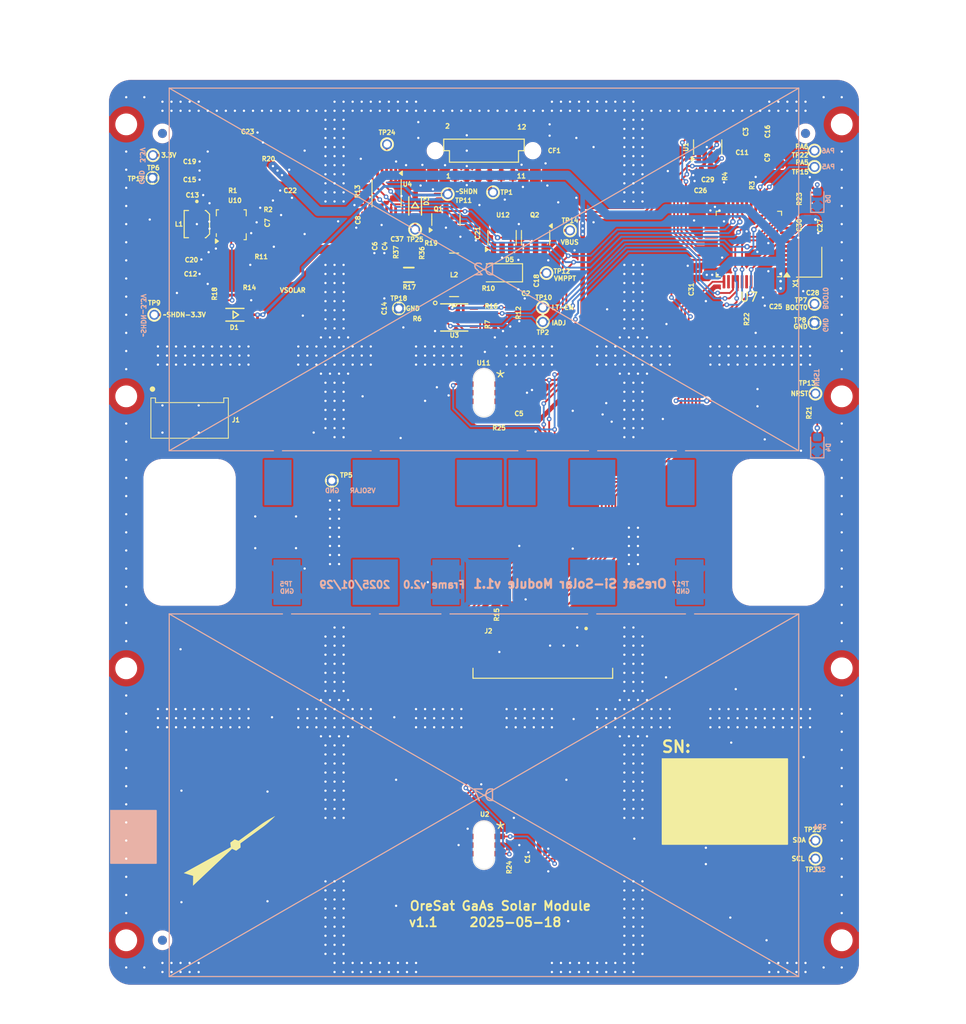
<source format=kicad_pcb>
(kicad_pcb (version 20241229) (generator "pcbnew") (generator_version "9.0")
  (title_block (title "OreSat Solar Module - GaAs cells") (date "2025-09-16") (rev "6.0"))
  (layers (0 "F.Cu" signal) (2 "B.Cu" signal) (13 "F.Paste" user) (15 "B.Paste" user) (5 "F.SilkS" user "F.Silkscreen") (7 "B.SilkS" user "B.Silkscreen") (1 "F.Mask" user) (3 "B.Mask" user) (25 "Edge.Cuts" user))
  (property "ISSUE_DATE" "2025-05-18")
  (property "REVISION" "1.1")
  (net 0 "")
  (net 1 "Net-(C2-Pad1)")
  (net 2 "VSOLAR")
  (net 3 "3.3V")
  (net 4 "Net-(U10-VAUX)")
  (net 5 "CANH")
  (net 6 "CANL")
  (net 7 "GND")
  (net 8 "Net-(U10-VIN)")
  (net 9 "/MPPT and Power/TPS-VOUT-3.3V")
  (net 10 "LT1618-ENABLE")
  (net 11 "/MPPT and Power/VMPPT")
  (net 12 "Net-(U10-FB)")
  (net 13 "VBUS")
  (net 14 "Net-(D2-C1)")
  (net 15 "LT1618-IADJ")
  (net 16 "/Microcontroller/OSC_OUT")
  (net 17 "Net-(CF1-AUX-Pad7)")
  (net 18 "/Microcontroller/OSC_IN")
  (net 19 "/MPPT and Power/~{SHUTDOWN}")
  (net 20 "Net-(D4-A)")
  (net 26 "/MPPT and Power/~{SHDN-3.3V}")
  (net 27 "/MPPT and Power/~{SHDN-OUPUT}")
  (net 28 "/Microcontroller/SWCLK")
  (net 29 "/Microcontroller/PA2{slash}USART2_TX")
  (net 30 "/Microcontroller/SWDIO")
  (net 31 "Net-(J2-DEBUG-1)")
  (net 32 "Net-(U10-L1)")
  (net 33 "Net-(U10-L2)")
  (net 34 "Net-(Q2A-G)")
  (net 35 "Net-(Q2A-S)")
  (net 36 "Net-(D5-A)")
  (net 37 "SCL")
  (net 38 "SDA")
  (net 39 "Net-(U10-PS{slash}SYNC)")
  (net 40 "/Microcontroller/PA3{slash}USART2_RX")
  (net 41 "/Microcontroller/NRESET")
  (net 42 "Net-(U7-PA5)")
  (net 43 "Net-(U7-PA6)")
  (net 44 "/Microcontroller/BOOT0")
  (net 45 "/Microcontroller/PA0")
  (net 46 "/Microcontroller/CAN_RX")
  (net 47 "/Microcontroller/CAN_SHDN")
  (net 52 "INA226-nALERT")
  (net 60 "Net-(U4-Vin-)")
  (net 61 "Net-(U4-Vbus)")
  (net 62 "/Microcontroller/CAN_SILENT")
  (net 63 "/Microcontroller/CAN_TX")
  (net 64 "Net-(D6-A)")
  (net 67 "Net-(U3-FB)")
  (net 68 "Net-(U3-VC)")
  (net 69 "Net-(U3-ISN)")
  (net 70 "Net-(Q1-D)")
  (net 81 "Net-(U2-ALERT)")
  (net 82 "Net-(U11-ALERT)")
  (footprint "oresat-misc:TestPoint-0.75mm-th" (layer "F.Cu") (at 185.1 141)
    (property "Reference" "TP31")
    (property "Value" "TEST-POINT-LARGE-SQUARE" (hide yes))
  )
  (footprint "oresat-passives:0805-C-NOSILK" (layer "F.Cu") (at 181 60.7536 90)
    (property "Reference" "C16")
    (property "Value" "22u")
  )
  (footprint "oresat-misc:TestPoint-0.75mm-th" (layer "F.Cu") (at 155 80.2)
    (property "Reference" "TP10")
    (property "Value" "TEST-POINT-LARGE-SQUARE" (hide yes))
  )
  (footprint "Package_TO_SOT_SMD:SOT-23-6" (layer "F.Cu") (at 154.2 72.5036 -90)
    (property "Reference" "Q2")
    (property "Value" "DMP2240UDM-7")
  )
  (footprint "oresat-misc:ECS-160-10-36Q-ES-TR" (layer "F.Cu") (at 184.4 75.2 90)
    (property "Reference" "X1")
    (property "Value" "ECS-160-10-36Q-ES-TR")
  )
  (footprint "oresat-passives:0603-C-NOSILK" (layer "F.Cu") (at 149.3 79.2036 180)
    (property "Reference" "R16")
    (property "Value" "2k")
  )
  (footprint "oresat-passives:0603-C-NOSILK" (layer "F.Cu") (at 153.4 77.075 -90)
    (property "Reference" "C18")
    (property "Value" "4.7u")
  )
  (footprint "oresat-passives:0603-C-NOSILK" (layer "F.Cu") (at 171.8 76.3 -90)
    (property "Reference" "C31")
    (property "Value" "100n")
  )
  (footprint "oresat-passives:0603-C-NOSILK" (layer "F.Cu") (at 144.5 73.1)
    (property "Reference" "R19")
    (property "Value" "100k")
  )
  (footprint "oresat-passives:0805-C-NOSILK" (layer "F.Cu") (at 118.8011 64.1036 180)
    (property "Reference" "C19")
    (property "Value" "22u")
  )
  (footprint "oresat-passives:0603-C-NOSILK" (layer "F.Cu") (at 173.2 65.2)
    (property "Reference" "C29")
    (property "Value" "100n")
  )
  (footprint "oresat-passives:0603-C-NOSILK" (layer "F.Cu") (at 118.9511 67.8036 180)
    (property "Reference" "C13")
    (property "Value" "10u")
  )
  (footprint "oresat-passives:0603-C-NOSILK" (layer "F.Cu") (at 151.4 80.9 90)
    (property "Reference" "R12")
    (property "Value" "14.7k")
  )
  (footprint "oresat-passives:744042100" (layer "F.Cu") (at 145.2 76.6)
    (property "Reference" "L2")
    (property "Value" "10u")
  )
  (footprint "oresat-misc:TestPoint-0.75mm-th" (layer "F.Cu") (at 155.4 76.4)
    (property "Reference" "TP12")
    (property "Value" "TEST-POINT-LARGE-SQUARE" (hide yes))
  )
  (footprint "oresat-passives:0805-C-NOSILK" (layer "F.Cu") (at 118.8011 66.1036 180)
    (property "Reference" "C15")
    (property "Value" "22u")
  )
  (footprint "oresat-ics:DBV6-SLOT" (layer "F.Cu") (at 148.5011 139.5036)
    (property "Reference" "U2")
    (property "Value" "TMP101NA/3KSLOTTED")
    (fp_line (start -1.15 -1.5) (end -1.15 1.5) (stroke (width 0.05)) (layer "Edge.Cuts"))
    (fp_line (start 1.15 1.5) (end 1.15 -1.5) (stroke (width 0.05)) (layer "Edge.Cuts"))
    (fp_arc (start -1.15 -1.5) (mid 0 -2.65) (end 1.15 -1.5) (stroke (width 0.05)) (layer "Edge.Cuts"))
    (fp_arc (start 1.15 1.5) (mid 0 2.65) (end -1.15 1.5) (stroke (width 0.05)) (layer "Edge.Cuts"))
  )
  (footprint "oresat-misc:TestPoint-0.75mm-th" (layer "F.Cu") (at 185 62.9)
    (property "Reference" "TP22")
    (property "Value" "TEST-POINT-LARGE-SQUARE" (hide yes))
  )
  (footprint "oresat-passives:0603-C-NOSILK" (layer "F.Cu") (at 123.49364 70.744654 -90)
    (property "Reference" "C7")
    (property "Value" "100n")
  )
  (footprint "oresat-passives:0805-C-NOSILK" (layer "F.Cu") (at 122.4511 76.7036)
    (property "Reference" "R14")
    (property "Value" "0")
  )
  (footprint "oresat-pcbs:ORESAT-SOLAR-BOARD-V4" (layer "F.Cu") (at 107.0011 155.0036)
    (property "Reference" "PCB1" (hide yes))
    (property "Value" "ORESAT-SOLAR-BOARD-V1.0-SILICON-CELLS")
    (fp_line (start 0 -2.5) (end 0 -97.5) (stroke (width 0.001)) (layer "Edge.Cuts"))
    (fp_line (start 2.5 -100) (end 80.5 -100) (stroke (width 0.001)) (layer "Edge.Cuts"))
    (fp_line (start 4 -56) (end 4 -44) (stroke (width 0.001)) (layer "Edge.Cuts"))
    (fp_line (start 6 -42) (end 12 -42) (stroke (width 0.001)) (layer "Edge.Cuts"))
    (fp_line (start 12 -58) (end 6 -58) (stroke (width 0.001)) (layer "Edge.Cuts"))
    (fp_line (start 14 -44) (end 14 -56) (stroke (width 0.001)) (layer "Edge.Cuts"))
    (fp_line (start 69 -44) (end 69 -56) (stroke (width 0.001)) (layer "Edge.Cuts"))
    (fp_line (start 71 -58) (end 77 -58) (stroke (width 0.001)) (layer "Edge.Cuts"))
    (fp_line (start 77 -42) (end 71 -42) (stroke (width 0.001)) (layer "Edge.Cuts"))
    (fp_line (start 79 -56) (end 79 -44) (stroke (width 0.001)) (layer "Edge.Cuts"))
    (fp_line (start 80.5 0) (end 2.5 0) (stroke (width 0.001)) (layer "Edge.Cuts"))
    (fp_line (start 83 -97.5) (end 83 -2.5) (stroke (width 0.001)) (layer "Edge.Cuts"))
    (fp_arc (start 0 -97.5) (mid 0.732233 -99.267767) (end 2.5 -100) (stroke (width 0.001)) (layer "Edge.Cuts"))
    (fp_arc (start 2.5 0) (mid 0.732233 -0.732233) (end 0 -2.5) (stroke (width 0.001)) (layer "Edge.Cuts"))
    (fp_arc (start 4 -56) (mid 4.585786 -57.414214) (end 6 -58) (stroke (width 0.001)) (layer "Edge.Cuts"))
    (fp_arc (start 6 -42) (mid 4.585786 -42.585786) (end 4 -44) (stroke (width 0.001)) (layer "Edge.Cuts"))
    (fp_arc (start 12 -58) (mid 13.414214 -57.414214) (end 14 -56) (stroke (width 0.001)) (layer "Edge.Cuts"))
    (fp_arc (start 14 -44) (mid 13.414214 -42.585786) (end 12 -42) (stroke (width 0.001)) (layer "Edge.Cuts"))
    (fp_arc (start 69 -56) (mid 69.585786 -57.414214) (end 71 -58) (stroke (width 0.001)) (layer "Edge.Cuts"))
    (fp_arc (start 71 -42) (mid 69.585786 -42.585786) (end 69 -44) (stroke (width 0.001)) (layer "Edge.Cuts"))
    (fp_arc (start 77 -58) (mid 78.414214 -57.414214) (end 79 -56) (stroke (width 0.001)) (layer "Edge.Cuts"))
    (fp_arc (start 79 -44) (mid 78.414214 -42.585786) (end 77 -42) (stroke (width 0.001)) (layer "Edge.Cuts"))
    (fp_arc (start 80.5 -100) (mid 82.267767 -99.267767) (end 83 -97.5) (stroke (width 0.001)) (layer "Edge.Cuts"))
    (fp_arc (start 83 -2.5) (mid 82.267767 -0.732233) (end 80.5 0) (stroke (width 0.001)) (layer "Edge.Cuts"))
  )
  (footprint "oresat-misc:TestPoint-0.75mm-th" (layer "F.Cu") (at 185.1 89.7 180)
    (property "Reference" "TP13")
    (property "Value" "TEST-POINT-LARGE-SQUARE" (hide yes))
  )
  (footprint "oresat-passives:0603-C-NOSILK" (layer "F.Cu") (at 184.7 72.9)
    (property "Reference" "C27")
    (property "Value" "20p")
  )
  (footprint "Package_SO:VSSOP-10_3x3mm_P0.5mm" (layer "F.Cu") (at 137.75 67.6 -90)
    (property "Reference" "U4")
    (property "Value" "INA226")
  )
  (footprint "oresat-passives:0603-C-NOSILK" (layer "F.Cu") (at 118.8011 74.9036 180)
    (property "Reference" "C20")
    (property "Value" "10u")
  )
  (footprint "oresat-passives:0603-C-NOSILK" (layer "F.Cu") (at 184.45 77.55 180)
    (property "Reference" "C28")
    (property "Value" "20p")
  )
  (footprint "oresat-passives:0603-C-NOSILK" (layer "F.Cu") (at 138.8 71.8)
    (property "Reference" "C37")
    (property "Value" "100n")
  )
  (footprint "Fiducial:Fiducial_1mm_Mask2mm" (layer "F.Cu") (at 113 150)
    (property "Reference" "FID3" (hide yes))
    (property "Value" "Fiducial")
  )
  (footprint "Package_SON:Texas_S-PWSON-N10" (layer "F.Cu") (at 120.6011 71.0736 90)
    (property "Reference" "U10")
    (property "Value" "TPS63060DSCR")
  )
  (footprint "oresat-passives:0603-C-NOSILK" (layer "F.Cu") (at 119.8011 78.7036 90)
    (property "Reference" "R18")
    (property "Value" "100k")
  )
  (footprint "oresat-misc:TestPoint-0.75mm-th" (layer "F.Cu") (at 137.8 62.2 180)
    (property "Reference" "TP24")
    (property "Value" "TEST-POINT-LARGE-SQUARE" (hide yes))
  )
  (footprint "oresat-passives:0603-C-NOSILK" (layer "F.Cu") (at 152.4011 141.0036 90)
    (property "Reference" "C1")
    (property "Value" "100n")
  )
  (footprint "oresat-connectors:J-Harwin-M55-60X1242R" (layer "F.Cu") (at 148.5011 62.9036)
    (property "Reference" "CF1")
    (property "Value" "M55-6021242R" (hide yes))
  )
  (footprint "oresat-passives:0603-C-NOSILK" (layer "F.Cu") (at 123.8964 73.5011 180)
    (property "Reference" "R11")
    (property "Value" "10k")
  )
  (footprint "oresat-graphics:PSAS_LOGO_10X10" (layer "F.Cu") (at 120.7 139.8)
    (property "Reference" "LOGO1" (hide yes))
    (property "Value" "" (hide yes))
  )
  (footprint "oresat-passives:0603-C-NOSILK" (layer "F.Cu") (at 184.175 68.225 -90)
    (property "Reference" "R23")
    (property "Value" "2.7k")
  )
  (footprint "oresat-passives:0603-C-NOSILK" (layer "F.Cu") (at 149.7 82.1 -90)
    (property "Reference" "R7")
    (property "Value" "100k")
  )
  (footprint "oresat-passives:0603-C-NOSILK" (layer "F.Cu") (at 140.8 74.2 90)
    (property "Reference" "R36")
    (property "Value" "10")
  )
  (footprint "oresat-passives:0603-C-NOSILK" (layer "F.Cu") (at 123.8 68.4 180)
    (property "Reference" "R2")
    (property "Value" "100k")
  )
  (footprint "oresat-passives:0603-C-NOSILK" (layer "F.Cu") (at 150.8 78.1 180)
    (property "Reference" "R10")
    (property "Value" "82.5k")
  )
  (footprint "oresat-passives:0603-C-NOSILK" (layer "F.Cu") (at 122.4 67.3 180)
    (property "Reference" "R1")
    (property "Value" "560k")
  )
  (footprint "oresat-passives:0603-C-NOSILK" (layer "F.Cu") (at 137.5 75.6 90)
    (property "Reference" "C4")
    (property "Value" "10u")
  )
  (footprint "oresat-misc:TestPoint-0.75mm-th" (layer "F.Cu") (at 185 81.9)
    (property "Reference" "TP8")
    (property "Value" "TEST-POINT-LARGE-SQUARE" (hide yes))
  )
  (footprint "oresat-passives:0603-C-NOSILK" (layer "F.Cu") (at 135.4 70.6 -90)
    (property "Reference" "C8")
    (property "Value" "100n")
  )
  (footprint "oresat-passives:0603-C-NOSILK" (layer "F.Cu") (at 146.8011 72.0036 -90)
    (property "Reference" "C21")
    (property "Value" "100n")
  )
  (footprint "oresat-passives:0603-C-NOSILK" (layer "F.Cu") (at 135.4036 67.5989 -90)
    (property "Reference" "R13")
    (property "Value" "10k")
  )
  (footprint "oresat-misc:TestPoint-0.75mm-th" (layer "F.Cu") (at 158 71.7)
    (property "Reference" "TP14")
    (property "Value" "TEST-POINT-LARGE-SQUARE" (hide yes))
  )
  (footprint "oresat-passives:0805-C-NOSILK" (layer "F.Cu") (at 180.997736 63.600302 -90)
    (property "Reference" "C9")
    (property "Value" "22u")
  )
  (footprint "oresat-misc:TestPoint-0.75mm-th" (layer "F.Cu") (at 111.9511 63.4036 180)
    (property "Reference" "TP6")
    (property "Value" "TEST-POINT-LARGE-SQUARE" (hide yes))
  )
  (footprint "Fiducial:Fiducial_1mm_Mask2mm" (layer "F.Cu") (at 184 61)
    (property "Reference" "FID2" (hide yes))
    (property "Value" "Fiducial")
  )
  (footprint "oresat-misc:TestPoint-0.75mm-th" (layer "F.Cu") (at 140.9011 71.6 -90)
    (property "Reference" "TP25")
    (property "Value" "TEST-POINT-LARGE-SQUARE" (hide yes))
  )
  (footprint "Fiducial:Fiducial_1mm_Mask2mm" (layer "F.Cu") (at 113 61)
    (property "Reference" "FID1" (hide yes))
    (property "Value" "Fiducial")
  )
  (footprint "oresat-misc:TestPoint-0.75mm-th" (layer "F.Cu") (at 144.5 67.7)
    (property "Reference" "TP11")
    (property "Value" "TEST-POINT-LARGE-SQUARE" (hide yes))
  )
  (footprint "oresat-misc:TestPoint-0.75mm-th" (layer "F.Cu") (at 112.1011 81.0036)
    (property "Reference" "TP9")
    (property "Value" "TEST-POINT-LARGE-SQUARE" (hide yes))
  )
  (footprint "Package_TO_SOT_SMD:TSOT-23-6" (layer "F.Cu") (at 150.5011 72.5036 90)
    (property "Reference" "U12")
    (property "Value" "LTC4412")
  )
  (footprint "oresat-misc:TestPoint-0.75mm-th" (layer "F.Cu") (at 155 81.8)
    (property "Reference" "TP2")
    (property "Value" "TEST-POINT-LARGE-SQUARE" (hide yes))
  )
  (footprint "oresat-passives:0805-C-NOSILK" (layer "F.Cu") (at 151.2 113.9 90)
    (property "Reference" "R15")
    (property "Value" "0")
  )
  (footprint "oresat-passives:0603-C-NOSILK" (layer "F.Cu") (at 136.4 75.6 90)
    (property "Reference" "C6")
    (property "Value" "100n")
  )
  (footprint "oresat-ics:MSOP-10_MS" (layer "F.Cu") (at 145.217901 81.3)
    (property "Reference" "U3")
    (property "Value" "LT1618EMSTRPBF")
  )
  (footprint "oresat-misc:TestPoint-0.75mm-th" (layer "F.Cu") (at 185.1 139)
    (property "Reference" "TP23")
    (property "Value" "TEST-POINT-LARGE-SQUARE" (hide yes))
  )
  (footprint "oresat-passives:0603-C-NOSILK" (layer "F.Cu") (at 176 66.7 90)
    (property "Reference" "R4")
    (property "Value" "4.7k")
  )
  (footprint "Diode_SMD:D_SOD-123" (layer "F.Cu") (at 150.4 76.375 180)
    (property "Reference" "D5")
    (property "Value" "NRVB130LSFT1G")
  )
  (footprint "Package_TO_SOT_SMD:SOT-23-8" (layer "F.Cu") (at 173.2 62.5 90)
    (property "Reference" "U1")
    (property "Value" "TCAN330")
  )
  (footprint "oresat-passives:IND_1226AS-H-1R0N=P2" (layer "F.Cu") (at 116.8011 71.0036 -90)
    (property "Reference" "L1")
    (property "Value" "1u")
  )
  (footprint "oresat-misc:TestPoint-0.75mm-th" (layer "F.Cu") (at 111.9 65.9)
    (property "Reference" "TP17")
    (property "Value" "TEST-POINT-LARGE-SQUARE" (hide yes))
  )
  (footprint "oresat-passives:0603-C-NOSILK" (layer "F.Cu") (at 184.2 71.2 90)
    (property "Reference" "C30")
    (property "Value" "100n")
  )
  (footprint "oresat-passives:0603-C-NOSILK" (layer "F.Cu") (at 177.1 66.7 90)
    (property "Reference" "R3")
    (property "Value" "4.7k")
  )
  (footprint "oresat-misc:TestPoint-0.75mm-th" (layer "F.Cu") (at 185 79.8)
    (property "Reference" "TP7")
    (property "Value" "TEST-POINT-LARGE-SQUARE" (hide yes))
  )
  (footprint "oresat-passives:0603-C-NOSILK" (layer "F.Cu") (at 180.7 79.1)
    (property "Reference" "C25")
    (property "Value" "100n")
  )
  (footprint "oresat-passives:0603-C-NOSILK" (layer "F.Cu") (at 150.225 92 -90)
    (property "Reference" "R25")
    (property "Value" "10k")
  )
  (footprint "oresat-misc:TestPoint-0.75mm-th" (layer "F.Cu") (at 139.1 80.3)
    (property "Reference" "TP18")
    (property "Value" "TEST-POINT-LARGE-SQUARE" (hide yes))
  )
  (footprint "oresat-connectors:J-TE-2-1734592-0" (layer "F.Cu") (at 155 118.2 180)
    (property "Reference" "J2")
    (property "Value" "2-1734592-0")
  )
  (footprint "oresat-passives:0603-C-NOSILK" (layer "F.Cu") (at 152.4011 90.3036 90)
    (property "Reference" "C5")
    (property "Value" "100n")
  )
  (footprint "oresat-passives:0805-C-NOSILK" (layer "F.Cu") (at 118.8011 76.5036 180)
    (property "Reference" "C12")
    (property "Value" "10u")
  )
  (footprint "oresat-passives:0603-C-NOSILK" (layer "F.Cu") (at 185.3 91.9 -90)
    (property "Reference" "R21")
    (property "Value" "2.7k")
  )
  (footprint "oresat-passives:0603-C-NOSILK" (layer "F.Cu") (at 139.6 74.2 -90)
    (property "Reference" "R37")
    (property "Value" "10")
  )
  (footprint "Package_QFP:LQFP-48_7x7mm_P0.5mm" (layer "F.Cu") (at 177.75 73.2 180)
    (property "Reference" "U7")
    (property "Value" "STM32F091CCT7")
  )
  (footprint "oresat-passives:0603-C-NOSILK" (layer "F.Cu") (at 151.5 79.2036)
    (property "Reference" "C2")
    (property "Value" "10n")
  )
  (footprint "oresat-passives:0603-C-NOSILK" (layer "F.Cu") (at 124.6 67.3)
    (property "Reference" "C22")
    (property "Value" "10p")
  )
  (footprint "oresat-passives:0603-C-NOSILK" (layer "F.Cu") (at 178.5 81.5036 -90)
    (property "Reference" "R22")
    (property "Value" "10k")
  )
  (footprint "oresat-passives:1206-C" (layer "F.Cu") (at 140.2 76.6)
    (property "Reference" "R17")
    (property "Value" "100m")
  )
  (footprint "oresat-diodes:D-SOD323-R" (layer "F.Cu") (at 140.9011 69.0036 -90)
    (property "Reference" "D3")
    (property "Value" "1N4151WS" (hide yes))
  )
  (footprint "oresat-misc:TestPoint-0.75mm-th" (layer "F.Cu") (at 131.7 99.3)
    (property "Reference" "TP5")
    (property "Value" "TEST-POINT-LARGE-SQUARE" (hide yes))
  )
  (footprint "oresat-misc:TestPoint-0.75mm-th" (layer "F.Cu") (at 149.5 67.5 90)
    (property "Reference" "TP1")
    (property "Value" "TEST-POINT-LARGE-SQUARE" (hide yes))
  )
  (footprint "oresat-passives:0603-C-NOSILK" (layer "F.Cu") (at 150.25 142.15 -90)
    (property "Reference" "R24")
    (property "Value" "10k")
  )
  (footprint "oresat-passives:0805-C-NOSILK" (layer "F.Cu") (at 176.9 64.3)
    (property "Reference" "C11")
    (property "Value" "22u")
  )
  (footprint "oresat-diodes:D-SOD323-R" (layer "F.Cu") (at 121.0011 81.0036 180)
    (property "Reference" "D1")
    (property "Value" "1N4151WS" (hide yes))
  )
  (footprint "oresat-passives:0805-C-NOSILK" (layer "F.Cu") (at 176.1011 60.7536 90)
    (property "Reference" "C3")
    (property "Value" "22u")
  )
  (footprint "oresat-misc:TestPoint-0.75mm-th" (layer "F.Cu") (at 185 64.7)
    (property "Reference" "TP15")
    (property "Value" "TEST-POINT-LARGE-SQUARE" (hide yes))
  )
  (footprint "oresat-passives:0805-C-NOSILK" (layer "F.Cu") (at 122.4 62)
    (property "Reference" "C23")
    (property "Value" "22u")
  )
  (footprint "oresat-passives:0603-C-NOSILK" (layer "F.Cu") (at 141.2 82.4 180)
    (property "Reference" "R6")
    (property "Value" "100k")
  )
  (footprint "oresat-ics:DBV6-SLOT" (layer "F.Cu") (at 148.5011 89.6036)
    (property "Reference" "U11")
    (property "Value" "TMP101NA/3KSLOTTED")
    (fp_line (start -1.15 -1.5) (end -1.15 1.5) (stroke (width 0.05)) (layer "Edge.Cuts"))
    (fp_line (start 1.15 1.5) (end 1.15 -1.5) (stroke (width 0.05)) (layer "Edge.Cuts"))
    (fp_arc (start -1.15 -1.5) (mid 0 -2.65) (end 1.15 -1.5) (stroke (width 0.05)) (layer "Edge.Cuts"))
    (fp_arc (start 1.15 1.5) (mid 0 2.65) (end -1.15 1.5) (stroke (width 0.05)) (layer "Edge.Cuts"))
  )
  (footprint "oresat-passives:0603-C-NOSILK" (layer "F.Cu") (at 137.5 77.8 -90)
    (property "Reference" "C14")
    (property "Value" "4.7u")
  )
  (footprint "oresat-passives:0805-C-NOSILK" (layer "F.Cu") (at 122.4 63.7 180)
    (property "Reference" "R20")
    (property "Value" "0")
  )
  (footprint "oresat-passives:0603-C-NOSILK" (layer "F.Cu") (at 174.3 67.3 180)
    (property "Reference" "C26")
    (property "Value" "100n")
  )
  (footprint "Package_TO_SOT_SMD:SOT-23" (layer "F.Cu") (at 144.3 70.5 90)
    (property "Reference" "Q1")
    (property "Value" "NTR4101P")
  )
  (footprint "oresat-connectors:SAMTEC-MMS-104-02-X-SH" (layer "F.Cu") (at 116.0011 92.4036)
    (property "Reference" "J1")
    (property "Value" "MMS-104-01-[F/L]-SH" (hide yes))
  )
  (footprint "LED_SMD:LED_0603_1608Metric" (layer "B.Cu") (at 185.3 95.3 90)
    (property "Reference" "D4")
    (property "Value" "GRN")
  )
  (footprint "Fiducial:Fiducial_1mm_Mask2mm" (layer "B.Cu") (at 184 61)
    (property "Reference" "FID5" (hide yes))
    (property "Value" "Fiducial")
  )
  (footprint "LED_SMD:LED_0603_1608Metric" (layer "B.Cu") (at 185.3 68.225 90)
    (property "Reference" "D6")
    (property "Value" "AMBER")
  )
  (footprint "oresat-misc:SPECTROLAB-XTE-SF" (layer "B.Cu") (at 148.5011 76.0036)
    (property "Reference" "D2")
    (property "Value" "XTE-SF")
  )
  (footprint "Fiducial:Fiducial_1mm_Mask2mm" (layer "B.Cu") (at 113 61)
    (property "Reference" "FID4" (hide yes))
    (property "Value" "Fiducial")
  )
  (footprint "oresat-misc:SPECTROLAB-XTE-SF" (layer "B.Cu") (at 148.5011 134.0036 180)
    (property "Reference" "D7")
    (property "Value" "XTE-SF")
  )
  (footprint "Fiducial:Fiducial_1mm_Mask2mm" (layer "B.Cu") (at 113 150)
    (property "Reference" "FID6" (hide yes))
    (property "Value" "Fiducial")
  )
  (gr_rect (start 119.008867 69.220695) (end 119.657408 69.928099) (stroke (width 0.2)) (fill yes) (layer "F.Cu") (net 33))
  (gr_rect (start 119 72.211575) (end 119.648541 72.98105) (stroke (width 0.2)) (fill yes) (layer "F.Cu") (net 32))
  (gr_rect (start 168.2 130) (end 182 139.4) (stroke (width 0.15)) (fill yes) (layer "F.SilkS"))
  (gr_rect (start 107.3 135.7) (end 112.3 141.5) (stroke (width 0.15)) (fill yes) (layer "B.SilkS"))
  (gr_text "${ISSUE_DATE}" (at 146.8 148.6 0) (layer "F.SilkS") (effects (font (size 1 1) (thickness 0.2) (bold yes)) (justify left bottom)))
  (gr_text "SN:" (at 168 129.4 0) (layer "F.SilkS") (effects (font (size 1.27 1.27) (thickness 0.254) (bold yes)) (justify left bottom)))
  (gr_text "BOOT0" (at 181.7 80.5 0) (layer "F.SilkS") (effects (font (size 0.508 0.508) (thickness 0.127)) (justify left bottom)))
  (gr_text "PA6" (at 182.8 62.75 0) (layer "F.SilkS") (effects (font (size 0.508 0.508) (thickness 0.127)) (justify left bottom)))
  (gr_text "IADJ" (at 155.9 82.2 0) (layer "F.SilkS") (effects (font (size 0.508 0.508) (thickness 0.127)) (justify left bottom)))
  (gr_text "NRST" (at 182.3 90 0) (layer "F.SilkS") (effects (font (size 0.508 0.508) (thickness 0.127)) (justify left bottom)))
  (gr_text "VSOLAR" (at 125.9 78.6 0) (layer "F.SilkS") (effects (font (size 0.508 0.508) (thickness 0.127)) (justify left bottom)))
  (gr_text "~SHDN-3.3V" (at 113 81.3 0) (layer "F.SilkS") (effects (font (size 0.508 0.508) (thickness 0.127)) (justify left bottom)))
  (gr_text "3.3V" (at 112.8 63.7 0) (layer "F.SilkS") (effects (font (size 0.508 0.508) (thickness 0.127)) (justify left bottom)))
  (gr_text "GND" (at 139.8 80.6 0) (layer "F.SilkS") (effects (font (size 0.5 0.5) (thickness 0.125) (bold yes)) (justify left bottom)))
  (gr_text "SCL" (at 182.4011 141.3036 0) (layer "F.SilkS") (effects (font (size 0.508 0.508) (thickness 0.127)) (justify left bottom)))
  (gr_text "VMPPT" (at 156.15 77.3 0) (layer "F.SilkS") (effects (font (size 0.508 0.508) (thickness 0.127)) (justify left bottom)))
  (gr_text "GND" (at 182.6 82.6 0) (layer "F.SilkS") (effects (font (size 0.508 0.508) (thickness 0.127)) (justify left bottom)))
  (gr_text "VBUS" (at 156.9 73.3 0) (layer "F.SilkS") (effects (font (size 0.508 0.508) (thickness 0.127)) (justify left bottom)))
  (gr_text "PA5" (at 182.825 64.5 0) (layer "F.SilkS") (effects (font (size 0.508 0.508) (thickness 0.127)) (justify left bottom)))
  (gr_text "LT-EN" (at 155.9 80.5 0) (layer "F.SilkS") (effects (font (size 0.508 0.508) (thickness 0.127)) (justify left bottom)))
  (gr_text "~SHDN" (at 145.3 67.7 0) (layer "F.SilkS") (effects (font (size 0.508 0.508) (thickness 0.127)) (justify left bottom)))
  (gr_text "SDA" (at 182.5 139.25 0) (layer "F.SilkS") (effects (font (size 0.508 0.508) (thickness 0.127)) (justify left bottom)))
  (gr_text "OreSat GaAs Solar Module" (at 140.2 146.8 0) (layer "F.SilkS") (effects (font (size 1 1) (thickness 0.2) (bold yes)) (justify left bottom)))
  (gr_text "v${REVISION}" (at 140.1 148.6 0) (layer "F.SilkS") (effects (font (size 1 1) (thickness 0.2) (bold yes)) (justify left bottom)))
  (gr_text "~SHDN-3.3V" (at 110.6 83.5 -90) (layer "B.SilkS") (effects (font (size 0.508 0.508) (thickness 0.127)) (justify left bottom mirror)))
  (gr_text "GND" (at 127.6 111.8 0) (layer "B.SilkS") (effects (font (size 0.5 0.5) (thickness 0.125) (bold yes)) (justify left bottom mirror)))
  (gr_text "3.3V" (at 110.5 64.3 -90) (layer "B.SilkS") (effects (font (size 0.508 0.508) (thickness 0.127)) (justify left bottom mirror)))
  (gr_text "PA5" (at 187.325 64.975 0) (layer "B.SilkS") (effects (font (size 0.508 0.508) (thickness 0.127)) (justify left bottom mirror)))
  (gr_text "GND" (at 110.4 66.7 270) (layer "B.SilkS") (effects (font (size 0.508 0.508) (thickness 0.127)) (justify left bottom mirror)))
  (gr_text "2025/01/29" (at 138.25 111.25 0) (layer "B.SilkS") (effects (font (size 0.8 0.8) (thickness 0.2)) (justify left bottom mirror)))
  (gr_text "OreSat Si-Solar Module v1.1" (at 158 111.25 0) (layer "B.SilkS") (effects (font (size 0.96 0.96) (thickness 0.24)) (justify bottom mirror)))
  (gr_text "TP17" (at 171.2 111 0) (layer "B.SilkS") (effects (font (size 0.5 0.5) (thickness 0.125) (bold yes)) (justify left bottom mirror)))
  (gr_text "VSOLAR" (at 136.6 100.7 0) (layer "B.SilkS") (effects (font (size 0.508 0.508) (thickness 0.127)) (justify left bottom mirror)))
  (gr_text "GND" (at 132.6 100.7 0) (layer "B.SilkS") (effects (font (size 0.508 0.508) (thickness 0.127)) (justify left bottom mirror)))
  (gr_text "Frame v2.0" (at 146.5 111.25 0) (layer "B.SilkS") (effects (font (size 0.8 0.8) (thickness 0.2)) (justify left bottom mirror)))
  (gr_text "GND" (at 185.9 83 270) (layer "B.SilkS") (effects (font (size 0.508 0.508) (thickness 0.127)) (justify left bottom mirror)))
  (gr_text "BOOT0" (at 185.9 80.5 -90) (layer "B.SilkS") (effects (font (size 0.508 0.508) (thickness 0.127)) (justify left bottom mirror)))
  (gr_text "SCL" (at 186.3 142.5 0) (layer "B.SilkS") (effects (font (size 0.508 0.508) (thickness 0.127)) (justify left bottom mirror)))
  (gr_text "GND" (at 171.3 111.8 0) (layer "B.SilkS") (effects (font (size 0.5 0.5) (thickness 0.125) (bold yes)) (justify left bottom mirror)))
  (gr_text "NRST" (at 184.9 89 -90) (layer "B.SilkS") (effects (font (size 0.508 0.508) (thickness 0.127)) (justify left bottom mirror)))
  (gr_text "SDA" (at 186.4 137.8 0) (layer "B.SilkS") (effects (font (size 0.508 0.508) (thickness 0.127)) (justify left bottom mirror)))
  (gr_text "TP5" (at 127.4 111 0) (layer "B.SilkS") (effects (font (size 0.5 0.5) (thickness 0.125) (bold yes)) (justify left bottom mirror)))
  (gr_text "PA6" (at 187.3 63.225 0) (layer "B.SilkS") (effects (font (size 0.508 0.508) (thickness 0.127)) (justify left bottom mirror)))
  (segment (start 150 79.2036) (end 150.8 79.2036) (width 0.2) (layer "F.Cu") (net 1))
  (segment (start 140 76.6) (end 140 75.8) (width 0.2) (layer "F.Cu") (net 2))
  (segment (start 134 73.8) (end 130.1 73.8) (width 1) (layer "F.Cu") (net 2))
  (segment (start 134.9 80.3) (end 138.65 84.05) (width 1.5) (layer "F.Cu") (net 2))
  (segment (start 134.9 74.7) (end 134.9 76.3) (width 1) (layer "F.Cu") (net 2))
  (segment (start 139.6 75.4) (end 139.6 74.9) (width 0.2) (layer "F.Cu") (net 2))
  (segment (start 147.987701 81.3) (end 147.382901 81.3) (width 0.2) (layer "F.Cu") (net 2))
  (segment (start 146.3024 82.7024) (end 148.085301 82.7024) (width 0.2) (layer "F.Cu") (net 2))
  (segment (start 148.085301 82.7024) (end 148.085301 81.3976) (width 0.2) (layer "F.Cu") (net 2))
  (segment (start 140 76.6) (end 140 79) (width 0.2) (layer "F.Cu") (net 2))
  (segment (start 130.1 73.8) (end 127.1964 76.7036) (width 1) (layer "F.Cu") (net 2))
  (segment (start 143.052901 81.3) (end 144.9 81.3) (width 0.2) (layer "F.Cu") (net 2))
  (segment (start 138.65 84.05) (end 138.65 93) (width 1.5) (layer "F.Cu") (net 2))
  (segment (start 127.1964 76.7036) (end 126.3 76.7036) (width 1) (layer "F.Cu") (net 2))
  (segment (start 140 79) (end 142.3 81.3) (width 0.2) (layer "F.Cu") (net 2))
  (segment (start 144.9 81.3) (end 146.3024 82.7024) (width 0.2) (layer "F.Cu") (net 2))
  (segment (start 142.3 81.3) (end 143.052901 81.3) (width 0.2) (layer "F.Cu") (net 2))
  (segment (start 140 76.6) (end 138.8 76.6) (width 0.2) (layer "F.Cu") (net 2))
  (segment (start 123.2511 76.7036) (end 126.3 76.7036) (width 1) (layer "F.Cu") (net 2))
  (segment (start 148.085301 81.3976) (end 147.987701 81.3) (width 0.2) (layer "F.Cu") (net 2))
  (segment (start 134.9 74.7) (end 134 73.8) (width 1) (layer "F.Cu") (net 2))
  (segment (start 134.9 76.3) (end 134.9 80.3) (width 1.5) (layer "F.Cu") (net 2))
  (segment (start 140 75.8) (end 139.6 75.4) (width 0.2) (layer "F.Cu") (net 2))
  (segment (start 152.4011 92.6989) (end 152.4011 91.0036) (width 0.508) (layer "F.Cu") (net 3))
  (segment (start 126.2011 65.6036) (end 125.7011 65.1036) (width 1) (layer "F.Cu") (net 3))
  (segment (start 169.7 90.5) (end 170.2947 89.9053) (width 0.2) (layer "F.Cu") (net 3))
  (segment (start 170.2947 80.2053) (end 171.8 78.7) (width 0.2) (layer "F.Cu") (net 3))
  (segment (start 156.995322 90.245322) (end 154.540644 92.7) (width 0.508) (layer "F.Cu") (net 3))
  (segment (start 125.7011 65.1036) (end 125.2011 64.6036) (width 1) (layer "F.Cu") (net 3))
  (segment (start 182.85025 71.94975) (end 184.2 70.6) (width 0.3) (layer "F.Cu") (net 3))
  (segment (start 151.1 111.9037) (end 151.2 111.8037) (width 0.5) (layer "F.Cu") (net 3))
  (segment (start 159.4011 87.839544) (end 157.3011 89.939544) (width 0.508) (layer "F.Cu") (net 3))
  (segment (start 146.7511 140.4536) (end 146.7511 141.595819) (width 0.5) (layer "F.Cu") (net 3))
  (segment (start 135.3953 68.9047) (end 135.4 68.9) (width 0.3) (layer "F.Cu") (net 3))
  (segment (start 152.4011 142.4036) (end 152.4011 141.7036) (width 0.5) (layer "F.Cu") (net 3))
  (segment (start 147.8 92.7) (end 150.225 92.7) (width 0.508) (layer "F.Cu") (net 3))
  (segment (start 184.2 70.5) (end 185.1 70.5) (width 0.5) (layer "F.Cu") (net 3))
  (segment (start 124.4011 63.8036) (end 125.2011 64.6036) (width 1) (layer "F.Cu") (net 3))
  (segment (start 152.4011 142.4036) (end 151.9547 142.85) (width 0.5) (layer "F.Cu") (net 3))
  (segment (start 153.8011 141.7036) (end 154.6 140.9047) (width 0.5) (layer "F.Cu") (net 3))
  (segment (start 146.7511 91.6511) (end 146.7511 90.5536) (width 0.508) (layer "F.Cu") (net 3))
  (segment (start 151.2 111.8037) (end 151.2 110.6) (width 0.5) (layer "F.Cu") (net 3))
  (segment (start 171.8 78.7) (end 171.8 77) (width 0.2) (layer "F.Cu") (net 3))
  (segment (start 150.25 142.85) (end 148.005281 142.85) (width 0.5) (layer "F.Cu") (net 3))
  (segment (start 136.65 69.9) (end 136.75 69.8) (width 0.3) (layer "F.Cu") (net 3))
  (segment (start 156.995322 104.804678) (end 156.995322 90.245322) (width 0.5) (layer "F.Cu") (net 3))
  (segment (start 151.2 110.6) (end 156.995322 104.804678) (width 0.5) (layer "F.Cu") (net 3))
  (segment (start 154.6 138.2) (end 148.2 131.8) (width 0.5) (layer "F.Cu") (net 3))
  (segment (start 146.6 115.15) (end 149.8463 111.9037) (width 0.5) (layer "F.Cu") (net 3))
  (segment (start 154.6 140.9047) (end 154.6 138.2) (width 0.5) (layer "F.Cu") (net 3))
  (segment (start 147.8 92.7) (end 146.7511 91.6511) (width 0.508) (layer "F.Cu") (net 3))
  (segment (start 173.1 90.5) (end 183.9 90.5) (width 0.2) (layer "F.Cu") (net 3))
  (segment (start 149.8463 111.9037) (end 151.1 111.9037) (width 0.5) (layer "F.Cu") (net 3))
  (segment (start 156.995322 90.245322) (end 157.3011 89.939544) (width 0.508) (layer "F.Cu") (net 3))
  (segment (start 152.4011 141.7036) (end 153.8011 141.7036) (width 0.5) (layer "F.Cu") (net 3))
  (segment (start 152.4022 92.7) (end 152.4011 92.6989) (width 0.508) (layer "F.Cu") (net 3))
  (segment (start 148.2 123.2) (end 146.6 121.6) (width 0.5) (layer "F.Cu") (net 3))
  (segment (start 151.2 111.8037) (end 151.2 113.1) (width 0.5) (layer "F.Cu") (net 3))
  (segment (start 152 120.5) (end 146.6 120.5) (width 0.2) (layer "F.Cu") (net 3))
  (segment (start 135.4036 68.2989) (end 135.4036 69.8964) (width 0.3) (layer "F.Cu") (net 3))
  (segment (start 159.4 87.839544) (end 159.4 72.1) (width 0.508) (layer "F.Cu") (net 3))
  (segment (start 170.2947 89.9053) (end 170.2947 80.2053) (width 0.2) (layer "F.Cu") (net 3))
  (segment (start 184.6 91.2) (end 185.3 91.2) (width 0.2) (layer "F.Cu") (net 3))
  (segment (start 159.4 71.5) (end 159.4 70.9) (width 0.508) (layer "F.Cu") (net 3))
  (segment (start 135.4036 69.8964) (end 135.4 69.9) (width 0.3) (layer "F.Cu") (net 3))
  (segment (start 154.75 117.75) (end 152 120.5) (width 0.2) (layer "F.Cu") (net 3))
  (segment (start 123.3011 63.8036) (end 124.4011 63.8036) (width 1) (layer "F.Cu") (net 3))
  (segment (start 135.3 69.9) (end 136.65 69.9) (width 0.3) (layer "F.Cu") (net 3))
  (segment (start 182.325 71.94975) (end 182.85025 71.94975) (width 0.3) (layer "F.Cu") (net 3))
  (segment (start 154.75 116.5) (end 154.75 117.75) (width 0.2) (layer "F.Cu") (net 3))
  (segment (start 134.2 68.9047) (end 135.3953 68.9047) (width 0.3) (layer "F.Cu") (net 3))
  (segment (start 159.4 72.1) (end 159.4 71.5) (width 0.508) (layer "F.Cu") (net 3))
  (segment (start 146.6 121.6) (end 146.6 115.15) (width 0.5) (layer "F.Cu") (net 3))
  (segment (start 183.9 90.5) (end 184.6 91.2) (width 0.2) (layer "F.Cu") (net 3))
  (segment (start 146.7511 89.6036) (end 146.7511 90.5536) (width 0.2) (layer "F.Cu") (net 3))
  (segment (start 169.809632 90.390368) (end 169.7 90.5) (width 0.2) (layer "F.Cu") (net 3))
  (segment (start 148.2 131.8) (end 148.2 123.2) (width 0.5) (layer "F.Cu") (net 3))
  (segment (start 152.4022 92.7) (end 150.225 92.7) (width 0.508) (layer "F.Cu") (net 3))
  (segment (start 151.9547 142.85) (end 150.25 142.85) (width 0.5) (layer "F.Cu") (net 3))
  (segment (start 154.540644 92.7) (end 152.4022 92.7) (width 0.508) (layer "F.Cu") (net 3))
  (segment (start 176 66) (end 177.1 66) (width 0.2) (layer "F.Cu") (net 3))
  (segment (start 148.005281 142.85) (end 146.7511 141.595819) (width 0.5) (layer "F.Cu") (net 3))
  (via (at 125.2011 64.6036) (size 0.508) (drill 0.254) (layers "F.Cu" "B.Cu") (net 3))
  (via (at 181.2511 78.1) (size 0.6) (drill 0.3) (layers "F.Cu" "B.Cu") (net 3))
  (via (at 174.3 76.6) (size 0.508) (drill 0.254) (layers "F.Cu" "B.Cu") (net 3))
  (via (at 159.4 70.9) (size 0.508) (drill 0.254) (layers "F.Cu" "B.Cu") (net 3))
  (via (at 125.7011 65.1036) (size 0.508) (drill 0.254) (layers "F.Cu" "B.Cu") (net 3))
  (via (at 159.4 72.1) (size 0.508) (drill 0.254) (layers "F.Cu" "B.Cu") (net 3))
  (via (at 126.2011 65.6036) (size 0.508) (drill 0.254) (layers "F.Cu" "B.Cu") (net 3))
  (via (at 181.2511 76.5) (size 0.6) (drill 0.3) (layers "F.Cu" "B.Cu") (net 3))
  (via (at 185.1 70.5) (size 0.6) (drill 0.3) (layers "F.Cu" "B.Cu") (net 3))
  (via (at 134.2 68.9047) (size 0.508) (drill 0.254) (layers "F.Cu" "B.Cu") (net 3))
  (via (at 169.7 90.5) (size 0.508) (drill 0.254) (layers "F.Cu" "B.Cu") (net 3))
  (via (at 174 69.1) (size 0.508) (drill 0.254) (layers "F.Cu" "B.Cu") (net 3))
  (via (at 173.5 69.5) (size 0.508) (drill 0.254) (layers "F.Cu" "B.Cu") (net 3))
  (via (at 181.2511 77.3) (size 0.6) (drill 0.3) (layers "F.Cu" "B.Cu") (net 3))
  (via (at 173.1 90.5) (size 0.6) (drill 0.3) (layers "F.Cu" "B.Cu") (net 3))
  (via (at 174.5 69.5) (size 0.508) (drill 0.254) (layers "F.Cu" "B.Cu") (net 3))
  (via (at 173.7 76.6) (size 0.508) (drill 0.254) (layers "F.Cu" "B.Cu") (net 3))
  (via (at 159.4 71.5) (size 0.508) (drill 0.254) (layers "F.Cu" "B.Cu") (net 3))
  (via (at 173.1 76.6) (size 0.508) (drill 0.254) (layers "F.Cu" "B.Cu") (net 3))
  (segment (start 169.7 90.5) (end 173.1 90.5) (width 0.2) (layer "B.Cu") (net 3))
  (segment (start 167.9011 70.0036) (end 162.1011 70.0036) (width 1) (layer "B.Cu") (net 3))
  (segment (start 133.5011 69.6036) (end 134.2 68.9047) (width 1) (layer "B.Cu") (net 3))
  (segment (start 181.2511 77.3) (end 181.2511 78.1) (width 1) (layer "B.Cu") (net 3))
  (segment (start 183.7047 70.5) (end 185.1 70.5) (width 1) (layer "B.Cu") (net 3))
  (segment (start 157.7201 65.6226) (end 159.39875 67.30125) (width 1) (layer "B.Cu") (net 3))
  (segment (start 177.6011 69.3036) (end 181.2511 72.9536) (width 1) (layer "B.Cu") (net 3))
  (segment (start 174.2964 76.6036) (end 175.7964 75.1036) (width 1) (layer "B.Cu") (net 3))
  (segment (start 159.39875 67.30125) (end 162.1011 70.0036) (width 1) (layer "B.Cu") (net 3))
  (segment (start 181.2511 72.9536) (end 183.7047 70.5) (width 1) (layer "B.Cu") (net 3))
  (segment (start 125.2011 64.6036) (end 125.7011 65.1036) (width 1) (layer "B.Cu") (net 3))
  (segment (start 159.4 70.9) (end 159.4 71.5) (width 0.508) (layer "B.Cu") (net 3))
  (segment (start 159.4 70.9) (end 159.4 67.3025) (width 0.508) (layer "B.Cu") (net 3))
  (segment (start 134.2 68.9) (end 137.4774 65.6226) (width 1) (layer "B.Cu") (net 3))
  (segment (start 175.7964 75.1036) (end 181.2511 75.1036) (width 1) (layer "B.Cu") (net 3))
  (segment (start 159.4 71.5) (end 159.4 72.1) (width 0.508) (layer "B.Cu") (net 3))
  (segment (start 181.2511 75.1036) (end 181.2511 76.5) (width 1) (layer "B.Cu") (net 3))
  (segment (start 159.4 67.3025) (end 159.39875 67.30125) (width 0.508) (layer "B.Cu") (net 3))
  (segment (start 181.2511 76.5) (end 181.2511 77.3) (width 1) (layer "B.Cu") (net 3))
  (segment (start 134.2 68.9047) (end 134.2 68.9) (width 1) (layer "B.Cu") (net 3))
  (segment (start 125.7011 65.1036) (end 130.2011 69.6036) (width 1) (layer "B.Cu") (net 3))
  (segment (start 168.6011 69.3036) (end 167.9011 70.0036) (width 1) (layer "B.Cu") (net 3))
  (segment (start 173.75 76.6036) (end 174.2964 76.6036) (width 1) (layer "B.Cu") (net 3))
  (segment (start 130.2011 69.6036) (end 133.5011 69.6036) (width 1) (layer "B.Cu") (net 3))
  (segment (start 137.4774 65.6226) (end 157.7201 65.6226) (width 1) (layer "B.Cu") (net 3))
  (segment (start 173.8 69.3036) (end 168.6011 69.3036) (width 1) (layer "B.Cu") (net 3))
  (segment (start 173.8 69.3036) (end 177.6011 69.3036) (width 1) (layer "B.Cu") (net 3))
  (segment (start 181.2511 72.9536) (end 181.2511 75.1036) (width 1) (layer "B.Cu") (net 3))
  (segment (start 173.7 76.6) (end 173.1 76.6) (width 1) (layer "B.Cu") (net 3))
  (segment (start 123.1011 70.0036) (end 122.6961 69.5986) (width 0.2) (layer "F.Cu") (net 4))
  (segment (start 122.6961 69.5986) (end 121.6011 69.5986) (width 0.2) (layer "F.Cu") (net 4))
  (segment (start 172.8761 61.1536) (end 172.8761 60.3786) (width 0.2) (layer "F.Cu") (net 5))
  (segment (start 150.4061 66.9086) (end 150.4061 65.6536) (width 0.2) (layer "F.Cu") (net 5))
  (segment (start 172.8761 60.3786) (end 172.7011 60.2036) (width 0.2) (layer "F.Cu") (net 5))
  (segment (start 156.9511 67.9536) (end 151.4511 67.9536) (width 0.2) (layer "F.Cu") (net 5))
  (segment (start 172.7011 60.2036) (end 171.1011 60.2036) (width 0.2) (layer "F.Cu") (net 5))
  (segment (start 150.4061 60.1536) (end 150.4061 65.6536) (width 0.5) (layer "F.Cu") (net 5))
  (segment (start 159.1035 70.106) (end 156.9511 67.9536) (width 0.2) (layer "F.Cu") (net 5))
  (segment (start 168.2011 68.2036) (end 166.2987 70.106) (width 0.2) (layer "F.Cu") (net 5))
  (segment (start 151.4511 67.9536) (end 150.4061 66.9086) (width 0.2) (layer "F.Cu") (net 5))
  (segment (start 171.1011 60.2036) (end 168.2011 63.1036) (width 0.2) (layer "F.Cu") (net 5))
  (segment (start 168.2011 63.1036) (end 168.2011 68.2036) (width 0.2) (layer "F.Cu") (net 5))
  (segment (start 166.2987 70.106) (end 159.1035 70.106) (width 0.2) (layer "F.Cu") (net 5))
  (segment (start 159.3011 69.6536) (end 166.252732 69.6536) (width 0.2) (layer "F.Cu") (net 6))
  (segment (start 173.5261 60.3286) (end 173.5261 61.1536) (width 0.2) (layer "F.Cu") (net 6))
  (segment (start 152.1511 67.4536) (end 157.1011 67.4536) (width 0.2) (layer "F.Cu") (net 6))
  (segment (start 157.1011 67.4536) (end 159.3011 69.6536) (width 0.2) (layer "F.Cu") (net 6))
  (segment (start 151.6761 66.9786) (end 152.1511 67.4536) (width 0.2) (layer "F.Cu") (net 6))
  (segment (start 167.8011 68.105232) (end 167.8011 62.9036) (width 0.2) (layer "F.Cu") (net 6))
  (segment (start 170.9011 59.8036) (end 173.0011 59.8036) (width 0.2) (layer "F.Cu") (net 6))
  (segment (start 151.6761 60.1536) (end 151.6761 65.6536) (width 0.5) (layer "F.Cu") (net 6))
  (segment (start 167.8011 62.9036) (end 170.9011 59.8036) (width 0.2) (layer "F.Cu") (net 6))
  (segment (start 151.6761 65.6536) (end 151.6761 66.9786) (width 0.2) (layer "F.Cu") (net 6))
  (segment (start 173.0011 59.8036) (end 173.5261 60.3286) (width 0.2) (layer "F.Cu") (net 6))
  (segment (start 166.252732 69.6536) (end 167.8011 68.105232) (width 0.2) (layer "F.Cu") (net 6))
  (segment (start 150.2261 89.6036) (end 152.4011 89.6036) (width 0.45) (layer "F.Cu") (net 7))
  (segment (start 122.0011 71.2736) (end 122.7011 71.2736) (width 0.2) (layer "F.Cu") (net 7))
  (segment (start 119.2011 70.4736) (end 118.1711 70.4736) (width 0.2) (layer "F.Cu") (net 7))
  (segment (start 118.221981 70.8736) (end 119.2011 70.8736) (width 0.2) (layer "F.Cu") (net 7))
  (segment (start 121.301534 68.901534) (end 121.303068 68.9) (width 0.2) (layer "F.Cu") (net 7))
  (segment (start 183.75 77.55) (end 183.75 76.05) (width 0.2) (layer "F.Cu") (net 7))
  (segment (start 119.2011 71.6736) (end 118.2311 71.6736) (width 0.2) (layer "F.Cu") (net 7))
  (segment (start 185.4 74) (end 185.05 74.35) (width 0.2) (layer "F.Cu") (net 7))
  (segment (start 122.0011 70.8736) (end 122.7711 70.8736) (width 0.2) (layer "F.Cu") (net 7))
  (segment (start 121.1011 69.5986) (end 121.1011 71.1036) (width 0.28) (layer "F.Cu") (net 7))
  (segment (start 121.303068 68.9) (end 122.1 68.9) (width 0.2) (layer "F.Cu") (net 7))
  (segment (start 172.5 65) (end 172.5 65.2) (width 0.3) (layer "F.Cu") (net 7))
  (segment (start 122.0011 71.6736) (end 122.7711 71.6736) (width 0.2) (layer "F.Cu") (net 7))
  (segment (start 122.0011 70.4736) (end 122.7711 70.4736) (width 0.2) (layer "F.Cu") (net 7))
  (segment (start 121.1011 69.101968) (end 121.301534 68.901534) (width 0.2) (layer "F.Cu") (net 7))
  (segment (start 185.4 72.9) (end 185.4 74) (width 0.2) (layer "F.Cu") (net 7))
  (segment (start 150.2511 139.5036) (end 152.4011 139.5036) (width 0.5) (layer "F.Cu") (net 7))
  (segment (start 145.7036 139.5036) (end 145.7 139.5) (width 0.2) (layer "F.Cu") (net 7))
  (segment (start 146.7511 139.5036) (end 145.7036 139.5036) (width 0.2) (layer "F.Cu") (net 7))
  (segment (start 122.4 68.9) (end 122.6 69.1) (width 0.2) (layer "F.Cu") (net 7))
  (segment (start 122.1 68.9) (end 122.4 68.9) (width 0.2) (layer "F.Cu") (net 7))
  (segment (start 119.2011 71.2736) (end 118.2011 71.2736) (width 0.2) (layer "F.Cu") (net 7))
  (segment (start 121.1011 69.3136) (end 121.1011 69.101968) (width 0.2) (layer "F.Cu") (net 7))
  (via (at 123.0011 58.5036) (size 0.508) (drill 0.254) (layers "F.Cu" "B.Cu") (net 7))
  (via (at 131.0011 150.5036) (size 0.508) (drill 0.254) (layers "F.Cu" "B.Cu") (net 7))
  (via (at 132.5011 107.5036) (size 0.508) (drill 0.254) (layers "F.Cu" "B.Cu") (net 7))
  (via (at 141.0011 57.5036) (size 0.508) (drill 0.254) (layers "F.Cu" "B.Cu") (net 7))
  (via (at 134.9 63.8) (size 0.508) (drill 0.254) (layers "F.Cu" "B.Cu") (net 7))
  (via (at 183.2 72.5) (size 0.508) (drill 0.254) (layers "F.Cu" "B.Cu") (net 7))
  (via (at 164.0011 128.5036) (size 0.508) (drill 0.254) (layers "F.Cu" "B.Cu") (net 7))
  (via (at 173.1 62.5) (size 0.508) (drill 0.254) (layers "F.Cu" "B.Cu") (net 7))
  (via (at 173.5011 125.5036) (size 0.508) (drill 0.254) (layers "F.Cu" "B.Cu") (net 7))
  (via (at 115.5011 126.5036) (size 0.508) (drill 0.254) (layers "F.Cu" "B.Cu") (net 7))
  (via (at 132.0011 66.5036) (size 0.508) (drill 0.254) (layers "F.Cu" "B.Cu") (net 7))
  (via (at 132.0011 143.5036) (size 0.508) (drill 0.254) (layers "F.Cu" "B.Cu") (net 7))
  (via (at 147.0011 58.5036) (size 0.508) (drill 0.254) (layers "F.Cu" "B.Cu") (net 7))
  (via (at 177.0011 58.5036) (size 0.508) (drill 0.254) (layers "F.Cu" "B.Cu") (net 7))
  (via (at 165.0011 91.5036) (size 0.508) (drill 0.254) (layers "F.Cu" "B.Cu") (net 7))
  (via (at 109.0011 81.0036) (size 0.508) (drill 0.254) (layers "F.Cu" "B.Cu") (net 7))
  (via (at 113.5011 125.5036) (size 0.508) (drill 0.254) (layers "F.Cu" "B.Cu") (net 7))
  (via (at 164.5 108.5) (size 0.508) (drill 0.254) (layers "F.Cu" "B.Cu") (net 7))
  (via (at 166.0011 81.5036) (size 0.508) (drill 0.254) (layers "F.Cu" "B.Cu") (net 7))
  (via (at 160.6011 62.5036) (size 0.508) (drill 0.254) (layers "F.Cu" "B.Cu") (net 7))
  (via (at 126.0011 58.5036) (size 0.508) (drill 0.254) (layers "F.Cu" "B.Cu") (net 7))
  (via (at 164.0011 121.5036) (size 0.508) (drill 0.254) (layers "F.Cu" "B.Cu") (net 7))
  (via (at 180.0011 153.5036) (size 0.508) (drill 0.254) (layers "F.Cu" "B.Cu") (net 7))
  (via (at 123.25 106.75) (size 0.508) (drill 0.254) (layers "F.Cu" "B.Cu") (net 7))
  (via (at 146.0011 58.5036) (size 0.508) (drill 0.254) (layers "F.Cu" "B.Cu") (net 7))
  (via (at 121.5011 125.5036) (size 0.508) (drill 0.254) (layers "F.Cu" "B.Cu") (net 7))
  (via (at 179.5011 85.5036) (size 0.508) (drill 0.254) (layers "F.Cu" "B.Cu") (net 7))
  (via (at 161.0011 125.5036) (size 0.508) (drill 0.254) (layers "F.Cu" "B.Cu") (net 7))
  (via (at 188.0011 145.0036) (size 0.508) (drill 0.254) (layers "F.Cu" "B.Cu") (net 7))
  (via (at 131.0011 116.5036) (size 0.508) (drill 0.254) (layers "F.Cu" "B.Cu") (net 7))
  (via (at 154.0011 85.5036) (size 0.508) (drill 0.254) (layers "F.Cu" "B.Cu") (net 7))
  (via (at 132.0011 94.5036) (size 0.508) (drill 0.254) (layers "F.Cu" "B.Cu") (net 7))
  (via (at 165.0011 75.5036) (size 0.508) (drill 0.254) (layers "F.Cu" "B.Cu") (net 7))
  (via (at 188.0011 77.0036) (size 0.508) (drill 0.254) (layers "F.Cu" "B.Cu") (net 7))
  (via (at 150.0011 58.5036) (size 0.508) (drill 0.254) (layers "F.Cu" "B.Cu") (net 7))
  (via (at 165.0011 61.5036) (size 0.508) (drill 0.254) (layers "F.Cu" "B.Cu") (net 7))
  (via (at 182.0011 153.5036) (size 0.508) (drill 0.254) (layers "F.Cu" "B.Cu") (net 7))
  (via (at 132.0011 88.5036) (size 0.508) (drill 0.254) (layers "F.Cu" "B.Cu") (net 7))
  (via (at 180.0011 152.5036) (size 0.508) (drill 0.254) (layers "F.Cu" "B.Cu") (net 7))
  (via (at 165.0011 57.5036) (size 0.508) (drill 0.254) (layers "F.Cu" "B.Cu") (net 7))
  (via (at 184.5011 84.5036) (size 0.508) (drill 0.254) (layers "F.Cu" "B.Cu") (net 7))
  (via (at 181.0011 57.5036) (size 0.508) (drill 0.254) (layers "F.Cu" "B.Cu") (net 7))
  (via (at 133.5011 87.5036) (size 0.508) (drill 0.254) (layers "F.Cu" "B.Cu") (net 7))
  (via (at 164.5011 106.5036) (size 0.508) (drill 0.254) (layers "F.Cu" "B.Cu") (net 7))
  (via (at 132.0011 65.5036) (size 0.508) (drill 0.254) (layers "F.Cu" "B.Cu") (net 7))
  (via (at 131.0011 133.5036) (size 0.508) (drill 0.254) (layers "F.Cu" "B.Cu") (net 7))
  (via (at 114.0011 57.5036) (size 0.508) (drill 0.254) (layers "F.Cu" "B.Cu") (net 7))
  (via (at 156.0011 85.5036) (size 0.508) (drill 0.254) (layers "F.Cu" "B.Cu") (net 7))
  (via (at 145.0011 124.5036) (size 0.508) (drill 0.254) (layers "F.Cu" "B.Cu") (net 7))
  (via (at 166.0011 121.5036) (size 0.508) (drill 0.254) (layers "F.Cu" "B.Cu") (net 7))
  (via (at 114.5011 85.5036) (size 0.508) (drill 0.254) (layers "F.Cu" "B.Cu") (net 7))
  (via (at 138.0011 152.5036) (size 0.508) (drill 0.254) (layers "F.Cu" "B.Cu") (net 7))
  (via (at 164.0011 149.5036) (size 0.508) (drill 0.254) (layers "F.Cu" "B.Cu") (net 7))
  (via (at 156.0011 57.5036) (size 0.508) (drill 0.254) (layers "F.Cu" "B.Cu") (net 7))
  (via (at 131.5011 123.5036) (size 0.508) (drill 0.254) (layers "F.Cu" "B.Cu") (net 7))
  (via (at 131.0011 62.5036) (size 0.508) (drill 0.254) (layers "F.Cu" "B.Cu") (net 7))
  (via (at 188.0011 73.0036) (size 0.508) (drill 0.254) (layers "F.Cu" "B.Cu") (net 7))
  (via (at 133.0011 145.5036) (size 0.508) (drill 0.254) (layers "F.Cu" "B.Cu") (net 7))
  (via (at 118 63) (size 0.508) (drill 0.254) (layers "F.Cu" "B.Cu") (net 7))
  (via (at 162.0011 126.5036) (size 0.508) (drill 0.254) (layers "F.Cu" "B.Cu") (net 7))
  (via (at 165.0011 129.5036) (size 0.508) (drill 0.254) (layers "F.Cu" "B.Cu") (net 7))
  (via (at 163.5011 87.5036) (size 0.508) (drill 0.254) (layers "F.Cu" "B.Cu") (net 7))
  (via (at 152.6511 64.4536) (size 0.508) (drill 0.254) (layers "F.Cu" "B.Cu") (net 7))
  (via (at 143.0011 84.5036) (size 0.508) (drill 0.254) (layers "F.Cu" "B.Cu") (net 7))
  (via (at 130.5011 123.5036) (size 0.508) (drill 0.254) (layers "F.Cu" "B.Cu") (net 7))
  (via (at 188.0011 87.0036) (size 0.508) (drill 0.254) (layers "F.Cu" "B.Cu") (net 7))
  (via (at 163.0011 124.5036) (size 0.508) (drill 0.254) (layers "F.Cu" "B.Cu") (net 7))
  (via (at 133.0011 131.5036) (size 0.508) (drill 0.254) (layers "F.Cu" "B.Cu") (net 7))
  (via (at 145.0011 58.5036) (size 0.508) (drill 0.254) (layers "F.Cu" "B.Cu") (net 7))
  (via (at 109.0011 133.0036) (size 0.508) (drill 0.254) (layers "F.Cu" "B.Cu") (net 7))
  (via (at 172.0011 58.5036) (size 0.508) (drill 0.254) (layers "F.Cu" "B.Cu") (net 7))
  (via (at 131.0011 92.5036) (size 0.508) (drill 0.254) (layers "F.Cu" "B.Cu") (net 7))
  (via (at 188.0011 123.0036) (size 0.508) (drill 0.254) (layers "F.Cu" "B.Cu") (net 7))
  (via (at 188.0011 99.0036) (size 0.508) (drill 0.254) (layers "F.Cu" "B.Cu") (net 7))
  (via (at 121.5011 86.5036) (size 0.508) (drill 0.254) (layers "F.Cu" "B.Cu") (net 7))
  (via (at 165.0011 66.5036) (size 0.508) (drill 0.254) (layers "F.Cu" "B.Cu") (net 7))
  (via (at 133.0011 94.5036) (size 0.508) (drill 0.254) (layers "F.Cu" "B.Cu") (net 7))
  (via (at 188.0011 147.0036) (size 0.508) (drill 0.254) (layers "F.Cu" "B.Cu") (net 7))
  (via (at 165.0011 121.5036) (size 0.508) (drill 0.254) (layers "F.Cu" "B.Cu") (net 7))
  (via (at 160.0011 153.5036) (size 0.508) (drill 0.254) (layers "F.Cu" "B.Cu") (net 7))
  (via (at 152.4 106.5) (size 0.508) (drill 0.254) (layers "F.Cu" "B.Cu") (net 7))
  (via (at 131.0011 132.5036) (size 0.508) (drill 0.254) (layers "F.Cu" "B.Cu") (net 7))
  (via (at 113.0011 57.5036) (size 0.508) (drill 0.254) (layers "F.Cu" "B.Cu") (net 7))
  (via (at 131.0011 126.5036) (size 0.508) (drill 0.254) (layers "F.Cu" "B.Cu") (net 7))
  (via (at 188.0011 129.0036) (size 0.508) (drill 0.254) (layers "F.Cu" "B.Cu") (net 7))
  (via (at 162.0011 124.5036) (size 0.508) (drill 0.254) (layers "F.Cu" "B.Cu") (net 7))
  (via (at 169.0011 125.5036) (size 0.508) (drill 0.254) (layers "F.Cu" "B.Cu") (net 7))
  (via (at 112.5011 124.5036) (size 0.508) (drill 0.254) (layers "F.Cu" "B.Cu") (net 7))
  (via (at 125.2 68.4) (size 0.508) (drill 0.254) (layers "F.Cu" "B.Cu") (net 7))
  (via (at 165.0011 153.5036) (size 0.508) (drill 0.254) (layers "F.Cu" "B.Cu") (net 7))
  (via (at 163.0011 86.5036) (size 0.508) (drill 0.254) (layers "F.Cu" "B.Cu") (net 7))
  (via (at 184.5011 126.5036) (size 0.508) (drill 0.254) (layers "F.Cu" "B.Cu") (net 7))
  (via (at 177.5 71.8) (size 0.508) (drill 0.254) (layers "F.Cu" "B.Cu") (net 7))
  (via (at 151.0011 126.5036) (size 0.508) (drill 0.254) (layers "F.Cu" "B.Cu") (net 7))
  (via (at 164.0011 119.5036) (size 0.508) (drill 0.254) (layers "F.Cu" "B.Cu") (net 7))
  (via (at 120.5011 126.5036) (size 0.508) (drill 0.254) (layers "F.Cu" "B.Cu") (net 7))
  (via (at 164.0011 68.5036) (size 0.508) (drill 0.254) (layers "F.Cu" "B.Cu") (net 7))
  (via (at 132.0011 145.5036) (size 0.508) (drill 0.254) (layers "F.Cu" "B.Cu") (net 7))
  (via (at 164.0011 88.5036) (size 0.508) (drill 0.254) (layers "F.Cu" "B.Cu") (net 7))
  (via (at 163.5011 127.5036) (size 0.508) (drill 0.254) (layers "F.Cu" "B.Cu") (net 7))
  (via (at 183.75 78.4) (size 0.508) (drill 0.254) (layers "F.Cu" "B.Cu") (net 7))
  (via (at 165.0011 133.5036) (size 0.508) (drill 0.254) (layers "F.Cu" "B.Cu") (net 7))
  (via (at 164.0011 129.5036) (size 0.508) (drill 0.254) (layers "F.Cu" "B.Cu") (net 7))
  (via (at 164.0011 144.5036) (size 0.508) (drill 0.254) (layers "F.Cu" "B.Cu") (net 7))
  (via (at 176.5011 85.5036) (size 0.508) (drill 0.254) (layers "F.Cu" "B.Cu") (net 7))
  (via (at 164.0011 151.5036) (size 0.508) (drill 0.254) (layers "F.Cu" "B.Cu") (net 7))
  (via (at 159.0011 57.5036) (size 0.508) (drill 0.254) (layers "F.Cu" "B.Cu") (net 7))
  (via (at 113.5011 86.5036) (size 0.508) (drill 0.254) (layers "F.Cu" "B.Cu") (net 7))
  (via (at 188.0011 63.0036) (size 0.508) (drill 0.254) (layers "F.Cu" "B.Cu") (net 7))
  (via (at 161.6 92) (size 0.508) (drill 0.254) (layers "F.Cu" "B.Cu") (net 7))
  (via (at 175 66.4) (size 0.508) (drill 0.254) (layers "F.Cu" "B.Cu") (net 7))
  (via (at 188.0011 141.0036) (size 0.508) (drill 0.254) (layers "F.Cu" "B.Cu") (net 7))
  (via (at 148.6 85.1) (size 0.508) (drill 0.254) (layers "F.Cu" "B.Cu") (net 7))
  (via (at 165.0011 130.5036) (size 0.508) (drill 0.254) (layers "F.Cu" "B.Cu") (net 7))
  (via (at 109.0011 127.0036) (size 0.508) (drill 0.254) (layers "F.Cu" "B.Cu") (net 7))
  (via (at 132.0011 68.5036) (size 0.508) (drill 0.254) (layers "F.Cu" "B.Cu") (net 7))
  (via (at 180.5011 84.5036) (size 0.508) (drill 0.254) (layers "F.Cu" "B.Cu") (net 7))
  (via (at 131.0011 84.5036) (size 0.508) (drill 0.254) (layers "F.Cu" "B.Cu") (net 7))
  (via (at 116.0011 57.5036) (size 0.508) (drill 0.254) (layers "F.Cu" "B.Cu") (net 7))
  (via (at 165.0011 146.5036) (size 0.508) (drill 0.254) (layers "F.Cu" "B.Cu") (net 7))
  (via (at 118.1761 70.7286) (size 0.508) (drill 0.254) (layers "F.Cu" "B.Cu") (net 7))
  (via (at 144.2011 64.5036) (size 0.508) (drill 0.254) (layers "F.Cu" "B.Cu") (net 7))
  (via (at 188.0011 103.0036) (size 0.508) (drill 0.254) (layers "F.Cu" "B.Cu") (net 7))
  (via (at 116.5011 124.5036) (size 0.508) (drill 0.254) (layers "F.Cu" "B.Cu") (net 7))
  (via (at 175.5011 126.5036) (size 0.508) (drill 0.254) (layers "F.Cu" "B.Cu") (net 7))
  (via (at 188.0011 71.0036) (size 0.508) (drill 0.254) (layers "F.Cu" "B.Cu") (net 7))
  (via (at 158.7 68.1) (size 0.508) (drill 0.254) (layers "F.Cu" "B.Cu") (net 7))
  (via (at 129.0011 86.5036) (size 0.508) (drill 0.254) (layers "F.Cu" "B.Cu") (net 7))
  (via (at 168.0011 58.5036) (size 0.508) (drill 0.254) (layers "F.Cu" "B.Cu") (net 7))
  (via (at 166.0011 136.5036) (size 0.508) (drill 0.254) (layers "F.Cu" "B.Cu") (net 7))
  (via (at 131.0011 90.5036) (size 0.508) (drill 0.254) (layers "F.Cu" "B.Cu") (net 7))
  (via (at 109.0011 83.0036) (size 0.508) (drill 0.254) (layers "F.Cu" "B.Cu") (net 7))
  (via (at 181.5011 125.5036) (size 0.508) (drill 0.254) (layers "F.Cu" "B.Cu") (net 7))
  (via (at 121.5011 85.5036) (size 0.508) (drill 0.254) (layers "F.Cu" "B.Cu") (net 7))
  (via (at 144.0011 85.5036) (size 0.508) (drill 0.254) (layers "F.Cu" "B.Cu") (net 7))
  (via (at 135.0011 57.5036) (size 0.508) (drill 0.254) (layers "F.Cu" "B.Cu") (net 7))
  (via (at 158.4 125.6) (size 0.508) (drill 0.254) (layers "F.Cu" "B.Cu") (net 7))
  (via (at 143.0011 125.5036) (size 0.508) (drill 0.254) (layers "F.Cu" "B.Cu") (net 7))
  (via (at 131.0011 143.5036) (size 0.508) (drill 0.254) (layers "F.Cu" "B.Cu") (net 7))
  (via (at 109.0011 93.0036) (size 0.508) (drill 0.254) (layers "F.Cu" "B.Cu") (net 7))
  (via (at 143.1 82.8) (size 0.508) (drill 0.254) (layers "F.Cu" "B.Cu") (net 7))
  (via (at 132.0011 129.5036) (size 0.508) (drill 0.254) (layers "F.Cu" "B.Cu") (net 7))
  (via (at 119.5011 84.5036) (size 0.508) (drill 0.254) (layers "F.Cu" "B.Cu") (net 7))
  (via (at 188.0011 65.0036) (size 0.508) (drill 0.254) (layers "F.Cu" "B.Cu") (net 7))
  (via (at 164.0011 124.5036) (size 0.508) (drill 0.254) (layers "F.Cu" "B.Cu") (net 7))
  (via (at 122.5011 84.5036) (size 0.508) (drill 0.254) (layers "F.Cu" "B.Cu") (net 7))
  (via (at 133.0011 117.5036) (size 0.508) (drill 0.254) (layers "F.Cu" "B.Cu") (net 7))
  (via (at 119.5011 126.5036) (size 0.508) (drill 0.254) (layers "F.Cu" "B.Cu") (net 7))
  (via (at 132.0011 93.5036) (size 0.508) (drill 0.254) (layers "F.Cu" "B.Cu") (net 7))
  (via (at 165.0011 59.5036) (size 0.508) (drill 0.254) (layers "F.Cu" "B.Cu") (net 7))
  (via (at 166.0011 63.5036) (size 0.508) (drill 0.254) (layers "F.Cu" "B.Cu") (net 7))
  (via (at 138.0011 153.5036) (size 0.508) (drill 0.254) (layers "F.Cu" "B.Cu") (net 7))
  (via (at 188.0011 57.0036) (size 0.508) (drill 0.254) (layers "F.Cu" "B.Cu") (net 7))
  (via (at 152.0011 126.5036) (size 0.508) (drill 0.254) (layers "F.Cu" "B.Cu") (net 7))
  (via (at 175.0011 58.5036) (size 0.508) (drill 0.254) (layers "F.Cu" "B.Cu") (net 7))
  (via (at 165.0011 89.5036) (size 0.508) (drill 0.254) (layers "F.Cu" "B.Cu") (net 7))
  (via (at 183.5011 84.5036) (size 0.508) (drill 0.254) (layers "F.Cu" "B.Cu") (net 7))
  (via (at 183.0011 152.5036) (size 0.508) (drill 0.254) (layers "F.Cu" "B.Cu") (net 7))
  (via (at 115 117.9) (size 0.508) (drill 0.254) (layers "F.Cu" "B.Cu") (net 7))
  (via (at 109.0011 125.0036) (size 0.508) (drill 0.254) (layers "F.Cu" "B.Cu") (net 7))
  (via (at 148.0011 58.5036) (size 0.508) (drill 0.254) (layers "F.Cu" "B.Cu") (net 7))
  (via (at 116.0011 58.5036) (size 0.508) (drill 0.254) (layers "F.Cu" "B.Cu") (net 7))
  (via (at 122.8011 79.4036) (size 0.508) (drill 0.254) (layers "F.Cu" "B.Cu") (net 7))
  (via (at 165.0011 132.5036) (size 0.508) (drill 0.254) (layers "F.Cu" "B.Cu") (net 7))
  (via (at 160.0011 57.5036) (size 0.508) (drill 0.254) (layers "F.Cu" "B.Cu") (net 7))
  (via (at 132.0011 118.5036) (size 0.508) (drill 0.254) (layers "F.Cu" "B.Cu") (net 7))
  (via (at 132.0011 59.5036) (size 0.508) (drill 0.254) (layers "F.Cu" "B.Cu") (net 7))
  (via (at 109.0011 63.0036) (size 0.508) (drill 0.254) (layers "F.Cu" "B.Cu") (net 7))
  (via (at 164.0011 65.5036) (size 0.508) (drill 0.254) (layers "F.Cu" "B.Cu") (net 7))
  (via (at 134.0011 126.5036) (size 0.508) (drill 0.254) (layers "F.Cu" "B.Cu") (net 7))
  (via (at 132.5011 127.5036) (size 0.508) (drill 0.254) (layers "F.Cu" "B.Cu") (net 7))
  (via (at 128.0011 126.5036) (size 0.508) (drill 0.254) (layers "F.Cu" "B.Cu") (net 7))
  (via (at 141.0011 85.5036) (size 0.508) (drill 0.254) (layers "F.Cu" "B.Cu") (net 7))
  (via (at 165.5 104.5) (size 0.508) (drill 0.254) (layers "F.Cu" "B.Cu") (net 7))
  (via (at 133.0011 75.5036) (size 0.508) (drill 0.254) (layers "F.Cu" "B.Cu") (net 7))
  (via (at 177.5011 125.5036) (size 0.508) (drill 0.254) (layers "F.Cu" "B.Cu") (net 7))
  (via (at 168.0011 84.5036) (size 0.508) (drill 0.254) (layers "F.Cu" "B.Cu") (net 7))
  (via (at 166.0011 125.5036) (size 0.508) (drill 0.254) (layers "F.Cu" "B.Cu") (net 7))
  (via (at 109.0011 145.0036) (size 0.508) (drill 0.254) (layers "F.Cu" "B.Cu") (net 7))
  (via (at 131.0011 151.5036) (size 0.508) (drill 0.254) (layers "F.Cu" "B.Cu") (net 7))
  (via (at 117.1 76.5) (size 0.508) (drill 0.254) (layers "F.Cu" "B.Cu") (net 7))
  (via (at 118.5011 86.5036) (size 0.508) (drill 0.254) (layers "F.Cu" "B.Cu") (net 7))
  (via (at 132.0011 91.5036) (size 0.508) (drill 0.254) (layers "F.Cu" "B.Cu") (net 7))
  (via (at 132.0011 120.5036) (size 0.508) (drill 0.254) (layers "F.Cu" "B.Cu") (net 7))
  (via (at 157.6 132.3) (size 0.508) (drill 0.254) (layers "F.Cu" "B.Cu") (net 7))
  (via (at 161.0011 58.5036) (size 0.508) (drill 0.254) (layers "F.Cu" "B.Cu") (net 7))
  (via (at 155.5 66.75) (size 0.508) (drill 0.254) (layers "F.Cu" "B.Cu") (net 7))
  (via (at 164.0011 76.5036) (size 0.508) (drill 0.254) (layers "F.Cu" "B.Cu") (net 7))
  (via (at 134.0011 152.5036) (size 0.508) (drill 0.254) (layers "F.Cu" "B.Cu") (net 7))
  (via (at 115.5011 125.5036) (size 0.508) (drill 0.254) (layers "F.Cu" "B.Cu") (net 7))
  (via (at 164.0011 117.5036) (size 0.508) (drill 0.254) (layers "F.Cu" "B.Cu") (net 7))
  (via (at 133.0011 119.5036) (size 0.508) (drill 0.254) (layers "F.Cu" "B.Cu") (net 7))
  (via (at 152.0011 84.5036) (size 0.508) (drill 0.254) (layers "F.Cu" "B.Cu") (net 7))
  (via (at 165.0011 118.5036) (size 0.508) (drill 0.254) (layers "F.Cu" "B.Cu") (net 7))
  (via (at 152.3 78.2) (size 0.508) (drill 0.254) (layers "F.Cu" "B.Cu") (net 7))
  (via (at 131.0011 67.5036) (size 0.508) (drill 0.254) (layers "F.Cu" "B.Cu") (net 7))
  (via (at 188.0011 143.0036) (size 0.508) (drill 0.254) (layers "F.Cu" "B.Cu") (net 7))
  (via (at 178.5011 124.5036) (size 0.508) (drill 0.254) (layers "F.Cu" "B.Cu") (net 7))
  (via (at 156.0011 126.5036) (size 0.508) (drill 0.254) (layers "F.Cu" "B.Cu") (net 7))
  (via (at 165.0011 94.5036) (size 0.508) (drill 0.254) (layers "F.Cu" "B.Cu") (net 7))
  (via (at 188.0011 133.0036) (size 0.508) (drill 0.254) (layers "F.Cu" "B.Cu") (net 7))
  (via (at 183.5 96) (size 0.508) (drill 0.254) (layers "F.Cu" "B.Cu") (net 7))
  (via (at 142.0011 85.5036) (size 0.508) (drill 0.254) (layers "F.Cu" "B.Cu") (net 7))
  (via (at 134.0011 125.5036) (size 0.508) (drill 0.254) (layers "F.Cu" "B.Cu") (net 7))
  (via (at 109.0011 131.0036) (size 0.508) (drill 0.254) (layers "F.Cu" "B.Cu") (net 7))
  (via (at 145.9 72.4) (size 0.508) (drill 0.254) (layers "F.Cu" "B.Cu") (net 7))
  (via (at 133.0011 61.5036) (size 0.508) (drill 0.254) (layers "F.Cu" "B.Cu") (net 7))
  (via (at 164.0011 77.5036) (size 0.508) (drill 0.254) (layers "F.Cu" "B.Cu") (net 7))
  (via (at 131.0011 147.5036) (size 0.508) (drill 0.254) (layers "F.Cu" "B.Cu") (net 7))
  (via (at 165.0011 62.5036) (size 0.508) (drill 0.254) (layers "F.Cu" "B.Cu") (net 7))
  (via (at 113.5011 85.5036) (size 0.508) (drill 0.254) (layers "F.Cu" "B.Cu") (net 7))
  (via (at 154.0011 84.5036) (size 0.508) (drill 0.254) (layers "F.Cu" "B.Cu") (net 7))
  (via (at 155.0011 85.5036) (size 0.508) (drill 0.254) (layers "F.Cu" "B.Cu") (net 7))
  (via (at 165.5 105.5) (size 0.508) (drill 0.254) (layers "F.Cu" "B.Cu") (net 7))
  (via (at 167.0011 125.5036) (size 0.508) (drill 0.254) (layers "F.Cu" "B.Cu") (net 7))
  (via (at 131.0011 82.5036) (size 0.508) (drill 0.254) (layers "F.Cu" "B.Cu") (net 7))
  (via (at 132.0011 78.5036) (size 0.508) (drill 0.254) (layers "F.Cu" "B.Cu") (net 7))
  (via (at 118 77.6) (size 0.508) (drill 0.254) (layers "F.Cu" "B.Cu") (net 7))
  (via (at 182.5011 85.5036) (size 0.508) (drill 0.254) (layers "F.Cu" "B.Cu") (net 7))
  (via (at 179.0011 58.5036) (size 0.508) (drill 0.254) (layers "F.Cu" "B.Cu") (net 7))
  (via (at 181.5011 124.5036) (size 0.508) (drill 0.254) (layers "F.Cu" "B.Cu") (net 7))
  (via (at 173.0011 58.5036) (size 0.508) (drill 0.254) (layers "F.Cu" "B.Cu") (net 7))
  (via (at 166.0011 61.5036) (size 0.508) (drill 0.254) (layers "F.Cu" "B.Cu") (net 7))
  (via (at 158.0011 58.5036) (size 0.508) (drill 0.254) (layers "F.Cu" "B.Cu") (net 7))
  (via (at 120.5011 125.5036) (size 0.508) (drill 0.254) (layers "F.Cu" "B.Cu") (net 7))
  (via (at 156.0011 124.5036) (size 0.508) (drill 0.254) (layers "F.Cu" "B.Cu") (net 7))
  (via (at 124.6 133.6) (size 0.508) (drill 0.254) (layers "F.Cu" "B.Cu") (net 7))
  (via (at 164.0011 143.5036) (size 0.508) (drill 0.254) (layers "F.Cu" "B.Cu") (net 7))
  (via (at 174.5011 84.5036) (size 0.508) (drill 0.254) (layers "F.Cu" "B.Cu") (net 7))
  (via (at 113.5011 126.5036) (size 0.508) (drill 0.254) (layers "F.Cu" "B.Cu") (net 7))
  (via (at 133.0011 125.5036) (size 0.508) (drill 0.254) (layers "F.Cu" "B.Cu") (net 7))
  (via (at 109.0011 139.0036) (size 0.508) (drill 0.254) (layers "F.Cu" "B.Cu") (net 7))
  (via (at 133.0011 77.5036) (size 0.508) (drill 0.254) (layers "F.Cu" "B.Cu") (net 7))
  (via (at 133.0011 93.5036) (size 0.508) (drill 0.254) (layers "F.Cu" "B.Cu") (net 7))
  (via (at 116.5011 86.5036) (size 0.508) (drill 0.254) (layers "F.Cu" "B.Cu") (net 7))
  (via (at 141.0011 84.5036) (size 0.508) (drill 0.254) (layers "F.Cu" "B.Cu") (net 7))
  (via (at 165.0011 143.5036) (size 0.508) (drill 0.254) (layers "F.Cu" "B.Cu") (net 7))
  (via (at 183.8 129.8) (size 0.508) (drill 0.254) (layers "F.Cu" "B.Cu") (net 7))
  (via (at 121.0011 58.5036) (size 0.508) (drill 0.254) (layers "F.Cu" "B.Cu") (net 7))
  (via (at 132.0011 81.5036) (size 0.508) (drill 0.254) (layers "F.Cu" "B.Cu") (net 7))
  (via (at 165.0011 63.5036) (size 0.508) (drill 0.254) (layers "F.Cu" "B.Cu") (net 7))
  (via (at 114.0011 153.5036) (size 0.508) (drill 0.254) (layers "F.Cu" "B.Cu") (net 7))
  (via (at 184.0011 153.5036) (size 0.508) (drill 0.254) (layers "F.Cu" "B.Cu") (net 7))
  (via (at 163.0011 125.5036) (size 0.508) (drill 0.254) (layers "F.Cu" "B.Cu") (net 7))
  (via (at 164.5 105.5) (size 0.508) (drill 0.254) (layers "F.Cu" "B.Cu") (net 7))
  (via (at 180.5011 126.5036) (size 0.508) (drill 0.254) (layers "F.Cu" "B.Cu") (net 7))
  (via (at 150.5 74.7) (size 0.508) (drill 0.254) (layers "F.Cu" "B.Cu") (net 7))
  (via (at 132.0011 126.5036) (size 0.508) (drill 0.254) (layers "F.Cu" "B.Cu") (net 7))
  (via (at 116.5011 84.5036) (size 0.508) (drill 0.254) (layers "F.Cu" "B.Cu") (net 7))
  (via (at 154.0011 125.5036) (size 0.508) (drill 0.254) (layers "F.Cu" "B.Cu") (net 7))
  (via (at 155.6 142.4) (size 0.508) (drill 0.254) (layers "F.Cu" "B.Cu") (net 7))
  (via (at 166.0011 93.5036) (size 0.508) (drill 0.254) (layers "F.Cu" "B.Cu") (net 7))
  (via (at 154.0011 126.5036) (size 0.508) (drill 0.254) (layers "F.Cu" "B.Cu") (net 7))
  (via (at 164.0011 153.5036) (size 0.508) (drill 0.254) (layers "F.Cu" "B.Cu") (net 7))
  (via (at 177.5011 126.5036) (size 0.508) (drill 0.254) (layers "F.Cu" "B.Cu") (net 7))
  (via (at 131.0011 119.5036) (size 0.508) (drill 0.254) (layers "F.Cu" "B.Cu") (net 7))
  (via (at 122.5011 126.5036) (size 0.508) (drill 0.254) (layers "F.Cu" "B.Cu") (net 7))
  (via (at 133.0011 124.5036) (size 0.508) (drill 0.254) (layers "F.Cu" "B.Cu") (net 7))
  (via (at 131.0011 85.5036) (size 0.508) (drill 0.254) (layers "F.Cu" "B.Cu") (net 7))
  (via (at 109.0011 77.0036) (size 0.508) (drill 0.254) (layers "F.Cu" "B.Cu") (net 7))
  (via (at 133.0011 67.5036) (size 0.508) (drill 0.254) (layers "F.Cu" "B.Cu") (net 7))
  (via (at 174.5011 124.5036) (size 0.508) (drill 0.254) (layers "F.Cu" "B.Cu") (net 7))
  (via (at 166.0011 91.5036) (size 0.508) (drill 0.254) (layers "F.Cu" "B.Cu") (net 7))
  (via (at 115.0011 58.5036) (size 0.508) (drill 0.254) (layers "F.Cu" "B.Cu") (net 7))
  (via (at 116.5011 125.5036) (size 0.508) (drill 0.254) (layers "F.Cu" "B.Cu") (net 7))
  (via (at 109.0011 103.0036) (size 0.508) (drill 0.254) (layers "F.Cu" "B.Cu") (net 7))
  (via (at 122.7 75.5) (size 0.508) (drill 0.254) (layers "F.Cu" "B.Cu") (net 7))
  (via (at 164.0011 91.5036) (size 0.508) (drill 0.254) (layers "F.Cu" "B.Cu") (net 7))
  (via (at 140.0011 152.5036) (size 0.508) (drill 0.254) (layers "F.Cu" "B.Cu") (net 7))
  (via (at 138.0011 57.5036) (size 0.508) (drill 0.254) (layers "F.Cu" "B.Cu") (net 7))
  (via (at 153.25 89.6036) (size 0.508) (drill 0.254) (layers "F.Cu" "B.Cu") (net 7))
  (via (at 155.0011 86.5036) (size 0.508) (drill 0.254) (layers "F.Cu" "B.Cu") (net 7))
  (via (at 145.0011 125.5036) (size 0.508) (drill 0.254) (layers "F.Cu" "B.Cu") (net 7))
  (via (at 178.5011 86.5036) (size 0.508) (drill 0.254) (layers "F.Cu" "B.Cu") (net 7))
  (via (at 135.0011 125.5036) (size 0.508) (drill 0.254) (layers "F.Cu" "B.Cu") (net 7))
  (via (at 175.5011 84.5036) (size 0.508) (drill 0.254) (layers "F.Cu" "B.Cu") (net 7))
  (via (at 131.5011 103.5036) (size 0.508) (drill 0.254) (layers "F.Cu" "B.Cu") (net 7))
  (via (at 117.5011 124.5036) (size 0.508) (drill 0.254) (layers "F.Cu" "B.Cu") (net 7))
  (via (at 179.9 76.2) (size 0.508) (drill 0.254) (layers "F.Cu" "B.Cu") (net 7))
  (via (at 166.0011 144.5036) (size 0.508) (drill 0.254) (layers "F.Cu" "B.Cu") (net 7))
  (via (at 147.6 72.8) (size 0.508) (drill 0.254) (layers "F.Cu" "B.Cu") (net 7))
  (via (at 136.0011 124.5036) (size 0.508) (drill 0.254) (layers "F.Cu" "B.Cu") (net 7))
  (via (at 136.0011 152.5036) (size 0.508) (drill 0.254) (layers "F.Cu" "B.Cu") (net 7))
  (via (at 143.3 89) (size 0.508) (drill 0.254) (layers "F.Cu" "B.Cu") (net 7))
  (via (at 140.0011 153.5036) (size 0.508) (drill 0.254) (layers "F.Cu" "B.Cu") (net 7))
  (via (at 133.0011 84.5036) (size 0.508) (drill 0.254) (layers "F.Cu" "B.Cu") (net 7))
  (via (at 132.0011 122.5036) (size 0.508) (drill 0.254) (layers "F.Cu" "B.Cu") (net 7))
  (via (at 162.0011 84.5036) (size 0.508) (drill 0.254) (layers "F.Cu" "B.Cu") (net 7))
  (via (at 115.1 145.8) (size 0.508) (drill 0.254) (layers "F.Cu" "B.Cu") (net 7))
  (via (at 133.0011 89.5036) (size 0.508) (drill 0.254) (layers "F.Cu" "B.Cu") (net 7))
  (via (at 133.0011 144.5036) (size 0.508) (drill 0.254) (layers "F.Cu" "B.Cu") (net 7))
  (via (at 165.0011 151.5036) (size 0.508) (drill 0.254) (layers "F.Cu" "B.Cu") (net 7))
  (via (at 142.0011 84.5036) (size 0.508) (drill 0.254) (layers "F.Cu" "B.Cu") (net 7))
  (via (at 164.0011 134.5036) (size 0.508) (drill 0.254) (layers "F.Cu" "B.Cu") (net 7))
  (via (at 152 86.5) (size 0.508) (drill 0.254) (layers "F.Cu" "B.Cu") (net 7))
  (via (at 159.0011 58.5036) (size 0.508) (drill 0.254) (layers "F.Cu" "B.Cu") (net 7))
  (via (at 133.0011 121.5036) (size 0.508) (drill 0.254) (layers "F.Cu" "B.Cu") (net 7))
  (via (at 166.0011 116.5036) (size 0.508) (drill 0.254) (layers "F.Cu" "B.Cu") (net 7))
  (via (at 173 79.5) (size 0.508) (drill 0.254) (layers "F.Cu" "B.Cu") (net 7))
  (via (at 141.0011 153.5036) (size 0.508) (drill 0.254) (layers "F.Cu" "B.Cu") (net 7))
  (via (at 128.7 62.9) (size 0.508) (drill 0.254) (layers "F.Cu" "B.Cu") (net 7))
  (via (at 159.0011 153.5036) (size 0.508) (drill 0.254) (layers "F.Cu" "B.Cu") (net 7))
  (via (at 164.0011 150.5036) (size 0.508) (drill 0.254) (layers "F.Cu" "B.Cu") (net 7))
  (via (at 109.0011 143.0036) (size 0.508) (drill 0.254) (layers "F.Cu" "B.Cu") (net 7))
  (via (at 165.0011 78.5036) (size 0.508) (drill 0.254) (layers "F.Cu" "B.Cu") (net 7))
  (via (at 109.0011 99.0036) (size 0.508) (drill 0.254) (layers "F.Cu" "B.Cu") (net 7))
  (via (at 164.0011 90.5036) (size 0.508) (drill 0.254) (layers "F.Cu" "B.Cu") (net 7))
  (via (at 128.5 81.1) (size 0.508) (drill 0.254) (layers "F.Cu" "B.Cu") (net 7))
  (via (at 165.0011 124.5036) (size 0.508) (drill 0.254) (layers "F.Cu" "B.Cu") (net 7))
  (via (at 178.5011 126.5036) (size 0.508) (drill 0.254) (layers "F.Cu" "B.Cu") (net 7))
  (via (at 184.5011 125.5036) (size 0.508) (drill 0.254) (layers "F.Cu" "B.Cu") (net 7))
  (via (at 128.0011 86.5036) (size 0.508) (drill 0.254) (layers "F.Cu" "B.Cu") (net 7))
  (via (at 165.0011 117.5036) (size 0.508) (drill 0.254) (layers "F.Cu" "B.Cu") (net 7))
  (via (at 165.0011 90.5036) (size 0.508) (drill 0.254) (layers "F.Cu" "B.Cu") (net 7))
  (via (at 113.0011 58.5036) (size 0.508) (drill 0.254) (layers "F.Cu" "B.Cu") (net 7))
  (via (at 137.5 79.2) (size 0.508) (drill 0.254) (layers "F.Cu" "B.Cu") (net 7))
  (via (at 139.0011 57.5036) (size 0.508) (drill 0.254) (layers "F.Cu" "B.Cu") (net 7))
  (via (at 113.0011 91.0036) (size 0.508) (drill 0.254) (layers "F.Cu" "B.Cu") (net 7))
  (via (at 117.5011 126.5036) (size 0.508) (drill 0.254) (layers "F.Cu" "B.Cu") (net 7))
  (via (at 131.0011 124.5036) (size 0.508) (drill 0.254) (layers "F.Cu" "B.Cu") (net 7))
  (via (at 162.0011 58.5036) (size 0.508) (drill 0.254) (layers "F.Cu" "B.Cu") (net 7))
  (via (at 161.0011 126.5036) (size 0.508) (drill 0.254) (layers "F.Cu" "B.Cu") (net 7))
  (via (at 131.0011 80.5036) (size 0.508) (drill 0.254) (layers "F.Cu" "B.Cu") (net 7))
  (via (at 123.8 69.2) (size 0.508) (drill 0.254) (layers "F.Cu" "B.Cu") (net 7))
  (via (at 132.5011 87.5036) (size 0.508) (drill 0.254) (layers "F.Cu" "B.Cu") (net 7))
  (via (at 132.5011 103.5036) (size 0.508) (drill 0.254) (layers "F.Cu" "B.Cu") (net 7))
  (via (at 133.0011 133.5036) (size 0.508) (drill 0.254) (layers "F.Cu" "B.Cu") (net 7))
  (via (at 155.6 75) (size 0.508) (drill 0.254) (layers "F.Cu" "B.Cu") (net 7))
  (via (at 121.5011 124.5036) (size 0.508) (drill 0.254) (layers "F.Cu" "B.Cu") (net 7))
  (via (at 129.0011 58.5036) (size 0.508) (drill 0.254) (layers "F.Cu" "B.Cu") (net 7))
  (via (at 169.0011 58.5036) (size 0.508) (drill 0.254) (layers "F.Cu" "B.Cu") (net 7))
  (via (at 132.0011 57.5036) (size 0.508) (drill 0.254) (layers "F.Cu" "B.Cu") (net 7))
  (via (at 144.5947 89.9) (size 0.508) (drill 0.254) (layers "F.Cu" "B.Cu") (net 7))
  (via (at 171 75.6) (size 0.508) (drill 0.254) (layers "F.Cu" "B.Cu") (net 7))
  (via (at 117.5011 125.5036) (size 0.508) (drill 0.254) (layers "F.Cu" "B.Cu") (net 7))
  (via (at 168.0011 85.5036) (size 0.508) (drill 0.254) (layers "F.Cu" "B.Cu") (net 7))
  (via (at 174.0011 58.5036) (size 0.508) (drill 0.254) (layers "F.Cu" "B.Cu") (net 7))
  (via (at 150.6 82.8) (size 0.508) (drill 0.254) (layers "F.Cu" "B.Cu") (net 7))
  (via (at 131.0011 79.5036) (size 0.508) (drill 0.254) (layers "F.Cu" "B.Cu") (net 7))
  (via (at 145.7 139.5) (size 0.508) (drill 0.254) (layers "F.Cu" "B.Cu") (net 7))
  (via (at 135.0011 124.5036) (size 0.508) (drill 0.254) (layers "F.Cu" "B.Cu") (net 7))
  (via (at 116.8011 71.0036) (size 0.508) (drill 0.254) (layers "F.Cu" "B.Cu") (net 7))
  (via (at 152.0011 58.5036) (size 0.508) (drill 0.254) (layers "F.Cu" "B.Cu") (net 7))
  (via (at 165.0011 88.5036) (size 0.508) (drill 0.254) (layers "F.Cu" "B.Cu") (net 7))
  (via (at 157.0011 58.5036) (size 0.508) (drill 0.254) (layers "F.Cu" "B.Cu") (net 7))
  (via (at 133.0011 78.5036) (size 0.508) (drill 0.254) (layers "F.Cu" "B.Cu") (net 7))
  (via (at 132.0011 136.5036) (size 0.508) (drill 0.254) (layers "F.Cu" "B.Cu") (net 7))
  (via (at 155.6 139.9) (size 0.508) (drill 0.254) (layers "F.Cu" "B.Cu") (net 7))
  (via (at 127.0011 58.5036) (size 0.508) (drill 0.254) (layers "F.Cu" "B.Cu") (net 7))
  (via (at 188.0011 105.0036) (size 0.508) (drill 0.254) (layers "F.Cu" "B.Cu") (net 7))
  (via (at 136.0011 57.5036) (size 0.508) (drill 0.254) (layers "F.Cu" "B.Cu") (net 7))
  (via (at 131.0011 60.5036) (size 0.508) (drill 0.254) (layers "F.Cu" "B.Cu") (net 7))
  (via (at 113.0011 94.0036) (size 0.508) (drill 0.254) (layers "F.Cu" "B.Cu") (net 7))
  (via (at 123.5 60.9) (size 0.508) (drill 0.254) (layers "F.Cu" "B.Cu") (net 7))
  (via (at 131.0011 134.5036) (size 0.508) (drill 0.254) (layers "F.Cu" "B.Cu") (net 7))
  (via (at 166.0011 92.5036) (size 0.508) (drill 0.254) (layers "F.Cu" "B.Cu") (net 7))
  (via (at 130.0011 126.5036) (size 0.508) (drill 0.254) (layers "F.Cu" "B.Cu") (net 7))
  (via (at 133.0011 151.5036) (size 0.508) (drill 0.254) (layers "F.Cu" "B.Cu") (net 7))
  (via (at 132.0011 132.5036) (size 0.508) (drill 0.254) (layers "F.Cu" "B.Cu") (net 7))
  (via (at 163.0011 85.5036) (size 0.508) (drill 0.254) (layers "F.Cu" "B.Cu") (net 7))
  (via (at 165.0011 119.5036) (size 0.508) (drill 0.254) (layers "F.Cu" "B.Cu") (net 7))
  (via (at 109.0011 137.0036) (size 0.508) (drill 0.254) (layers "F.Cu" "B.Cu") (net 7))
  (via (at 119.5011 125.5036) (size 0.508) (drill 0.254) (layers "F.Cu" "B.Cu") (net 7))
  (via (at 183.0011 153.5036) (size 0.508) (drill 0.254) (layers "F.Cu" "B.Cu") (net 7))
  (via (at 115.0011 153.5036) (size 0.508) (drill 0.254) (layers "F.Cu" "B.Cu") (net 7))
  (via (at 109.0011 111.0036) (size 0.508) (drill 0.254) (layers "F.Cu" "B.Cu") (net 7))
  (via (at 182.0011 58.5036) (size 0.508) (drill 0.254) (layers "F.Cu" "B.Cu") (net 7))
  (via (at 133.0011 149.5036) (size 0.508) (drill 0.254) (layers "F.Cu" "B.Cu") (net 7))
  (via (at 182.5011 84.5036) (size 0.508) (drill 0.254) (layers "F.Cu" "B.Cu") (net 7))
  (via (at 188.0011 83.0036) (size 0.508) (drill 0.254) (layers "F.Cu" "B.Cu") (net 7))
  (via (at 142.864198 67.167464) (size 0.508) (drill 0.254) (layers "F.Cu" "B.Cu") (net 7))
  (via (at 184.5011 85.5036) (size 0.508) (drill 0.254) (layers "F.Cu" "B.Cu") (net 7))
  (via (at 133.0011 76.5036) (size 0.508) (drill 0.254) (layers "F.Cu" "B.Cu") (net 7))
  (via (at 131.0011 148.5036) (size 0.508) (drill 0.254) (layers "F.Cu" "B.Cu") (net 7))
  (via (at 143.0011 126.5036) (size 0.508) (drill 0.254) (layers "F.Cu" "B.Cu") (net 7))
  (via (at 166.0011 75.5036) (size 0.508) (drill 0.254) (layers "F.Cu" "B.Cu") (net 7))
  (via (at 151.0011 125.5036) (size 0.508) (drill 0.254) (layers "F.Cu" "B.Cu") (net 7))
  (via (at 164.0011 148.5036) (size 0.508) (drill 0.254) (layers "F.Cu" "B.Cu") (net 7))
  (via (at 164.0011 152.5036) (size 0.508) (drill 0.254) (layers "F.Cu" "B.Cu") (net 7))
  (via (at 132.0011 62.5036) (size 0.508) (drill 0.254) (layers "F.Cu" "B.Cu") (net 7))
  (via (at 131.0011 136.5036) (size 0.508) (drill 0.254) (layers "F.Cu" "B.Cu") (net 7))
  (via (at 166.0011 117.5036) (size 0.508) (drill 0.254) (layers "F.Cu" "B.Cu") (net 7))
  (via (at 155.75 61.25) (size 0.508) (drill 0.254) (layers "F.Cu" "B.Cu") (net 7))
  (via (at 115.5011 85.5036) (size 0.508) (drill 0.254) (layers "F.Cu" "B.Cu") (net 7))
  (via (at 165.0011 134.5036) (size 0.508) (drill 0.254) (layers "F.Cu" "B.Cu") (net 7))
  (via (at 166.0011 143.5036) (size 0.508) (drill 0.254) (layers "F.Cu" "B.Cu") (net 7))
  (via (at 133.0011 150.5036) (size 0.508) (drill 0.254) (layers "F.Cu" "B.Cu") (net 7))
  (via (at 166.0011 148.5036) (size 0.508) (drill 0.254) (layers "F.Cu" "B.Cu") (net 7))
  (via (at 109.0011 153.0036) (size 0.508) (drill 0.254) (layers "F.Cu" "B.Cu") (net 7))
  (via (at 180.5011 125.5036) (size 0.508) (drill 0.254) (layers "F.Cu" "B.Cu") (net 7))
  (via (at 166.0011 151.5036) (size 0.508) (drill 0.254) (layers "F.Cu" "B.Cu") (net 7))
  (via (at 109.0011 113.0036) (size 0.508) (drill 0.254) (layers "F.Cu" "B.Cu") (net 7))
  (via (at 117.0011 153.5036) (size 0.508) (drill 0.254) (layers "F.Cu" "B.Cu") (net 7))
  (via (at 188.0011 75.0036) (size 0.508) (drill 0.254) (layers "F.Cu" "B.Cu") (net 7))
  (via (at 164.5011 107.5036) (size 0.508) (drill 0.254) (layers "F.Cu" "B.Cu") (net 7))
  (via (at 129.7 94) (size 0.508) (drill 0.254) (layers "F.Cu" "B.Cu") (net 7))
  (via (at 176.5011 125.5036) (size 0.508) (drill 0.254) (layers "F.Cu" "B.Cu") (net 7))
  (via (at 139.0011 153.5036) (size 0.508) (drill 0.254) (layers "F.Cu" "B.Cu") (net 7))
  (via (at 170.0011 58.5036) (size 0.508) (drill 0.254) (layers "F.Cu" "B.Cu") (net 7))
  (via (at 165.0011 136.5036) (size 0.508) (drill 0.254) (layers "F.Cu" "B.Cu") (net 7))
  (via (at 145.0011 84.5036) (size 0.508) (drill 0.254) (layers "F.Cu" "B.Cu") (net 7))
  (via (at 166.0011 82.5036) (size 0.508) (drill 0.254) (layers "F.Cu" "B.Cu") (net 7))
  (via (at 133.0011 134.5036) (size 0.508) (drill 0.254) (layers "F.Cu" "B.Cu") (net 7))
  (via (at 130.0011 84.5036) (size 0.508) (drill 0.254) (layers "F.Cu" "B.Cu") (net 7))
  (via (at 111.6 70.5) (size 0.508) (drill 0.254) (layers "F.Cu" "B.Cu") (net 7))
  (via (at 179.5 94.75) (size 0.508) (drill 0.254) (layers "F.Cu" "B.Cu") (net 7))
  (via (at 149.7 83.5) (size 0.508) (drill 0.254) (layers "F.Cu" "B.Cu") (net 7))
  (via (at 179.5011 84.5036) (size 0.508) (drill 0.254) (layers "F.Cu" "B.Cu") (net 7))
  (via (at 118.5011 85.5036) (size 0.508) (drill 0.254) (layers "F.Cu" "B.Cu") (net 7))
  (via (at 163.5011 83.5036) (size 0.508) (drill 0.254) (layers "F.Cu" "B.Cu") (net 7))
  (via (at 109.0011 67.0036) (size 0.508) (drill 0.254) (layers "F.Cu" "B.Cu") (net 7))
  (via (at 109.0011 85.0036) (size 0.508) (drill 0.254) (layers "F.Cu" "B.Cu") (net 7))
  (via (at 163.0011 57.5036) (size 0.508) (drill 0.254) (layers "F.Cu" "B.Cu") (net 7))
  (via (at 149.0011 58.5036) (size 0.508) (drill 0.254) (layers "F.Cu" "B.Cu") (net 7))
  (via (at 133.0011 80.5036) (size 0.508) (drill 0.254) (layers "F.Cu" "B.Cu") (net 7))
  (via (at 120.5011 85.5036) (size 0.508) (drill 0.254) (layers "F.Cu" "B.Cu") (net 7))
  (via (at 166.0011 126.5036) (size 0.508) (drill 0.254) (layers "F.Cu" "B.Cu") (net 7))
  (via (at 118.2 68.7) (size 0.508) (drill 0.254) (layers "F.Cu" "B.Cu") (net 7))
  (via (at 133.0011 152.5036) (size 0.508) (drill 0.254) (layers "F.Cu" "B.Cu") (net 7))
  (via (at 184.0011 152.5036) (size 0.508) (drill 0.254) (layers "F.Cu" "B.Cu") (net 7))
  (via (at 113.5011 124.5036) (size 0.508) (drill 0.254) (layers "F.Cu" "B.Cu") (net 7))
  (via (at 132.0011 79.5036) (size 0.508) (drill 0.254) (layers "F.Cu" "B.Cu") (net 7))
  (via (at 142.0011 124.5036) (size 0.508) (drill 0.254) (layers "F.Cu" "B.Cu") (net 7))
  (via (at 166.0011 59.5036) (size 0.508) (drill 0.254) (layers "F.Cu" "B.Cu") (net 7))
  (via (at 185.4 72) (size 0.508) (drill 0.254) (layers "F.Cu" "B.Cu") (net 7))
  (via (at 122.5011 124.5036) (size 0.508) (drill 0.254) (layers "F.Cu" "B.Cu") (net 7))
  (via (at 132.0011 124.5036) (size 0.508) (drill 0.254) (layers "F.Cu" "B.Cu") (net 7))
  (via (at 121.5011 84.5036) (size 0.508) (drill 0.254) (layers "F.Cu" "B.Cu") (net 7))
  (via (at 164.0011 80.5036) (size 0.508) (drill 0.254) (layers "F.Cu" "B.Cu") (net 7))
  (via (at 166.0011 68.5036) (size 0.508) (drill 0.254) (layers "F.Cu" "B.Cu") (net 7))
  (via (at 135.0011 85.5036) (size 0.508) (drill 0.254) (layers "F.Cu" "B.Cu") (net 7))
  (via (at 153.8011 89.3036) (size 0.508) (drill 0.254) (layers "F.Cu" "B.Cu") (net 7))
  (via (at 133.0011 92.5036) (size 0.508) (drill 0.254) (layers "F.Cu" "B.Cu") (net 7))
  (via (at 132.0011 60.5036) (size 0.508) (drill 0.254) (layers "F.Cu" "B.Cu") (net 7))
  (via (at 153.0011 125.5036) (size 0.508) (drill 0.254) (layers "F.Cu" "B.Cu") (net 7))
  (via (at 156.0011 58.5036) (size 0.508) (drill 0.254) (layers "F.Cu" "B.Cu") (net 7))
  (via (at 153 79.2) (size 0.508) (drill 0.254) (layers "F.Cu" "B.Cu") (net 7))
  (via (at 115.1 133.5) (size 0.508) (drill 0.254) (layers "F.Cu" "B.Cu") (net 7))
  (via (at 136.0011 126.5036) (size 0.508) (drill 0.254) (layers "F.Cu" "B.Cu") (net 7))
  (via (at 114.5011 124.5036) (size 0.508) (drill 0.254) (layers "F.Cu" "B.Cu") (net 7))
  (via (at 164.0011 86.5036) (size 0.508) (drill 0.254) (layers "F.Cu" "B.Cu") (net 7))
  (via (at 132.0011 80.5036) (size 0.508) (drill 0.254) (layers "F.Cu" "B.Cu") (net 7))
  (via (at 166.0011 66.5036) (size 0.508) (drill 0.254) (layers "F.Cu" "B.Cu") (net 7))
  (via (at 174.8 74.7) (size 0.508) (drill 0.254) (layers "F.Cu" "B.Cu") (net 7))
  (via (at 165.0011 116.5036) (size 0.508) (drill 0.254) (layers "F.Cu" "B.Cu") (net 7))
  (via (at 169.0011 124.5036) (size 0.508) (drill 0.254) (layers "F.Cu" "B.Cu") (net 7))
  (via (at 131.5011 106.5036) (size 0.508) (drill 0.254) (layers "F.Cu" "B.Cu") (net 7))
  (via (at 164.5 104.5) (size 0.508) (drill 0.254) (layers "F.Cu" "B.Cu") (net 7))
  (via (at 109.0011 75.0036) (size 0.508) (drill 0.254) (layers "F.Cu" "B.Cu") (net 7))
  (via (at 166.0011 89.5036) (size 0.508) (drill 0.254) (layers "F.Cu" "B.Cu") (net 7))
  (via (at 164.0011 94.5036) (size 0.508) (drill 0.254) (layers "F.Cu" "B.Cu") (net 7))
  (via (at 146 86.5) (size 0.508) (drill 0.254) (layers "F.Cu" "B.Cu") (net 7))
  (via (at 132.0011 77.5036) (size 0.508) (drill 0.254) (layers "F.Cu" "B.Cu") (net 7))
  (via (at 136.4 74.2) (size 0.508) (drill 0.254) (layers "F.Cu" "B.Cu") (net 7))
  (via (at 132.0011 128.5036) (size 0.508) (drill 0.254) (layers "F.Cu" "B.Cu") (net 7))
  (via (at 134.4 71.4) (size 0.508) (drill 0.254) (layers "F.Cu" "B.Cu") (net 7))
  (via (at 109.0011 95.0036) (size 0.508) (drill 0.254) (layers "F.Cu" "B.Cu") (net 7))
  (via (at 109.0011 105.0036) (size 0.508) (drill 0.254) (layers "F.Cu" "B.Cu") (net 7))
  (via (at 182.0011 57.5036) (size 0.508) (drill 0.254) (layers "F.Cu" "B.Cu") (net 7))
  (via (at 109.0011 57.0036) (size 0.508) (drill 0.254) (layers "F.Cu" "B.Cu") (net 7))
  (via (at 131.0011 78.5036) (size 0.508) (drill 0.254) (layers "F.Cu" "B.Cu") (net 7))
  (via (at 181.5011 86.5036) (size 0.508) (drill 0.254) (layers "F.Cu" "B.Cu") (net 7))
  (via (at 167.0011 84.5036) (size 0.508) (drill 0.254) (layers "F.Cu" "B.Cu") (net 7))
  (via (at 175.5011 86.5036) (size 0.508) (drill 0.254) (layers "F.Cu" "B.Cu") (net 7))
  (via (at 146.0011 84.5036) (size 0.508) (drill 0.254) (layers "F.Cu" "B.Cu") (net 7))
  (via (at 166.0011 86.5036) (size 0.508) (drill 0.254) (layers "F.Cu" "B.Cu") (net 7))
  (via (at 131.0011 65.5036) (size 0.508) (drill 0.254) (layers "F.Cu" "B.Cu") (net 7))
  (via (at 131.5011 83.5036) (size 0.508) (drill 0.254) (layers "F.Cu" "B.Cu") (net 7))
  (via (at 146.6011 61.2036) (size 0.508) (drill 0.254) (layers "F.Cu" "B.Cu") (net 7))
  (via (at 164.0011 118.5036) (size 0.508) (drill 0.254) (layers "F.Cu" "B.Cu") (net 7))
  (via (at 184.0011 57.5036) (size 0.508) (drill 0.254) (layers "F.Cu" "B.Cu") (net 7))
  (via (at 131.5011 108.5036) (size 0.508) (drill 0.254) (layers "F.Cu" "B.Cu") (net 7))
  (via (at 109.0011 109.0036) (size 0.508) (drill 0.254) (layers "F.Cu" "B.Cu") (net 7))
  (via (at 183.0011 58.5036) (size 0.508) (drill 0.254) (layers "F.Cu" "B.Cu") (net 7))
  (via (at 166.0011 79.5036) (size 0.508) (drill 0.254) (layers "F.Cu" "B.Cu") (net 7))
  (via (at 166.5011 127.5036) (size 0.508) (drill 0.254) (layers "F.Cu" "B.Cu") (net 7))
  (via (at 168.0011 126.5036) (size 0.508) (drill 0.254) (layers "F.Cu" "B.Cu") (net 7))
  (via (at 178.686444 74.063017) (size 0.508) (drill 0.254) (layers "F.Cu" "B.Cu") (net 7))
  (via (at 132.5011 106.5036) (size 0.508) (drill 0.254) (layers "F.Cu" "B.Cu") (net 7))
  (via (at 164.0011 63.5036) (size 0.508) (drill 0.254) (layers "F.Cu" "B.Cu") (net 7))
  (via (at 184.475 65.825) (size 0.508) (drill 0.254) (layers "F.Cu" "B.Cu") (net 7))
  (via (at 133.5011 127.5036) (size 0.508) (drill 0.254) (layers "F.Cu" "B.Cu") (net 7))
  (via (at 136.0011 84.5036) (size 0.508) (drill 0.254) (layers "F.Cu" "B.Cu") (net 7))
  (via (at 131.0011 120.5036) (size 0.508) (drill 0.254) (layers "F.Cu" "B.Cu") (net 7))
  (via (at 152.8011 66.9036) (size 0.508) (drill 0.254) (layers "F.Cu" "B.Cu") (net 7))
  (via (at 133.0011 91.5036) (size 0.508) (drill 0.254) (layers "F.Cu" "B.Cu") (net 7))
  (via (at 156.0011 86.5036) (size 0.508) (drill 0.254) (layers "F.Cu" "B.Cu") (net 7))
  (via (at 134.0011 85.5036) (size 0.508) (drill 0.254) (layers "F.Cu" "B.Cu") (net 7))
  (via (at 188.0011 101.0036) (size 0.508) (drill 0.254) (layers "F.Cu" "B.Cu") (net 7))
  (via (at 117.5 67.8) (size 0.508) (drill 0.254) (layers "F.Cu" "B.Cu") (net 7))
  (via (at 131.5 105.5) (size 0.508) (drill 0.254) (layers "F.Cu" "B.Cu") (net 7))
  (via (at 131.0011 81.5036) (size 0.508) (drill 0.254) (layers "F.Cu" "B.Cu") (net 7))
  (via (at 154.0011 58.5036) (size 0.508) (drill 0.254) (layers "F.Cu" "B.Cu") (net 7))
  (via (at 160.6 70.8) (size 0.508) (drill 0.254) (layers "F.Cu" "B.Cu") (net 7))
  (via (at 165.0011 58.5036) (size 0.508) (drill 0.254) (layers "F.Cu" "B.Cu") (net 7))
  (via (at 183.5011 85.5036) (size 0.508) (drill 0.254) (layers "F.Cu" "B.Cu") (net 7))
  (via (at 140.0011 57.5036) (size 0.508) (drill 0.254) (layers "F.Cu" "B.Cu") (net 7))
  (via (at 164.0011 79.5036) (size 0.508) (drill 0.254) (layers "F.Cu" "B.Cu") (net 7))
  (via (at 132.0011 135.5036) (size 0.508) (drill 0.254) (layers "F.Cu" "B.Cu") (net 7))
  (via (at 131.0011 76.5036) (size 0.508) (drill 0.254) (layers "F.Cu" "B.Cu") (net 7))
  (via (at 178.7 89.2) (size 0.508) (drill 0.254) (layers "F.Cu" "B.Cu") (net 7))
  (via (at 127.75 103.25) (size 0.508) (drill 0.254) (layers "F.Cu" "B.Cu") (net 7))
  (via (at 118.0011 58.5036) (size 0.508) (drill 0.254) (layers "F.Cu" "B.Cu") (net 7))
  (via (at 186.0011 57.0036) (size 0.508) (drill 0.254) (layers "F.Cu" "B.Cu") (net 7))
  (via (at 171.0011 58.5036) (size 0.508) (drill 0.254) (layers "F.Cu" "B.Cu") (net 7))
  (via (at 157.0011 57.5036) (size 0.508) (drill 0.254) (layers "F.Cu" "B.Cu") (net 7))
  (via (at 133.0011 59.5036) (size 0.508) (drill 0.254) (layers "F.Cu" "B.Cu") (net 7))
  (via (at 109.0011 117.0036) (size 0.508) (drill 0.254) (layers "F.Cu" "B.Cu") (net 7))
  (via (at 164.0011 75.5036) (size 0.508) (drill 0.254) (layers "F.Cu" "B.Cu") (net 7))
  (via (at 167.0011 85.5036) (size 0.508) (drill 0.254) (layers "F.Cu" "B.Cu") (net 7))
  (via (at 133.0011 79.5036) (size 0.508) (drill 0.254) (layers "F.Cu" "B.Cu") (net 7))
  (via (at 162.0011 153.5036) (size 0.508) (drill 0.254) (layers "F.Cu" "B.Cu") (net 7))
  (via (at 131.5011 87.5036) (size 0.508) (drill 0.254) (layers "F.Cu" "B.Cu") (net 7))
  (via (at 128.7 72.1) (size 0.508) (drill 0.254) (layers "F.Cu" "B.Cu") (net 7))
  (via (at 166.0011 77.5036) (size 0.508) (drill 0.254) (layers "F.Cu" "B.Cu") (net 7))
  (via (at 166.0011 149.5036) (size 0.508) (drill 0.254) (layers "F.Cu" "B.Cu") (net 7))
  (via (at 132.5011 101.5036) (size 0.508) (drill 0.254) (layers "F.Cu" "B.Cu") (net 7))
  (via (at 148.2 132.8) (size 0.508) (drill 0.254) (layers "F.Cu" "B.Cu") (net 7))
  (via (at 130.0011 124.5036) (size 0.508) (drill 0.254) (layers "F.Cu" "B.Cu") (net 7))
  (via (at 158.8 117.5) (size 0.508) (drill 0.254) (layers "F.Cu" "B.Cu") (net 7))
  (via (at 166.0011 80.5036) (size 0.508) (drill 0.254) (layers "F.Cu" "B.Cu") (net 7))
  (via (at 188.0011 111.0036) (size 0.508) (drill 0.254) (layers "F.Cu" "B.Cu") (net 7))
  (via (at 133.0011 148.5036) (size 0.508) (drill 0.254) (layers "F.Cu" "B.Cu") (net 7))
  (via (at 137.0011 152.5036) (size 0.508) (drill 0.254) (layers "F.Cu" "B.Cu") (net 7))
  (via (at 131.0011 59.5036) (size 0.508) (drill 0.254) (layers "F.Cu" "B.Cu") (net 7))
  (via (at 133.0011 116.5036) (size 0.508) (drill 0.254) (layers "F.Cu" "B.Cu") (net 7))
  (via (at 133.0011 90.5036) (size 0.508) (drill 0.254) (layers "F.Cu" "B.Cu") (net 7))
  (via (at 188.0011 127.0036) (size 0.508) (drill 0.254) (layers "F.Cu" "B.Cu") (net 7))
  (via (at 164.5011 87.5036) (size 0.508) (drill 0.254) (layers "F.Cu" "B.Cu") (net 7))
  (via (at 179.3 79.1) (size 0.508) (drill 0.254) (layers "F.Cu" "B.Cu") (net 7))
  (via (at 178.7 91.1) (size 0.508) (drill 0.254) (layers "F.Cu" "B.Cu") (net 7))
  (via (at 155.8 117.5) (size 0.508) (drill 0.254) (layers "F.Cu" "B.Cu") (net 7))
  (via (at 132.0011 115.5036) (size 0.508) (drill 0.254) (layers "F.Cu" "B.Cu") (net 7))
  (via (at 131.0011 75.5036) (size 0.508) (drill 0.254) (layers "F.Cu" "B.Cu") (net 7))
  (via (at 109.0011 123.0036) (size 0.508) (drill 0.254) (layers "F.Cu" "B.Cu") (net 7))
  (via (at 165.0011 60.5036) (size 0.508) (drill 0.254) (layers "F.Cu" "B.Cu") (net 7))
  (via (at 184.5011 124.5036) (size 0.508) (drill 0.254) (layers "F.Cu" "B.Cu") (net 7))
  (via (at 118.5011 84.5036) (size 0.508) (drill 0.254) (layers "F.Cu" "B.Cu") (net 7))
  (via (at 158.0011 152.5036) (size 0.508) (drill 0.254) (layers "F.Cu" "B.Cu") (net 7))
  (via (at 151 86.5) (size 0.508) (drill 0.254) (layers "F.Cu" "B.Cu") (net 7))
  (via (at 166.0011 146.5036) (size 0.508) (drill 0.254) (layers "F.Cu" "B.Cu") (net 7))
  (via (at 143.0011 85.5036) (size 0.508) (drill 0.254) (layers "F.Cu" "B.Cu") (net 7))
  (via (at 132.5 105.5) (size 0.508) (drill 0.254) (layers "F.Cu" "B.Cu") (net 7))
  (via (at 131.0011 88.5036) (size 0.508) (drill 0.254) (layers "F.Cu" "B.Cu") (net 7))
  (via (at 135.0011 126.5036) (size 0.508) (drill 0.254) (layers "F.Cu" "B.Cu") (net 7))
  (via (at 141.0011 125.5036) (size 0.508) (drill 0.254) (layers "F.Cu" "B.Cu") (net 7))
  (via (at 132.0011 64.5036) (size 0.508) (drill 0.254) (layers "F.Cu" "B.Cu") (net 7))
  (via (at 132.5011 123.5036) (size 0.508) (drill 0.254) (layers "F.Cu" "B.Cu") (net 7))
  (via (at 155.0011 124.5036) (size 0.508) (drill 0.254) (layers "F.Cu" "B.Cu") (net 7))
  (via (at 164.0011 120.5036) (size 0.508) (drill 0.254) (layers "F.Cu" "B.Cu") (net 7))
  (via (at 164.0011 115.5036) (size 0.508) (drill 0.254) (layers "F.Cu" "B.Cu") (net 7))
  (via (at 188.0011 135.0036) (size 0.508) (drill 0.254) (layers "F.Cu" "B.Cu") (net 7))
  (via (at 119.5011 85.5036) (size 0.508) (drill 0.254) (layers "F.Cu" "B.Cu") (net 7))
  (via (at 165.0011 64.5036) (size 0.508) (drill 0.254) (layers "F.Cu" "B.Cu") (net 7))
  (via (at 138.0011 58.5036) (size 0.508) (drill 0.254) (layers "F.Cu" "B.Cu") (net 7))
  (via (at 128.0011 84.5036) (size 0.508) (drill 0.254) (layers "F.Cu" "B.Cu") (net 7))
  (via (at 154.0011 124.5036) (size 0.508) (drill 0.254) (layers "F.Cu" "B.Cu") (net 7))
  (via (at 158.0011 153.5036) (size 0.508) (drill 0.254) (layers "F.Cu" "B.Cu") (net 7))
  (via (at 129.0011 124.5036) (size 0.508) (drill 0.254) (layers "F.Cu" "B.Cu") (net 7))
  (via (at 165.5011 106.5036) (size 0.508) (drill 0.254) (layers "F.Cu" "B.Cu") (net 7))
  (via (at 169.0011 84.5036) (size 0.508) (drill 0.254) (layers "F.Cu" "B.Cu") (net 7))
  (via (at 133.0011 143.5036) (size 0.508) (drill 0.254) (layers "F.Cu" "B.Cu") (net 7))
  (via (at 133.5011 83.5036) (size 0.508) (drill 0.254) (layers "F.Cu" "B.Cu") (net 7))
  (via (at 132.5011 108.5036) (size 0.508) (drill 0.254) (layers "F.Cu" "B.Cu") (net 7))
  (via (at 152.4 81.71) (size 0.508) (drill 0.254) (layers "F.Cu" "B.Cu") (net 7))
  (via (at 184.0011 58.5036) (size 0.508) (drill 0.254) (layers "F.Cu" "B.Cu") (net 7))
  (via (at 164.0011 78.5036) (size 0.508) (drill 0.254) (layers "F.Cu" "B.Cu") (net 7))
  (via (at 109.0011 147.0036) (size 0.508) (drill 0.254) (layers "F.Cu" "B.Cu") (net 7))
  (via (at 139.0011 152.5036) (size 0.508) (drill 0.254) (layers "F.Cu" "B.Cu") (net 7))
  (via (at 152.3 74.95) (size 0.508) (drill 0.254) (layers "F.Cu" "B.Cu") (net 7))
  (via (at 188.0011 79.0036) (size 0.508) (drill 0.254) (layers "F.Cu" "B.Cu") (net 7))
  (via (at 165.0011 115.5036) (size 0.508) (drill 0.254) (layers "F.Cu" "B.Cu") (net 7))
  (via (at 151.8 136.5) (size 0.508) (drill 0.254) (layers "F.Cu" "B.Cu") (net 7))
  (via (at 109.0011 115.0036) (size 0.508) (drill 0.254) (layers "F.Cu" "B.Cu") (net 7))
  (via (at 133.0011 153.5036) (size 0.508) (drill 0.254) (layers "F.Cu" "B.Cu") (net 7))
  (via (at 163.5011 123.5036) (size 0.508) (drill 0.254) (layers "F.Cu" "B.Cu") (net 7))
  (via (at 109.0011 107.0036) (size 0.508) (drill 0.254) (layers "F.Cu" "B.Cu") (net 7))
  (via (at 166.0011 130.5036) (size 0.508) (drill 0.254) (layers "F.Cu" "B.Cu") (net 7))
  (via (at 154.2 93.9) (size 0.508) (drill 0.254) (layers "F.Cu" "B.Cu") (net 7))
  (via (at 131.0011 131.5036) (size 0.508) (drill 0.254) (layers "F.Cu" "B.Cu") (net 7))
  (via (at 131.0011 135.5036) (size 0.508) (drill 0.254) (layers "F.Cu" "B.Cu") (net 7))
  (via (at 146.6011 62.9036) (size 0.508) (drill 0.254) (layers "F.Cu" "B.Cu") (net 7))
  (via (at 120.5011 84.5036) (size 0.508) (drill 0.254) (layers "F.Cu" "B.Cu") (net 7))
  (via (at 123.25 103.25) (size 0.508) (drill 0.254) (layers "F.Cu" "B.Cu") (net 7))
  (via (at 128.0011 124.5036) (size 0.508) (drill 0.254) (layers "F.Cu" "B.Cu") (net 7))
  (via (at 131.0011 129.5036) (size 0.508) (drill 0.254) (layers "F.Cu" "B.Cu") (net 7))
  (via (at 115.0011 152.5036) (size 0.508) (drill 0.254) (layers "F.Cu" "B.Cu") (net 7))
  (via (at 174.5011 126.5036) (size 0.508) (drill 0.254) (layers "F.Cu" "B.Cu") (net 7))
  (via (at 132.0011 116.5036) (size 0.508) (drill 0.254) (layers "F.Cu" "B.Cu") (net 7))
  (via (at 188.0011 139.0036) (size 0.508) (drill 0.254) (layers "F.Cu" "B.Cu") (net 7))
  (via (at 168.0011 86.5036) (size 0.508) (drill 0.254) (layers "F.Cu" "B.Cu") (net 7))
  (via (at 169.0011 126.5036) (size 0.508) (drill 0.254) (layers "F.Cu" "B.Cu") (net 7))
  (via (at 188.0011 95.0036) (size 0.508) (drill 0.254) (layers "F.Cu" "B.Cu") (net 7))
  (via (at 125.3 73.5) (size 0.508) (drill 0.254) (layers "F.Cu" "B.Cu") (net 7))
  (via (at 176.5011 124.5036) (size 0.508) (drill 0.254) (layers "F.Cu" "B.Cu") (net 7))
  (via (at 131.0011 86.5036) (size 0.508) (drill 0.254) (layers "F.Cu" "B.Cu") (net 7))
  (via (at 141.0011 124.5036) (size 0.508) (drill 0.254) (layers "F.Cu" "B.Cu") (net 7))
  (via (at 173.5011 86.5036) (size 0.508) (drill 0.254) (layers "F.Cu" "B.Cu") (net 7))
  (via (at 135.0011 152.5036) (size 0.508) (drill 0.254) (layers "F.Cu" "B.Cu") (net 7))
  (via (at 186.0011 153.0036) (size 0.508) (drill 0.254) (layers "F.Cu" "B.Cu") (net 7))
  (via (at 164.0011 122.5036) (size 0.508) (drill 0.254) (layers "F.Cu" "B.Cu") (net 7))
  (via (at 162.0011 85.5036) (size 0.508) (drill 0.254) (layers "F.Cu" "B.Cu") (net 7))
  (via (at 165.0011 131.5036) (size 0.508) (drill 0.254) (layers "F.Cu" "B.Cu") (net 7))
  (via (at 175 70.7) (size 0.508) (drill 0.254) (layers "F.Cu" "B.Cu") (net 7))
  (via (at 156.0011 125.5036) (size 0.508) (drill 0.254) (layers "F.Cu" "B.Cu") (net 7))
  (via (at 131.0011 149.5036) (size 0.508) (drill 0.254) (layers "F.Cu" "B.Cu") (net 7))
  (via (at 125.0011 58.5036) (size 0.508) (drill 0.254) (layers "F.Cu" "B.Cu") (net 7))
  (via (at 137.0011 58.5036) (size 0.508) (drill 0.254) (layers "F.Cu" "B.Cu") (net 7))
  (via (at 164.0011 125.5036) (size 0.508) (drill 0.254) (layers "F.Cu" "B.Cu") (net 7))
  (via (at 141.0011 86.5036) (size 0.508) (drill 0.254) (layers "F.Cu" "B.Cu") (net 7))
  (via (at 132.0011 117.5036) (size 0.508) (drill 0.254) (layers "F.Cu" "B.Cu") (net 7))
  (via (at 155.3011 64.3036) (size 0.508) (drill 0.254) (layers "F.Cu" "B.Cu") (net 7))
  (via (at 165.0011 122.5036) (size 0.508) (drill 0.254) (layers "F.Cu" "B.Cu") (net 7))
  (via (at 133.0011 118.5036) (size 0.508) (drill 0.254) (layers "F.Cu" "B.Cu") (net 7))
  (via (at 112.5011 86.5036) (size 0.508) (drill 0.254) (layers "F.Cu" "B.Cu") (net 7))
  (via (at 162 90.75) (size 0.508) (drill 0.254) (layers "F.Cu" "B.Cu") (net 7))
  (via (at 130.5011 127.5036) (size 0.508) (drill 0.254) (layers "F.Cu" "B.Cu") (net 7))
  (via (at 188.0011 93.0036) (size 0.508) (drill 0.254) (layers "F.Cu" "B.Cu") (net 7))
  (via (at 183.5011 124.5036) (size 0.508) (drill 0.254) (layers "F.Cu" "B.Cu") (net 7))
  (via (at 142.0011 86.5036) (size 0.508) (drill 0.254) (layers "F.Cu" "B.Cu") (net 7))
  (via (at 141.0011 126.5036) (size 0.508) (drill 0.254) (layers "F.Cu" "B.Cu") (net 7))
  (via (at 164.0011 82.5036) (size 0.508) (drill 0.254) (layers "F.Cu" "B.Cu") (net 7))
  (via (at 183.0011 57.5036) (size 0.508) (drill 0.254) (layers "F.Cu" "B.Cu") (net 7))
  (via (at 152.0011 125.5036) (size 0.508) (drill 0.254) (layers "F.Cu" "B.Cu") (net 7))
  (via (at 132.0011 131.5036) (size 0.508) (drill 0.254) (layers "F.Cu" "B.Cu") (net 7))
  (via (at 165.0011 76.5036) (size 0.508) (drill 0.254) (layers "F.Cu" "B.Cu") (net 7))
  (via (at 136.0011 85.5036) (size 0.508) (drill 0.254) (layers "F.Cu" "B.Cu") (net 7))
  (via (at 162.0011 152.5036) (size 0.508) (drill 0.254) (layers "F.Cu" "B.Cu") (net 7))
  (via (at 111.0011 57.0036) (size 0.508) (drill 0.254) (layers "F.Cu" "B.Cu") (net 7))
  (via (at 166.0011 90.5036) (size 0.508) (drill 0.254) (layers "F.Cu" "B.Cu") (net 7))
  (via (at 188.0011 153.0036) (size 0.508) (drill 0.254) (layers "F.Cu" "B.Cu") (net 7))
  (via (at 114.0011 152.5036) (size 0.508) (drill 0.254) (layers "F.Cu" "B.Cu") (net 7))
  (via (at 151.0011 84.5036) (size 0.508) (drill 0.254) (layers "F.Cu" "B.Cu") (net 7))
  (via (at 132.0011 86.5036) (size 0.508) (drill 0.254) (layers "F.Cu" "B.Cu") (net 7))
  (via (at 178.5011 85.5036) (size 0.508) (drill 0.254) (layers "F.Cu" "B.Cu") (net 7))
  (via (at 135.0011 153.5036) (size 0.508) (drill 0.254) (layers "F.Cu" "B.Cu") (net 7))
  (via (at 132.5011 102.5036) (size 0.508) (drill 0.254) (layers "F.Cu" "B.Cu") (net 7))
  (via (at 164.0011 62.5036) (size 0.508) (drill 0.254) (layers "F.Cu" "B.Cu") (net 7))
  (via (at 175.5011 85.5036) (size 0.508) (drill 0.254) (layers "F.Cu" "B.Cu") (net 7))
  (via (at 129.0011 126.5036) (size 0.508) (drill 0.254) (layers "F.Cu" "B.Cu") (net 7))
  (via (at 158.8 115.5) (size 0.508) (drill 0.254) (layers "F.Cu" "B.Cu") (net 7))
  (via (at 112.5011 126.5036) (size 0.508) (drill 0.254) (layers "F.Cu" "B.Cu") (net 7))
  (via (at 127.3011 68.1036) (size 0.508) (drill 0.254) (layers "F.Cu" "B.Cu") (net 7))
  (via (at 165.0011 82.5036) (size 0.508) (drill 0.254) (layers "F.Cu" "B.Cu") (net 7))
  (via (at 109.0011 79.0036) (size 0.508) (drill 0.254) (layers "F.Cu" "B.Cu") (net 7))
  (via (at 132.0011 150.5036) (size 0.508) (drill 0.254) (layers "F.Cu" "B.Cu") (net 7))
  (via (at 140.0011 58.5036) (size 0.508) (drill 0.254) (layers "F.Cu" "B.Cu") (net 7))
  (via (at 163.0011 152.5036) (size 0.508) (drill 0.254) (layers "F.Cu" "B.Cu") (net 7))
  (via (at 161.0011 86.5036) (size 0.508) (drill 0.254) (layers "F.Cu" "B.Cu") (net 7))
  (via (at 166.0011 145.5036) (size 0.508) (drill 0.254) (layers "F.Cu" "B.Cu") (net 7))
  (via (at 128.7011 109) (size 0.508) (drill 0.254) (layers "F.Cu" "B.Cu") (net 7))
  (via (at 183.5011 86.5036) (size 0.508) (drill 0.254) (layers "F.Cu" "B.Cu") (net 7))
  (via (at 177.5011 84.5036) (size 0.508) (drill 0.254) (layers "F.Cu" "B.Cu") (net 7))
  (via (at 165.0011 144.5036) (size 0.508) (drill 0.254) (layers "F.Cu" "B.Cu") (net 7))
  (via (at 162.1 80.4) (size 0.508) (drill 0.254) (layers "F.Cu" "B.Cu") (net 7))
  (via (at 133.0011 122.5036) (size 0.508) (drill 0.254) (layers "F.Cu" "B.Cu") (net 7))
  (via (at 188.0011 67.0036) (size 0.508) (drill 0.254) (layers "F.Cu" "B.Cu") (net 7))
  (via (at 158.7 61.5) (size 0.508) (drill 0.254) (layers "F.Cu" "B.Cu") (net 7))
  (via (at 132.0011 92.5036) (size 0.508) (drill 0.254) (layers "F.Cu" "B.Cu") (net 7))
  (via (at 182.5011 125.5036) (size 0.508) (drill 0.254) (layers "F.Cu" "B.Cu") (net 7))
  (via (at 133.0011 135.5036) (size 0.508) (drill 0.254) (layers "F.Cu" "B.Cu") (net 7))
  (via (at 134.0011 86.5036) (size 0.508) (drill 0.254) (layers "F.Cu" "B.Cu") (net 7))
  (via (at 119.5011 86.5036) (size 0.508) (drill 0.254) (layers "F.Cu" "B.Cu") (net 7))
  (via (at 118.5011 125.5036) (size 0.508) (drill 0.254) (layers "F.Cu" "B.Cu") (net 7))
  (via (at 156.0011 152.5036) (size 0.508) (drill 0.254) (layers "F.Cu" "B.Cu") (net 7))
  (via (at 164.5011 127.5036) (size 0.508) (drill 0.254) (layers "F.Cu" "B.Cu") (net 7))
  (via (at 120.5011 86.5036) (size 0.508) (drill 0.254) (layers "F.Cu" "B.Cu") (net 7))
  (via (at 141.0011 58.5036) (size 0.508) (drill 0.254) (layers "F.Cu" "B.Cu") (net 7))
  (via (at 158.3 106.8) (size 0.508) (drill 0.254) (layers "F.Cu" "B.Cu") (net 7))
  (via (at 139.9 64.5) (size 0.508) (drill 0.254) (layers "F.Cu" "B.Cu") (net 7))
  (via (at 117.0011 91.0036) (size 0.508) (drill 0.254) (layers "F.Cu" "B.Cu") (net 7))
  (via (at 142 90.5) (size 0.508) (drill 0.254) (layers "F.Cu" "B.Cu") (net 7))
  (via (at 131.0011 68.5036) (size 0.508) (drill 0.254) (layers "F.Cu" "B.Cu") (net 7))
  (via (at 133.0011 63.5036) (size 0.508) (drill 0.254) (layers "F.Cu" "B.Cu") (net 7))
  (via (at 179.5011 124.5036) (size 0.508) (drill 0.254) (layers "F.Cu" "B.Cu") (net 7))
  (via (at 132.0011 149.5036) (size 0.508) (drill 0.254) (layers "F.Cu" "B.Cu") (net 7))
  (via (at 161.0011 153.5036) (size 0.508) (drill 0.254) (layers "F.Cu" "B.Cu") (net 7))
  (via (at 121.5011 126.5036) (size 0.508) (drill 0.254) (layers "F.Cu" "B.Cu") (net 7))
  (via (at 142.0011 58.5036) (size 0.508) (drill 0.254) (layers "F.Cu" "B.Cu") (net 7))
  (via (at 182.0011 152.5036) (size 0.508) (drill 0.254) (layers "F.Cu" "B.Cu") (net 7))
  (via (at 141.5 66.75) (size 0.508) (drill 0.254) (layers "F.Cu" "B.Cu") (net 7))
  (via (at 124.0011 58.5036) (size 0.508) (drill 0.254) (layers "F.Cu" "B.Cu") (net 7))
  (via (at 132.0011 153.5036) (size 0.508) (drill 0.254) (layers "F.Cu" "B.Cu") (net 7))
  (via (at 115.5011 84.5036) (size 0.508) (drill 0.254) (layers "F.Cu" "B.Cu") (net 7))
  (via (at 134.0011 57.5036) (size 0.508) (drill 0.254) (layers "F.Cu" "B.Cu") (net 7))
  (via (at 163.0011 84.5036) (size 0.508) (drill 0.254) (layers "F.Cu" "B.Cu") (net 7))
  (via (at 139.0011 58.5036) (size 0.508) (drill 0.254) (layers "F.Cu" "B.Cu") (net 7))
  (via (at 167.0011 126.5036) (size 0.508) (drill 0.254) (layers "F.Cu" "B.Cu") (net 7))
  (via (at 124.1 62) (size 0.508) (drill 0.254) (layers "F.Cu" "B.Cu") (net 7))
  (via (at 133.0011 129.5036) (size 0.508) (drill 0.254) (layers "F.Cu" "B.Cu") (net 7))
  (via (at 184.5011 86.5036) (size 0.508) (drill 0.254) (layers "F.Cu" "B.Cu") (net 7))
  (via (at 165.0011 84.5036) (size 0.508) (drill 0.254) (layers "F.Cu" "B.Cu") (net 7))
  (via (at 131.0011 125.5036) (size 0.508) (drill 0.254) (layers "F.Cu" "B.Cu") (net 7))
  (via (at 153.0011 85.5036) (size 0.508) (drill 0.254) (layers "F.Cu" "B.Cu") (net 7))
  (via (at 144.0011 124.5036) (size 0.508) (drill 0.254) (layers "F.Cu" "B.Cu") (net 7))
  (via (at 128.0011 58.5036) (size 0.508) (drill 0.254) (layers "F.Cu" "B.Cu") (net 7))
  (via (at 109.0011 97.0036) (size 0.508) (drill 0.254) (layers "F.Cu" "B.Cu") (net 7))
  (via (at 122.8 72) (size 0.508) (drill 0.254) (layers "F.Cu" "B.Cu") (net 7))
  (via (at 144.0011 58.5036) (size 0.508) (drill 0.254) (layers "F.Cu" "B.Cu") (net 7))
  (via (at 122.5011 85.5036) (size 0.508) (drill 0.254) (layers "F.Cu" "B.Cu") (net 7))
  (via (at 181.5011 126.5036) (size 0.508) (drill 0.254) (layers "F.Cu" "B.Cu") (net 7))
  (via (at 133.0011 68.5036) (size 0.508) (drill 0.254) (layers "F.Cu" "B.Cu") (net 7))
  (via (at 152.35 71) (size 0.508) (drill 0.254) (layers "F.Cu" "B.Cu") (net 7))
  (via (at 166.0011 88.5036) (size 0.508) (drill 0.254) (layers "F.Cu" "B.Cu") (net 7))
  (via (at 145.0011 85.5036) (size 0.508) (drill 0.254) (layers "F.Cu" "B.Cu") (net 7))
  (via (at 142.3011 110.5036) (size 0.508) (drill 0.254) (layers "F.Cu" "B.Cu") (net 7))
  (via (at 132.0011 76.5036) (size 0.508) (drill 0.254) (layers "F.Cu" "B.Cu") (net 7))
  (via (at 132.0011 119.5036) (size 0.508) (drill 0.254) (layers "F.Cu" "B.Cu") (net 7))
  (via (at 180.5011 124.5036) (size 0.508) (drill 0.254) (layers "F.Cu" "B.Cu") (net 7))
  (via (at 165.0011 92.5036) (size 0.508) (drill 0.254) (layers "F.Cu" "B.Cu") (net 7))
  (via (at 188.0011 107.0036) (size 0.508) (drill 0.254) (layers "F.Cu" "B.Cu") (net 7))
  (via (at 131.0011 66.5036) (size 0.508) (drill 0.254) (layers "F.Cu" "B.Cu") (net 7))
  (via (at 164.0011 145.5036) (size 0.508) (drill 0.254) (layers "F.Cu" "B.Cu") (net 7))
  (via (at 122.5011 86.5036) (size 0.508) (drill 0.254) (layers "F.Cu" "B.Cu") (net 7))
  (via (at 179.5011 86.5036) (size 0.508) (drill 0.254) (layers "F.Cu" "B.Cu") (net 7))
  (via (at 141.0011 152.5036) (size 0.508) (drill 0.254) (layers "F.Cu" "B.Cu") (net 7))
  (via (at 138.8 146.2) (size 0.508) (drill 0.254) (layers "F.Cu" "B.Cu") (net 7))
  (via (at 146.0011 125.5036) (size 0.508) (drill 0.254) (layers "F.Cu" "B.Cu") (net 7))
  (via (at 132.0011 130.5036) (size 0.508) (drill 0.254) (layers "F.Cu" "B.Cu") (net 7))
  (via (at 165.0011 65.5036) (size 0.508) (drill 0.254) (layers "F.Cu" "B.Cu") (net 7))
  (via (at 165.5011 108.5036) (size 0.508) (drill 0.254) (layers "F.Cu" "B.Cu") (net 7))
  (via (at 117.0011 57.5036) (size 0.508) (drill 0.254) (layers "F.Cu" "B.Cu") (net 7))
  (via (at 179.5 80) (size 0.508) (drill 0.254) (layers "F.Cu" "B.Cu") (net 7))
  (via (at 155.0011 125.5036) (size 0.508) (drill 0.254) (layers "F.Cu" "B.Cu") (net 7))
  (via (at 134.0011 124.5036) (size 0.508) (drill 0.254) (layers "F.Cu" "B.Cu") (net 7))
  (via (at 181.0011 153.5036) (size 0.508) (drill 0.254) (layers "F.Cu" "B.Cu") (net 7))
  (via (at 123.4 70.8064) (size 0.508) (drill 0.254) (layers "F.Cu" "B.Cu") (net 7))
  (via (at 114.5011 84.5036) (size 0.508) (drill 0.254) (layers "F.Cu" "B.Cu") (net 7))
  (via (at 126 67.3) (size 0.508) (drill 0.254) (layers "F.Cu" "B.Cu") (net 7))
  (via (at 175.5011 124.5036) (size 0.508) (drill 0.254) (layers "F.Cu" "B.Cu") (net 7))
  (via (at 164.0011 132.5036) (size 0.508) (drill 0.254) (layers "F.Cu" "B.Cu") (net 7))
  (via (at 132.0011 58.5036) (size 0.508) (drill 0.254) (layers "F.Cu" "B.Cu") (net 7))
  (via (at 166.0011 131.5036) (size 0.508) (drill 0.254) (layers "F.Cu" "B.Cu") (net 7))
  (via (at 114.6 78.6) (size 0.508) (drill 0.254) (layers "F.Cu" "B.Cu") (net 7))
  (via (at 145.0011 86.5036) (size 0.508) (drill 0.254) (layers "F.Cu" "B.Cu") (net 7))
  (via (at 148 68.9) (size 0.508) (drill 0.254) (layers "F.Cu" "B.Cu") (net 7))
  (via (at 177.5011 85.5036) (size 0.508) (drill 0.254) (layers "F.Cu" "B.Cu") (net 7))
  (via (at 158.0011 57.5036) (size 0.508) (drill 0.254) (layers "F.Cu" "B.Cu") (net 7))
  (via (at 132.0011 90.5036) (size 0.508) (drill 0.254) (layers "F.Cu" "B.Cu") (net 7))
  (via (at 171.6011 65.6036) (size 0.508) (drill 0.254) (layers "F.Cu" "B.Cu") (net 7))
  (via (at 132.5011 83.5036) (size 0.508) (drill 0.254) (layers "F.Cu" "B.Cu") (net 7))
  (via (at 118.2011 71.5036) (size 0.508) (drill 0.254) (layers "F.Cu" "B.Cu") (net 7))
  (via (at 113.0011 153.5036) (size 0.508) (drill 0.254) (layers "F.Cu" "B.Cu") (net 7))
  (via (at 135.0011 86.5036) (size 0.508) (drill 0.254) (layers "F.Cu" "B.Cu") (net 7))
  (via (at 159.0011 152.5036) (size 0.508) (drill 0.254) (layers "F.Cu" "B.Cu") (net 7))
  (via (at 166.0011 60.5036) (size 0.508) (drill 0.254) (layers "F.Cu" "B.Cu") (net 7))
  (via (at 163.0011 153.5036) (size 0.508) (drill 0.254) (layers "F.Cu" "B.Cu") (net 7))
  (via (at 165.0011 152.5036) (size 0.508) (drill 0.254) (layers "F.Cu" "B.Cu") (net 7))
  (via (at 153.0011 84.5036) (size 0.508) (drill 0.254) (layers "F.Cu" "B.Cu") (net 7))
  (via (at 164.0011 64.5036) (size 0.508) (drill 0.254) (layers "F.Cu" "B.Cu") (net 7))
  (via (at 155.0011 58.5036) (size 0.508) (drill 0.254) (layers "F.Cu" "B.Cu") (net 7))
  (via (at 114.5011 86.5036) (size 0.508) (drill 0.254) (layers "F.Cu" "B.Cu") (net 7))
  (via (at 143.0011 124.5036) (size 0.508) (drill 0.254) (layers "F.Cu" "B.Cu") (net 7))
  (via (at 114.5011 125.5036) (size 0.508) (drill 0.254) (layers "F.Cu" "B.Cu") (net 7))
  (via (at 174.5011 125.5036) (size 0.508) (drill 0.254) (layers "F.Cu" "B.Cu") (net 7))
  (via (at 152.0011 124.5036) (size 0.508) (drill 0.254) (layers "F.Cu" "B.Cu") (net 7))
  (via (at 169.0011 86.5036) (size 0.508) (drill 0.254) (layers "F.Cu" "B.Cu") (net 7))
  (via (at 164.0011 66.5036) (size 0.508) (drill 0.254) (layers "F.Cu" "B.Cu") (net 7))
  (via (at 130.5011 83.5036) (size 0.508) (drill 0.254) (layers "F.Cu" "B.Cu") (net 7))
  (via (at 132.5 104.5) (size 0.508) (drill 0.254) (layers "F.Cu" "B.Cu") (net 7))
  (via (at 132.0011 144.5036) (size 0.508) (drill 0.254) (layers "F.Cu" "B.Cu") (net 7))
  (via (at 118.9011 73.7036) (size 0.508) (drill 0.254) (layers "F.Cu" "B.Cu") (net 7))
  (via (at 167.0011 58.5036) (size 0.508) (drill 0.254) (layers "F.Cu" "B.Cu") (net 7))
  (via (at 164.0011 133.5036) (size 0.508) (drill 0.254) (layers "F.Cu" "B.Cu") (net 7))
  (via (at 168.8011 65.1536) (size 0.508) (drill 0.254) (layers "F.Cu" "B.Cu") (net 7))
  (via (at 166.0011 64.5036) (size 0.508) (drill 0.254) (layers "F.Cu" "B.Cu") (net 7))
  (via (at 146.7 137.7) (size 0.508) (drill 0.254) (layers "F.Cu" "B.Cu") (net 7))
  (via (at 112.5011 85.5036) (size 0.508) (drill 0.254) (layers "F.Cu" "B.Cu") (net 7))
  (via (at 165.0011 125.5036) (size 0.508) (drill 0.254) (layers "F.Cu" "B.Cu") (net 7))
  (via (at 174.5011 85.5036) (size 0.508) (drill 0.254) (layers "F.Cu" "B.Cu") (net 7))
  (via (at 151.0011 85.5036) (size 0.508) (drill 0.254) (layers "F.Cu" "B.Cu") (net 7))
  (via (at 131.0011 63.5036) (size 0.508) (drill 0.254) (layers "F.Cu" "B.Cu") (net 7))
  (via (at 181.5011 84.5036) (size 0.508) (drill 0.254) (layers "F.Cu" "B.Cu") (net 7))
  (via (at 166.0011 119.5036) (size 0.508) (drill 0.254) (layers "F.Cu" "B.Cu") (net 7))
  (via (at 136.0011 125.5036) (size 0.508) (drill 0.254) (layers "F.Cu" "B.Cu") (net 7))
  (via (at 132.0011 82.5036) (size 0.508) (drill 0.254) (layers "F.Cu" "B.Cu") (net 7))
  (via (at 131.0011 77.5036) (size 0.508) (drill 0.254) (layers "F.Cu" "B.Cu") (net 7))
  (via (at 146.0011 126.5036) (size 0.508) (drill 0.254) (layers "F.Cu" "B.Cu") (net 7))
  (via (at 142.0011 125.5036) (size 0.508) (drill 0.254) (layers "F.Cu" "B.Cu") (net 7))
  (via (at 132.0011 85.5036) (size 0.508) (drill 0.254) (layers "F.Cu" "B.Cu") (net 7))
  (via (at 117.0011 152.5036) (size 0.508) (drill 0.254) (layers "F.Cu" "B.Cu") (net 7))
  (via (at 117.0011 58.5036) (size 0.508) (drill 0.254) (layers "F.Cu" "B.Cu") (net 7))
  (via (at 114.5011 126.5036) (size 0.508) (drill 0.254) (layers "F.Cu" "B.Cu") (net 7))
  (via (at 151.0011 58.5036) (size 0.508) (drill 0.254) (layers "F.Cu" "B.Cu") (net 7))
  (via (at 150.2 118.2) (size 0.508) (drill 0.254) (layers "F.Cu" "B.Cu") (net 7))
  (via (at 131.5011 107.5036) (size 0.508) (drill 0.254) (layers "F.Cu" "B.Cu") (net 7))
  (via (at 122.0011 58.5036) (size 0.508) (drill 0.254) (layers "F.Cu" "B.Cu") (net 7))
  (via (at 133.0011 81.5036) (size 0.508) (drill 0.254) (layers "F.Cu" "B.Cu") (net 7))
  (via (at 132.0011 134.5036) (size 0.508) (drill 0.254) (layers "F.Cu" "B.Cu") (net 7))
  (via (at 131.5 104.5) (size 0.508) (drill 0.254) (layers "F.Cu" "B.Cu") (net 7))
  (via (at 112.5011 84.5036) (size 0.508) (drill 0.254) (layers "F.Cu" "B.Cu") (net 7))
  (via (at 164.0011 135.5036) (size 0.508) (drill 0.254) (layers "F.Cu" "B.Cu") (net 7))
  (via (at 158.5 73.9) (size 0.508) (drill 0.254) (layers "F.Cu" "B.Cu") (net 7))
  (via (at 124.6 145.7) (size 0.508) (drill 0.254) (layers "F.Cu" "B.Cu") (net 7))
  (via (at 183.5011 126.5036) (size 0.508) (drill 0.254) (layers "F.Cu" "B.Cu") (net 7))
  (via (at 129.0011 84.5036) (size 0.508) (drill 0.254) (layers "F.Cu" "B.Cu") (net 7))
  (via (at 164.0011 92.5036) (size 0.508) (drill 0.254) (layers "F.Cu" "B.Cu") (net 7))
  (via (at 135.0011 84.5036) (size 0.508) (drill 0.254) (layers "F.Cu" "B.Cu") (net 7))
  (via (at 118.1 74.1) (size 0.508) (drill 0.254) (layers "F.Cu" "B.Cu") (net 7))
  (via (at 188.0011 69.0036) (size 0.508) (drill 0.254) (layers "F.Cu" "B.Cu") (net 7))
  (via (at 113.5011 84.5036) (size 0.508) (drill 0.254) (layers "F.Cu" "B.Cu") (net 7))
  (via (at 168.648898 82.026683) (size 0.508) (drill 0.254) (layers "F.Cu" "B.Cu") (net 7))
  (via (at 160.0011 58.5036) (size 0.508) (drill 0.254) (layers "F.Cu" "B.Cu") (net 7))
  (via (at 126.1011 70.0036) (size 0.508) (drill 0.254) (layers "F.Cu" "B.Cu") (net 7))
  (via (at 165.0011 68.5036) (size 0.508) (drill 0.254) (layers "F.Cu" "B.Cu") (net 7))
  (via (at 177.5011 86.5036) (size 0.508) (drill 0.254) (layers "F.Cu" "B.Cu") (net 7))
  (via (at 166.0011 135.5036) (size 0.508) (drill 0.254) (layers "F.Cu" "B.Cu") (net 7))
  (via (at 144.0011 84.5036) (size 0.508) (drill 0.254) (layers "F.Cu" "B.Cu") (net 7))
  (via (at 132.0011 148.5036) (size 0.508) (drill 0.254) (layers "F.Cu" "B.Cu") (net 7))
  (via (at 131.0011 130.5036) (size 0.508) (drill 0.254) (layers "F.Cu" "B.Cu") (net 7))
  (via (at 188.0011 97.0036) (size 0.508) (drill 0.254) (layers "F.Cu" "B.Cu") (net 7))
  (via (at 188.0011 131.0036) (size 0.508) (drill 0.254) (layers "F.Cu" "B.Cu") (net 7))
  (via (at 164.0011 89.5036) (size 0.508) (drill 0.254) (layers "F.Cu" "B.Cu") (net 7))
  (via (at 133.0011 146.5036) (size 0.508) (drill 0.254) (layers "F.Cu" "B.Cu") (net 7))
  (via (at 188.0011 85.0036) (size 0.508) (drill 0.254) (layers "F.Cu" "B.Cu") (net 7))
  (via (at 133.0011 147.5036) (size 0.508) (drill 0.254) (layers "F.Cu" "B.Cu") (net 7))
  (via (at 164.0011 116.5036) (size 0.508) (drill 0.254) (layers "F.Cu" "B.Cu") (net 7))
  (via (at 164.5011 83.5036) (size 0.508) (drill 0.254) (layers "F.Cu" "B.Cu") (net 7))
  (via (at 131.0011 122.5036) (size 0.508) (drill 0.254) (layers "F.Cu" "B.Cu") (net 7))
  (via (at 133.0011 128.5036) (size 0.508) (drill 0.254) (layers "F.Cu" "B.Cu") (net 7))
  (via (at 141.25 59.75) (size 0.508) (drill 0.254) (layers "F.Cu" "B.Cu") (net 7))
  (via (at 131.0011 93.5036) (size 0.508) (drill 0.254) (layers "F.Cu" "B.Cu") (net 7))
  (via (at 109.0011 129.0036) (size 0.508) (drill 0.254) (layers "F.Cu" "B.Cu") (net 7))
  (via (at 109.0011 141.0036) (size 0.508) (drill 0.254) (layers "F.Cu" "B.Cu") (net 7))
  (via (at 135.1 90) (size 0.508) (drill 0.254) (layers "F.Cu" "B.Cu") (net 7))
  (via (at 164.0011 58.5036) (size 0.508) (drill 0.254) (layers "F.Cu" "B.Cu") (net 7))
  (via (at 176.0011 58.5036) (size 0.508) (drill 0.254) (layers "F.Cu" "B.Cu") (net 7))
  (via (at 156.7 68.6) (size 0.508) (drill 0.254) (layers "F.Cu" "B.Cu") (net 7))
  (via (at 181.0011 58.5036) (size 0.508) (drill 0.254) (layers "F.Cu" "B.Cu") (net 7))
  (via (at 120.0011 58.5036) (size 0.508) (drill 0.254) (layers "F.Cu" "B.Cu") (net 7))
  (via (at 166.0011 147.5036) (size 0.508) (drill 0.254) (layers "F.Cu" "B.Cu") (net 7))
  (via (at 132.0011 146.5036) (size 0.508) (drill 0.254) (layers "F.Cu" "B.Cu") (net 7))
  (via (at 188.0011 115.0036) (size 0.508) (drill 0.254) (layers "F.Cu" "B.Cu") (net 7))
  (via (at 116.5011 126.5036) (size 0.508) (drill 0.254) (layers "F.Cu" "B.Cu") (net 7))
  (via (at 179.5011 125.5036) (size 0.508) (drill 0.254) (layers "F.Cu" "B.Cu") (net 7))
  (via (at 165.0011 135.5036) (size 0.508) (drill 0.254) (layers "F.Cu" "B.Cu") (net 7))
  (via (at 132.0011 151.5036) (size 0.508) (drill 0.254) (layers "F.Cu" "B.Cu") (net 7))
  (via (at 139.3 94.6) (size 0.508) (drill 0.254) (layers "F.Cu" "B.Cu") (net 7))
  (via (at 129.0011 125.5036) (size 0.508) (drill 0.254) (layers "F.Cu" "B.Cu") (net 7))
  (via (at 157.8 147.9) (size 0.508) (drill 0.254) (layers "F.Cu" "B.Cu") (net 7))
  (via (at 133.0011 132.5036) (size 0.508) (drill 0.254) (layers "F.Cu" "B.Cu") (net 7))
  (via (at 143.0011 58.5036) (size 0.508) (drill 0.254) (layers "F.Cu" "B.Cu") (net 7))
  (via (at 155.0011 84.5036) (size 0.508) (drill 0.254) (layers "F.Cu" "B.Cu") (net 7))
  (via (at 162.0011 125.5036) (size 0.508) (drill 0.254) (layers "F.Cu" "B.Cu") (net 7))
  (via (at 165.5011 123.5036) (size 0.508) (drill 0.254) (layers "F.Cu" "B.Cu") (net 7))
  (via (at 119.0011 58.5036) (size 0.508) (drill 0.254) (layers "F.Cu" "B.Cu") (net 7))
  (via (at 151.4 82.3) (size 0.508) (drill 0.254) (layers "F.Cu" "B.Cu") (net 7))
  (via (at 109.0011 65.0036) (size 0.508) (drill 0.254) (layers "F.Cu" "B.Cu") (net 7))
  (via (at 165.0011 147.5036) (size 0.508) (drill 0.254) (layers "F.Cu" "B.Cu") (net 7))
  (via (at 188.0011 137.0036) (size 0.508) (drill 0.254) (layers "F.Cu" "B.Cu") (net 7))
  (via (at 132.0011 67.5036) (size 0.508) (drill 0.254) (layers "F.Cu" "B.Cu") (net 7))
  (via (at 115.5011 124.5036) (size 0.508) (drill 0.254) (layers "F.Cu" "B.Cu") (net 7))
  (via (at 165.0011 80.5036) (size 0.508) (drill 0.254) (layers "F.Cu" "B.Cu") (net 7))
  (via (at 163.0011 126.5036) (size 0.508) (drill 0.254) (layers "F.Cu" "B.Cu") (net 7))
  (via (at 165.0011 85.5036) (size 0.508) (drill 0.254) (layers "F.Cu" "B.Cu") (net 7))
  (via (at 156.0011 153.5036) (size 0.508) (drill 0.254) (layers "F.Cu" "B.Cu") (net 7))
  (via (at 188.0011 117.0036) (size 0.508) (drill 0.254) (layers "F.Cu" "B.Cu") (net 7))
  (via (at 164.0011 60.5036) (size 0.508) (drill 0.254) (layers "F.Cu" "B.Cu") (net 7))
  (via (at 109.0011 101.0036) (size 0.508) (drill 0.254) (layers "F.Cu" "B.Cu") (net 7))
  (via (at 161.0011 57.5036) (size 0.508) (drill 0.254) (layers "F.Cu" "B.Cu") (net 7))
  (via (at 133.0011 64.5036) (size 0.508) (drill 0.254) (layers "F.Cu" "B.Cu") (net 7))
  (via (at 168.25 92.5) (size 0.508) (drill 0.254) (layers "F.Cu" "B.Cu") (net 7))
  (via (at 183.5011 125.5036) (size 0.508) (drill 0.254) (layers "F.Cu" "B.Cu") (net 7))
  (via (at 117.0011 94.0036) (size 0.508) (drill 0.254) (layers "F.Cu" "B.Cu") (net 7))
  (via (at 153.4011 140.3036) (size 0.508) (drill 0.254) (layers "F.Cu" "B.Cu") (net 7))
  (via (at 165.0011 128.5036) (size 0.508) (drill 0.254) (layers "F.Cu" "B.Cu") (net 7))
  (via (at 164.0011 84.5036) (size 0.508) (drill 0.254) (layers "F.Cu" "B.Cu") (net 7))
  (via (at 165.5011 127.5036) (size 0.508) (drill 0.254) (layers "F.Cu" "B.Cu") (net 7))
  (via (at 166.0011 76.5036) (size 0.508) (drill 0.254) (layers "F.Cu" "B.Cu") (net 7))
  (via (at 117.1 64.1) (size 0.508) (drill 0.254) (layers "F.Cu" "B.Cu") (net 7))
  (via (at 131.0011 146.5036) (size 0.508) (drill 0.254) (layers "F.Cu" "B.Cu") (net 7))
  (via (at 130.0011 125.5036) (size 0.508) (drill 0.254) (layers "F.Cu" "B.Cu") (net 7))
  (via (at 169.0011 85.5036) (size 0.508) (drill 0.254) (layers "F.Cu" "B.Cu") (net 7))
  (via (at 131.0011 117.5036) (size 0.508) (drill 0.254) (layers "F.Cu" "B.Cu") (net 7))
  (via (at 163.0011 58.5036) (size 0.508) (drill 0.254) (layers "F.Cu" "B.Cu") (net 7))
  (via (at 173.5011 126.5036) (size 0.508) (drill 0.254) (layers "F.Cu" "B.Cu") (net 7))
  (via (at 164.0011 67.5036) (size 0.508) (drill 0.254) (layers "F.Cu" "B.Cu") (net 7))
  (via (at 131.0011 128.5036) (size 0.508) (drill 0.254) (layers "F.Cu" "B.Cu") (net 7))
  (via (at 132.0011 63.5036) (size 0.508) (drill 0.254) (layers "F.Cu" "B.Cu") (net 7))
  (via (at 165.0011 148.5036) (size 0.508) (drill 0.254) (layers "F.Cu" "B.Cu") (net 7))
  (via (at 150.8 68.3) (size 0.508) (drill 0.254) (layers "F.Cu" "B.Cu") (net 7))
  (via (at 165.0011 79.5036) (size 0.508) (drill 0.254) (layers "F.Cu" "B.Cu") (net 7))
  (via (at 120.5011 124.5036) (size 0.508) (drill 0.254) (layers "F.Cu" "B.Cu") (net 7))
  (via (at 162.0011 57.5036) (size 0.508) (drill 0.254) (layers "F.Cu" "B.Cu") (net 7))
  (via (at 132.0011 147.5036) (size 0.508) (drill 0.254) (layers "F.Cu" "B.Cu") (net 7))
  (via (at 175.8 128.2) (size 0.508) (drill 0.254) (layers "F.Cu" "B.Cu") (net 7))
  (via (at 175.5011 125.5036) (size 0.508) (drill 0.254) (layers "F.Cu" "B.Cu") (net 7))
  (via (at 131.0011 91.5036) (size 0.508) (drill 0.254) (layers "F.Cu" "B.Cu") (net 7))
  (via (at 152.4011 139.5036) (size 0.508) (drill 0.254) (layers "F.Cu" "B.Cu") (net 7))
  (via (at 173 139.8) (size 0.508) (drill 0.254) (layers "F.Cu" "B.Cu") (net 7))
  (via (at 155.75 60) (size 0.508) (drill 0.254) (layers "F.Cu" "B.Cu") (net 7))
  (via (at 116.0011 153.5036) (size 0.508) (drill 0.254) (layers "F.Cu" "B.Cu") (net 7))
  (via (at 166.0011 150.5036) (size 0.508) (drill 0.254) (layers "F.Cu" "B.Cu") (net 7))
  (via (at 133.0011 66.5036) (size 0.508) (drill 0.254) (layers "F.Cu" "B.Cu") (net 7))
  (via (at 116.0011 152.5036) (size 0.508) (drill 0.254) (layers "F.Cu" "B.Cu") (net 7))
  (via (at 165.5011 107.5036) (size 0.508) (drill 0.254) (layers "F.Cu" "B.Cu") (net 7))
  (via (at 173.5011 85.5036) (size 0.508) (drill 0.254) (layers "F.Cu" "B.Cu") (net 7))
  (via (at 132.0011 125.5036) (size 0.508) (drill 0.254) (layers "F.Cu" "B.Cu") (net 7))
  (via (at 160.0011 152.5036) (size 0.508) (drill 0.254) (layers "F.Cu" "B.Cu") (net 7))
  (via (at 178.5 65.8) (size 0.508) (drill 0.254) (layers "F.Cu" "B.Cu") (net 7))
  (via (at 166.5011 87.5036) (size 0.508) (drill 0.254) (layers "F.Cu" "B.Cu") (net 7))
  (via (at 166.0011 120.5036) (size 0.508) (drill 0.254) (layers "F.Cu" "B.Cu") (net 7))
  (via (at 165.0011 77.5036) (size 0.508) (drill 0.254) (layers "F.Cu" "B.Cu") (net 7))
  (via (at 155.0011 126.5036) (size 0.508) (drill 0.254) (layers "F.Cu" "B.Cu") (net 7))
  (via (at 166.0011 134.5036) (size 0.508) (drill 0.254) (layers "F.Cu" "B.Cu") (net 7))
  (via (at 153.0011 86.5036) (size 0.508) (drill 0.254) (layers "F.Cu" "B.Cu") (net 7))
  (via (at 152.0011 85.5036) (size 0.508) (drill 0.254) (layers "F.Cu" "B.Cu") (net 7))
  (via (at 164.0011 85.5036) (size 0.508) (drill 0.254) (layers "F.Cu" "B.Cu") (net 7))
  (via (at 114.0011 58.5036) (size 0.508) (drill 0.254) (layers "F.Cu" "B.Cu") (net 7))
  (via (at 134.0011 58.5036) (size 0.508) (drill 0.254) (layers "F.Cu" "B.Cu") (net 7))
  (via (at 118.5011 124.5036) (size 0.508) (drill 0.254) (layers "F.Cu" "B.Cu") (net 7))
  (via (at 166.0011 128.5036) (size 0.508) (drill 0.254) (layers "F.Cu" "B.Cu") (net 7))
  (via (at 132.0011 152.5036) (size 0.508) (drill 0.254) (layers "F.Cu" "B.Cu") (net 7))
  (via (at 131.0011 89.5036) (size 0.508) (drill 0.254) (layers "F.Cu" "B.Cu") (net 7))
  (via (at 131.0011 64.5036) (size 0.508) (drill 0.254) (layers "F.Cu" "B.Cu") (net 7))
  (via (at 179.7 150) (size 0.508) (drill 0.254) (layers "F.Cu" "B.Cu") (net 7))
  (via (at 181.5011 85.5036) (size 0.508) (drill 0.254) (layers "F.Cu" "B.Cu") (net 7))
  (via (at 165.5011 87.5036) (size 0.508) (drill 0.254) (layers "F.Cu" "B.Cu") (net 7))
  (via (at 131.0011 61.5036) (size 0.508) (drill 0.254) (layers "F.Cu" "B.Cu") (net 7))
  (via (at 137.0011 153.5036) (size 0.508) (drill 0.254) (layers "F.Cu" "B.Cu") (net 7))
  (via (at 166.0011 129.5036) (size 0.508) (drill 0.254) (layers "F.Cu" "B.Cu") (net 7))
  (via (at 182.5011 124.5036) (size 0.508) (drill 0.254) (layers "F.Cu" "B.Cu") (net 7))
  (via (at 171.75 66.25) (size 0.508) (drill 0.254) (layers "F.Cu" "B.Cu") (net 7))
  (via (at 151.0011 124.5036) (size 0.508) (drill 0.254) (layers "F.Cu" "B.Cu") (net 7))
  (via (at 133.0011 126.5036) (size 0.508) (drill 0.254) (layers "F.Cu" "B.Cu") (net 7))
  (via (at 166.0011 65.5036) (size 0.508) (drill 0.254) (layers "F.Cu" "B.Cu") (net 7))
  (via (at 180.0011 57.5036) (size 0.508) (drill 0.254) (layers "F.Cu" "B.Cu") (net 7))
  (via (at 181.0011 152.5036) (size 0.508) (drill 0.254) (layers "F.Cu" "B.Cu") (net 7))
  (via (at 119.5011 124.5036) (size 0.508) (drill 0.254) (layers "F.Cu" "B.Cu") (net 7))
  (via (at 173 141.6) (size 0.508) (drill 0.254) (layers "F.Cu" "B.Cu") (net 7))
  (via (at 166.0011 84.5036) (size 0.508) (drill 0.254) (layers "F.Cu" "B.Cu") (net 7))
  (via (at 146.6011 64.6036) (size 0.508) (drill 0.254) (layers "F.Cu" "B.Cu") (net 7))
  (via (at 133.0011 82.5036) (size 0.508) (drill 0.254) (layers "F.Cu" "B.Cu") (net 7))
  (via (at 135.0011 58.5036) (size 0.508) (drill 0.254) (layers "F.Cu" "B.Cu") (net 7))
  (via (at 117.5011 86.5036) (size 0.508) (drill 0.254) (layers "F.Cu" "B.Cu") (net 7))
  (via (at 162.6 92.8) (size 0.508) (drill 0.254) (layers "F.Cu" "B.Cu") (net 7))
  (via (at 179.9 73.1) (size 0.508) (drill 0.254) (layers "F.Cu" "B.Cu") (net 7))
  (via (at 179.5011 126.5036) (size 0.508) (drill 0.254) (layers "F.Cu" "B.Cu") (net 7))
  (via (at 133.0011 57.5036) (size 0.508) (drill 0.254) (layers "F.Cu" "B.Cu") (net 7))
  (via (at 164.5011 123.5036) (size 0.508) (drill 0.254) (layers "F.Cu" "B.Cu") (net 7))
  (via (at 176.5011 126.5036) (size 0.508) (drill 0.254) (layers "F.Cu" "B.Cu") (net 7))
  (via (at 153.0011 126.5036) (size 0.508) (drill 0.254) (layers "F.Cu" "B.Cu") (net 7))
  (via (at 143.0011 86.5036) (size 0.508) (drill 0.254) (layers "F.Cu" "B.Cu") (net 7))
  (via (at 125.1 125.4) (size 0.508) (drill 0.254) (layers "F.Cu" "B.Cu") (net 7))
  (via (at 132.0011 61.5036) (size 0.508) (drill 0.254) (layers "F.Cu" "B.Cu") (net 7))
  (via (at 165.0011 126.5036) (size 0.508) (drill 0.254) (layers "F.Cu" "B.Cu") (net 7))
  (via (at 136.0011 58.5036) (size 0.508) (drill 0.254) (layers "F.Cu" "B.Cu") (net 7))
  (via (at 161.0011 152.5036) (size 0.508) (drill 0.254) (layers "F.Cu" "B.Cu") (net 7))
  (via (at 131.0011 58.5036) (size 0.508) (drill 0.254) (layers "F.Cu" "B.Cu") (net 7))
  (via (at 158.3011 91.6) (size 0.508) (drill 0.254) (layers "F.Cu" "B.Cu") (net 7))
  (via (at 180.5011 85.5036) (size 0.508) (drill 0.254) (layers "F.Cu" "B.Cu") (net 7))
  (via (at 127 65) (size 0.508) (drill 0.254) (layers "F.Cu" "B.Cu") (net 7))
  (via (at 162.0011 86.5036) (size 0.508) (drill 0.254) (layers "F.Cu" "B.Cu") (net 7))
  (via (at 164.0011 131.5036) (size 0.508) (drill 0.254) (layers "F.Cu" "B.Cu") (net 7))
  (via (at 165.0011 145.5036) (size 0.508) (drill 0.254) (layers "F.Cu" "B.Cu") (net 7))
  (via (at 153.0011 124.5036) (size 0.508) (drill 0.254) (layers "F.Cu" "B.Cu") (net 7))
  (via (at 117.3011 74.9036) (size 0.508) (drill 0.254) (layers "F.Cu" "B.Cu") (net 7))
  (via (at 180.0011 58.5036) (size 0.508) (drill 0.254) (layers "F.Cu" "B.Cu") (net 7))
  (via (at 130.0011 86.5036) (size 0.508) (drill 0.254) (layers "F.Cu" "B.Cu") (net 7))
  (via (at 142.0011 126.5036) (size 0.508) (drill 0.254) (layers "F.Cu" "B.Cu") (net 7))
  (via (at 134.0011 84.5036) (size 0.508) (drill 0.254) (layers "F.Cu" "B.Cu") (net 7))
  (via (at 133.0011 136.5036) (size 0.508) (drill 0.254) (layers "F.Cu" "B.Cu") (net 7))
  (via (at 161.0011 124.5036) (size 0.508) (drill 0.254) (layers "F.Cu" "B.Cu") (net 7))
  (via (at 166.0011 58.5036) (size 0.508) (drill 0.254) (layers "F.Cu" "B.Cu") (net 7))
  (via (at 164.0011 61.5036) (size 0.508) (drill 0.254) (layers "F.Cu" "B.Cu") (net 7))
  (via (at 109.0011 87.0036) (size 0.508) (drill 0.254) (layers "F.Cu" "B.Cu") (net 7))
  (via (at 188.0011 81.0036) (size 0.508) (drill 0.254) (layers "F.Cu" "B.Cu") (net 7))
  (via (at 132.4 70.7) (size 0.508) (drill 0.254) (layers "F.Cu" "B.Cu") (net 7))
  (via (at 113.0011 152.5036) (size 0.508) (drill 0.254) (layers "F.Cu" "B.Cu") (net 7))
  (via (at 130.0011 85.5036) (size 0.508) (drill 0.254) (layers "F.Cu" "B.Cu") (net 7))
  (via (at 117.1 66.1036) (size 0.508) (drill 0.254) (layers "F.Cu" "B.Cu") (net 7))
  (via (at 165.0011 120.5036) (size 0.508) (drill 0.254) (layers "F.Cu" "B.Cu") (net 7))
  (via (at 144.0011 125.5036) (size 0.508) (drill 0.254) (layers "F.Cu" "B.Cu") (net 7))
  (via (at 118.5011 126.5036) (size 0.508) (drill 0.254) (layers "F.Cu" "B.Cu") (net 7))
  (via (at 141.7011 64.4736) (size 0.508) (drill 0.254) (layers "F.Cu" "B.Cu") (net 7))
  (via (at 188.0011 109.0036) (size 0.508) (drill 0.254) (layers "F.Cu" "B.Cu") (net 7))
  (via (at 164.0011 57.5036) (size 0.508) (drill 0.254) (layers "F.Cu" "B.Cu") (net 7))
  (via (at 115.0011 57.5036) (size 0.508) (drill 0.254) (layers "F.Cu" "B.Cu") (net 7))
  (via (at 177.5011 124.5036) (size 0.508) (drill 0.254) (layers "F.Cu" "B.Cu") (net 7))
  (via (at 109.0011 71.0036) (size 0.508) (drill 0.254) (layers "F.Cu" "B.Cu") (net 7))
  (via (at 130.0011 58.5036) (size 0.508) (drill 0.254) (layers "F.Cu" "B.Cu") (net 7))
  (via (at 137.2 71.1) (size 0.508) (drill 0.254) (layers "F.Cu" "B.Cu") (net 7))
  (via (at 117.5011 85.5036) (size 0.508) (drill 0.254) (layers "F.Cu" "B.Cu") (net 7))
  (via (at 109.0011 135.0036) (size 0.508) (drill 0.254) (layers "F.Cu" "B.Cu") (net 7))
  (via (at 138.6 125.4) (size 0.508) (drill 0.254) (layers "F.Cu" "B.Cu") (net 7))
  (via (at 176.3 122.3) (size 0.508) (drill 0.254) (layers "F.Cu" "B.Cu") (net 7))
  (via (at 133.0011 65.5036) (size 0.508) (drill 0.254) (layers "F.Cu" "B.Cu") (net 7))
  (via (at 173.5011 124.5036) (size 0.508) (drill 0.254) (layers "F.Cu" "B.Cu") (net 7))
  (via (at 131.5011 127.5036) (size 0.508) (drill 0.254) (layers "F.Cu" "B.Cu") (net 7))
  (via (at 166.5011 83.5036) (size 0.508) (drill 0.254) (layers "F.Cu" "B.Cu") (net 7))
  (via (at 115.5011 86.5036) (size 0.508) (drill 0.254) (layers "F.Cu" "B.Cu") (net 7))
  (via (at 132.0011 121.5036) (size 0.508) (drill 0.254) (layers "F.Cu" "B.Cu") (net 7))
  (via (at 164.0011 59.5036) (size 0.508) (drill 0.254) (layers "F.Cu" "B.Cu") (net 7))
  (via (at 178.5011 125.5036) (size 0.508) (drill 0.254) (layers "F.Cu" "B.Cu") (net 7))
  (via (at 165.0011 93.5036) (size 0.508) (drill 0.254) (layers "F.Cu" "B.Cu") (net 7))
  (via (at 168.6 121) (size 0.508) (drill 0.254) (layers "F.Cu" "B.Cu") (net 7))
  (via (at 167.0011 86.5036) (size 0.508) (drill 0.254) (layers "F.Cu" "B.Cu") (net 7))
  (via (at 173.5011 84.5036) (size 0.508) (drill 0.254) (layers "F.Cu" "B.Cu") (net 7))
  (via (at 166.0011 62.5036) (size 0.508) (drill 0.254) (layers "F.Cu" "B.Cu") (net 7))
  (via (at 166.0011 132.5036) (size 0.508) (drill 0.254) (layers "F.Cu" "B.Cu") (net 7))
  (via (at 117.5011 84.5036) (size 0.508) (drill 0.254) (layers "F.Cu" "B.Cu") (net 7))
  (via (at 129.0011 85.5036) (size 0.508) (drill 0.254) (layers "F.Cu" "B.Cu") (net 7))
  (via (at 132.0011 84.5036) (size 0.508) (drill 0.254) (layers "F.Cu" "B.Cu") (net 7))
  (via (at 165.1 138.8) (size 0.508) (drill 0.254) (layers "F.Cu" "B.Cu") (net 7))
  (via (at 166.0011 78.5036) (size 0.508) (drill 0.254) (layers "F.Cu" "B.Cu") (net 7))
  (via (at 178.5011 84.5036) (size 0.508) (drill 0.254) (layers "F.Cu" "B.Cu") (net 7))
  (via (at 133.0011 85.5036) (size 0.508) (drill 0.254) (layers "F.Cu" "B.Cu") (net 7))
  (via (at 168.0011 124.5036) (size 0.508) (drill 0.254) (layers "F.Cu" "B.Cu") (net 7))
  (via (at 132.0011 133.5036) (size 0.508) (drill 0.254) (layers "F.Cu" "B.Cu") (net 7))
  (via (at 165.5011 83.5036) (size 0.508) (drill 0.254) (layers "F.Cu" "B.Cu") (net 7))
  (via (at 165.0011 81.5036) (size 0.508) (drill 0.254) (layers "F.Cu" "B.Cu") (net 7))
  (via (at 165.0011 149.5036) (size 0.508) (drill 0.254) (layers "F.Cu" "B.Cu") (net 7))
  (via (at 164.0011 93.5036) (size 0.508) (drill 0.254) (layers "F.Cu" "B.Cu") (net 7))
  (via (at 136.0011 153.5036) (size 0.508) (drill 0.254) (layers "F.Cu" "B.Cu") (net 7))
  (via (at 117.1 65.1) (size 0.508) (drill 0.254) (layers "F.Cu" "B.Cu") (net 7))
  (via (at 112.5011 125.5036) (size 0.508) (drill 0.254) (layers "F.Cu" "B.Cu") (net 7))
  (via (at 138.8 132.3) (size 0.508) (drill 0.254) (layers "F.Cu" "B.Cu") (net 7))
  (via (at 133.0011 115.5036) (size 0.508) (drill 0.254) (layers "F.Cu" "B.Cu") (net 7))
  (via (at 176.5011 86.5036) (size 0.508) (drill 0.254) (layers "F.Cu" "B.Cu") (net 7))
  (via (at 157.0011 152.5036) (size 0.508) (drill 0.254) (layers "F.Cu" "B.Cu") (net 7))
  (via (at 128.0011 125.5036) (size 0.508) (drill 0.254) (layers "F.Cu" "B.Cu") (net 7))
  (via (at 137.5 74.2) (size 0.508) (drill 0.254) (layers "F.Cu" "B.Cu") (net 7))
  (via (at 164.0011 136.5036) (size 0.508) (drill 0.254) (layers "F.Cu" "B.Cu") (net 7))
  (via (at 178.0011 58.5036) (size 0.508) (drill 0.254) (layers "F.Cu" "B.Cu") (net 7))
  (via (at 166.0011 122.5036) (size 0.508) (drill 0.254) (layers "F.Cu" "B.Cu") (net 7))
  (via (at 166.0011 67.5036) (size 0.508) (drill 0.254) (layers "F.Cu" "B.Cu") (net 7))
  (via (at 144.3 71.4) (size 0.508) (drill 0.254) (layers "F.Cu" "B.Cu") (net 7))
  (via (at 109.0011 73.0036) (size 0.508) (drill 0.254) (layers "F.Cu" "B.Cu") (net 7))
  (via (at 131.0011 145.5036) (size 0.508) (drill 0.254) (layers "F.Cu" "B.Cu") (net 7))
  (via (at 157.0011 153.5036) (size 0.508) (drill 0.254) (layers "F.Cu" "B.Cu") (net 7))
  (via (at 164.0011 147.5036) (size 0.508) (drill 0.254) (layers "F.Cu" "B.Cu") (net 7))
  (via (at 182.5011 86.5036) (size 0.508) (drill 0.254) (layers "F.Cu" "B.Cu") (net 7))
  (via (at 133.0011 88.5036) (size 0.508) (drill 0.254) (layers "F.Cu" "B.Cu") (net 7))
  (via (at 133.0011 58.5036) (size 0.508) (drill 0.254) (layers "F.Cu" "B.Cu") (net 7))
  (via (at 131.0011 121.5036) (size 0.508) (drill 0.254) (layers "F.Cu" "B.Cu") (net 7))
  (via (at 157.3 117.5) (size 0.508) (drill 0.254) (layers "F.Cu" "B.Cu") (net 7))
  (via (at 132.0011 89.5036) (size 0.508) (drill 0.254) (layers "F.Cu" "B.Cu") (net 7))
  (via (at 165.0011 67.5036) (size 0.508) (drill 0.254) (layers "F.Cu" "B.Cu") (net 7))
  (via (at 166.0011 118.5036) (size 0.508) (drill 0.254) (layers "F.Cu" "B.Cu") (net 7))
  (via (at 166.0011 133.5036) (size 0.508) (drill 0.254) (layers "F.Cu" "B.Cu") (net 7))
  (via (at 188.0011 125.0036) (size 0.508) (drill 0.254) (layers "F.Cu" "B.Cu") (net 7))
  (via (at 116.5011 85.5036) (size 0.508) (drill 0.254) (layers "F.Cu" "B.Cu") (net 7))
  (via (at 131.0011 144.5036) (size 0.508) (drill 0.254) (layers "F.Cu" "B.Cu") (net 7))
  (via (at 153.0011 58.5036) (size 0.508) (drill 0.254) (layers "F.Cu" "B.Cu") (net 7))
  (via (at 174.5011 86.5036) (size 0.508) (drill 0.254) (layers "F.Cu" "B.Cu") (net 7))
  (via (at 128.0011 85.5036) (size 0.508) (drill 0.254) (layers "F.Cu" "B.Cu") (net 7))
  (via (at 180.5011 86.5036) (size 0.508) (drill 0.254) (layers "F.Cu" "B.Cu") (net 7))
  (via (at 182.5011 126.5036) (size 0.508) (drill 0.254) (layers "F.Cu" "B.Cu") (net 7))
  (via (at 127.75 106.75) (size 0.508) (drill 0.254) (layers "F.Cu" "B.Cu") (net 7))
  (via (at 133.0011 60.5036) (size 0.508) (drill 0.254) (layers "F.Cu" "B.Cu") (net 7))
  (via (at 144.0011 126.5036) (size 0.508) (drill 0.254) (layers "F.Cu" "B.Cu") (net 7))
  (via (at 154.0011 86.5036) (size 0.508) (drill 0.254) (layers "F.Cu" "B.Cu") (net 7))
  (via (at 131.0011 118.5036) (size 0.508) (drill 0.254) (layers "F.Cu" "B.Cu") (net 7))
  (via (at 134.0011 153.5036) (size 0.508) (drill 0.254) (layers "F.Cu" "B.Cu") (net 7))
  (via (at 168.0011 125.5036) (size 0.508) (drill 0.254) (layers "F.Cu" "B.Cu") (net 7))
  (via (at 139.4 67.9) (size 0.508) (drill 0.254) (layers "F.Cu" "B.Cu") (net 7))
  (via (at 133.5011 123.5036) (size 0.508) (drill 0.254) (layers "F.Cu" "B.Cu") (net 7))
  (via (at 167.0011 124.5036) (size 0.508) (drill 0.254) (layers "F.Cu" "B.Cu") (net 7))
  (via (at 178.5 83) (size 0.508) (drill 0.254) (layers "F.Cu" "B.Cu") (net 7))
  (via (at 164.0011 146.5036) (size 0.508) (drill 0.254) (layers "F.Cu" "B.Cu") (net 7))
  (via (at 175.7 147.5) (size 0.508) (drill 0.254) (layers "F.Cu" "B.Cu") (net 7))
  (via (at 136.0011 86.5036) (size 0.508) (drill 0.254) (layers "F.Cu" "B.Cu") (net 7))
  (via (at 161.0011 85.5036) (size 0.508) (drill 0.254) (layers "F.Cu" "B.Cu") (net 7))
  (via (at 146.6011 66.7036) (size 0.508) (drill 0.254) (layers "F.Cu" "B.Cu") (net 7))
  (via (at 131.5011 101.5036) (size 0.508) (drill 0.254) (layers "F.Cu" "B.Cu") (net 7))
  (via (at 133.0011 86.5036) (size 0.508) (drill 0.254) (layers "F.Cu" "B.Cu") (net 7))
  (via (at 145.0011 126.5036) (size 0.508) (drill 0.254) (layers "F.Cu" "B.Cu") (net 7))
  (via (at 165.0011 86.5036) (size 0.508) (drill 0.254) (layers "F.Cu" "B.Cu") (net 7))
  (via (at 146.0011 124.5036) (size 0.508) (drill 0.254) (layers "F.Cu" "B.Cu") (net 7))
  (via (at 131.5011 102.5036) (size 0.508) (drill 0.254) (layers "F.Cu" "B.Cu") (net 7))
  (via (at 156.0011 84.5036) (size 0.508) (drill 0.254) (layers "F.Cu" "B.Cu") (net 7))
  (via (at 137.0011 57.5036) (size 0.508) (drill 0.254) (layers "F.Cu" "B.Cu") (net 7))
  (via (at 166.5011 123.5036) (size 0.508) (drill 0.254) (layers "F.Cu" "B.Cu") (net 7))
  (via (at 171.7 70.6) (size 0.508) (drill 0.254) (layers "F.Cu" "B.Cu") (net 7))
  (via (at 144.0011 86.5036) (size 0.508) (drill 0.254) (layers "F.Cu" "B.Cu") (net 7))
  (via (at 139.6 82.4) (size 0.508) (drill 0.254) (layers "F.Cu" "B.Cu") (net 7))
  (via (at 111.0011 153.0036) (size 0.508) (drill 0.254) (layers "F.Cu" "B.Cu") (net 7))
  (via (at 153.1 112.4) (size 0.508) (drill 0.254) (layers "F.Cu" "B.Cu") (net 7))
  (via (at 141.25 61.5) (size 0.508) (drill 0.254) (layers "F.Cu" "B.Cu") (net 7))
  (via (at 109.0011 69.0036) (size 0.508) (drill 0.254) (layers "F.Cu" "B.Cu") (net 7))
  (via (at 164.0011 126.5036) (size 0.508) (drill 0.254) (layers "F.Cu" "B.Cu") (net 7))
  (via (at 176.5011 84.5036) (size 0.508) (drill 0.254) (layers "F.Cu" "B.Cu") (net 7))
  (via (at 164.0011 130.5036) (size 0.508) (drill 0.254) (layers "F.Cu" "B.Cu") (net 7))
  (via (at 164.0011 81.5036) (size 0.508) (drill 0.254) (layers "F.Cu" "B.Cu") (net 7))
  (via (at 122.5011 125.5036) (size 0.508) (drill 0.254) (layers "F.Cu" "B.Cu") (net 7))
  (via (at 166.0011 85.5036) (size 0.508) (drill 0.254) (layers "F.Cu" "B.Cu") (net 7))
  (via (at 133.0011 62.5036) (size 0.508) (drill 0.254) (layers "F.Cu" "B.Cu") (net 7))
  (via (at 133.0011 120.5036) (size 0.508) (drill 0.254) (layers "F.Cu" "B.Cu") (net 7))
  (via (at 165.0011 150.5036) (size 0.508) (drill 0.254) (layers "F.Cu" "B.Cu") (net 7))
  (via (at 166.0011 124.5036) (size 0.508) (drill 0.254) (layers "F.Cu" "B.Cu") (net 7))
  (via (at 133.0011 130.5036) (size 0.508) (drill 0.254) (layers "F.Cu" "B.Cu") (net 7))
  (via (at 132.0011 75.5036) (size 0.508) (drill 0.254) (layers "F.Cu" "B.Cu") (net 7))
  (via (at 138.8 64.1) (size 0.508) (drill 0.254) (layers "F.Cu" "B.Cu") (net 7))
  (via (at 130.5011 87.5036) (size 0.508) (drill 0.254) (layers "F.Cu" "B.Cu") (net 7))
  (via (at 161.0011 84.5036) (size 0.508) (drill 0.254) (layers "F.Cu" "B.Cu") (net 7))
  (via (at 188.0011 113.0036) (size 0.508) (drill 0.254) (layers "F.Cu" "B.Cu") (net 7))
  (via (at 146 85.5) (size 0.508) (drill 0.254) (layers "F.Cu" "B.Cu") (net 7))
  (segment (start 119.8011 76.6036) (end 119.7011 76.5036) (width 0.2) (layer "F.Cu") (net 8))
  (segment (start 119.5011 76.4036) (end 119.6011 76.5036) (width 0.28) (layer "F.Cu") (net 8))
  (segment (start 120.1011 73.8989) (end 120.1 73.9) (width 0.28) (layer "F.Cu") (net 8))
  (segment (start 121.8011 76.5536) (end 121.6511 76.7036) (width 0.28) (layer "F.Cu") (net 8))
  (segment (start 120.1011 72.5486) (end 120.1011 73.8989) (width 0.28) (layer "F.Cu") (net 8))
  (segment (start 113.1511 63.4036) (end 114.5547 62) (width 0.3) (layer "F.Cu") (net 9))
  (segment (start 120.1011 69.5986) (end 120.1011 68.6036) (width 0.28) (layer "F.Cu") (net 9))
  (segment (start 111.9511 63.4036) (end 113.1511 63.4036) (width 0.3) (layer "F.Cu") (net 9))
  (segment (start 114.5547 62) (end 119.60235 62) (width 0.3) (layer "F.Cu") (net 9))
  (segment (start 149.7 81.4) (end 149.7 80.9) (width 0.2) (layer "F.Cu") (net 10))
  (segment (start 149.7 80.9) (end 149.6 80.8) (width 0.2) (layer "F.Cu") (net 10))
  (segment (start 181.085514 70.94975) (end 182.325 70.94975) (width 0.2) (layer "F.Cu") (net 10))
  (segment (start 177.552399 73.5) (end 178.535264 73.5) (width 0.2) (layer "F.Cu") (net 10))
  (segment (start 149.748583 80.851417) (end 149.7 80.9) (width 0.1524) (layer "F.Cu") (net 10))
  (segment (start 178.535264 73.5) (end 181.085514 70.94975) (width 0.2) (layer "F.Cu") (net 10))
  (segment (start 149.6 80.8) (end 147.382901 80.8) (width 0.2) (layer "F.Cu") (net 10))
  (segment (start 150.508569 80.851417) (end 149.748583 80.851417) (width 0.1524) (layer "F.Cu") (net 10))
  (via (at 150.508569 80.851417) (size 0.508) (drill 0.254) (layers "F.Cu" "B.Cu") (net 10))
  (via (at 177.552399 73.5) (size 0.6) (drill 0.3) (layers "F.Cu" "B.Cu") (net 10))
  (segment (start 154.4011 80.2036) (end 153.7535 80.8512) (width 0.2) (layer "B.Cu") (net 10))
  (segment (start 150.4512 80.8512) (end 150.4036 80.8036) (width 0.2) (layer "B.Cu") (net 10))
  (segment (start 175.75 73.5) (end 175.05 72.8) (width 0.2) (layer "B.Cu") (net 10))
  (segment (start 175.05 72.8) (end 163.9047 72.8) (width 0.2) (layer "B.Cu") (net 10))
  (segment (start 163.9047 72.8) (end 156.5011 80.2036) (width 0.2) (layer "B.Cu") (net 10))
  (segment (start 156.5011 80.2036) (end 154.4011 80.2036) (width 0.2) (layer "B.Cu") (net 10))
  (segment (start 177.552399 73.5) (end 175.75 73.5) (width 0.2) (layer "B.Cu") (net 10))
  (segment (start 153.7535 80.8512) (end 150.4512 80.8512) (width 0.2) (layer "B.Cu") (net 10))
  (segment (start 149.5511 73.6411) (end 149.5511 75.2011) (width 0.2) (layer "F.Cu") (net 11))
  (segment (start 145.3839 71.3036) (end 145.25 71.4375) (width 0.381) (layer "F.Cu") (net 11))
  (segment (start 146.0975 73.4) (end 145.7975 73.1) (width 0.3) (layer "F.Cu") (net 11))
  (segment (start 145.7975 73.1) (end 145.2 73.1) (width 0.3) (layer "F.Cu") (net 11))
  (segment (start 145.1511 73.0511) (end 145.2 73.1) (width 0.3) (layer "F.Cu") (net 11))
  (segment (start 149.5511 73.6411) (end 148.4411 73.6411) (width 0.3) (layer "F.Cu") (net 11))
  (segment (start 153.4 76.375) (end 153.4 75.25) (width 0.6) (layer "F.Cu") (net 11))
  (segment (start 150.35 76) (end 150.35 76.375) (width 0.2) (layer "F.Cu") (net 11))
  (segment (start 150.35 76.375) (end 152.05 76.375) (width 0.2) (layer "F.Cu") (net 11))
  (segment (start 148.4411 73.6411) (end 148.2 73.4) (width 0.3) (layer "F.Cu") (net 11))
  (segment (start 145.2 71.4875) (end 145.25 71.4375) (width 0.3) (layer "F.Cu") (net 11))
  (segment (start 153.25 75.1) (end 153.25 73.776138) (width 0.6) (layer "F.Cu") (net 11))
  (segment (start 149.5511 75.2011) (end 150.35 76) (width 0.2) (layer "F.Cu") (net 11))
  (segment (start 153.4 76.375) (end 154.975 76.375) (width 0.2) (layer "F.Cu") (net 11))
  (segment (start 153.4 75.25) (end 153.25 75.1) (width 0.6) (layer "F.Cu") (net 11))
  (segment (start 146.8011 71.3036) (end 145.3839 71.3036) (width 0.381) (layer "F.Cu") (net 11))
  (segment (start 145.2 73.1) (end 145.2 71.4875) (width 0.3) (layer "F.Cu") (net 11))
  (segment (start 155 76.4) (end 155.4 76.4) (width 0.2) (layer "F.Cu") (net 11))
  (segment (start 153.25 73.776138) (end 153.268069 73.758069) (width 0.6) (layer "F.Cu") (net 11))
  (segment (start 154.975 76.375) (end 155 76.4) (width 0.2) (layer "F.Cu") (net 11))
  (segment (start 150.35 76.375) (end 150.35 76.75) (width 0.2) (layer "F.Cu") (net 11))
  (segment (start 153.4 76.375) (end 152.05 76.375) (width 0.6) (layer "F.Cu") (net 11))
  (segment (start 150.35 76.75) (end 150.1 77) (width 0.2) (layer "F.Cu") (net 11))
  (segment (start 148.2 73.4) (end 146.0975 73.4) (width 0.3) (layer "F.Cu") (net 11))
  (segment (start 150.1 77) (end 150.1 78.1) (width 0.2) (layer "F.Cu") (net 11))
  (segment (start 123.1 67.3) (end 123.9 67.3) (width 0.3) (layer "F.Cu") (net 12))
  (segment (start 123.1 67.3) (end 123.1 68.4) (width 0.3) (layer "F.Cu") (net 12))
  (segment (start 120.6011 69.5986) (end 120.6011 69.1036) (width 0.2) (layer "F.Cu") (net 12))
  (segment (start 120.6011 69.1036) (end 121.3047 68.4) (width 0.2) (layer "F.Cu") (net 12))
  (segment (start 121.3047 68.4) (end 123.1 68.4) (width 0.2) (layer "F.Cu") (net 12))
  (segment (start 156.3 71.7) (end 158 71.7) (width 0.3) (layer "F.Cu") (net 13))
  (segment (start 147.8661 67.5811) (end 147.8661 65.6536) (width 0.6) (layer "F.Cu") (net 13))
  (segment (start 156.2 70.8) (end 156.2 71.6) (width 0.6) (layer "F.Cu") (net 13))
  (segment (start 149.035 68.75) (end 149.5511 69.2661) (width 0.2) (layer "F.Cu") (net 13))
  (segment (start 155.5589 73.6411) (end 155.15 73.6411) (width 0.6) (layer "F.Cu") (net 13))
  (segment (start 149.5511 69.2661) (end 149.5511 71.3661) (width 0.2) (layer "F.Cu") (net 13))
  (segment (start 149.035 68.75) (end 149.485 69.2) (width 0.6) (layer "F.Cu") (net 13))
  (segment (start 156.2 71.6) (end 156.2 73) (width 0.6) (layer "F.Cu") (net 13))
  (segment (start 154.6 69.2) (end 156.2 70.8) (width 0.6) (layer "F.Cu") (net 13))
  (segment (start 149.035 68.75) (end 147.8661 67.5811) (width 0.6) (layer "F.Cu") (net 13))
  (segment (start 147.8661 60.1536) (end 147.8661 65.6536) (width 0.6) (layer "F.Cu") (net 13))
  (segment (start 156.2 73) (end 155.5589 73.6411) (width 0.6) (layer "F.Cu") (net 13))
  (segment (start 149.485 69.2) (end 154.6 69.2) (width 0.6) (layer "F.Cu") (net 13))
  (segment (start 178.3 71.6) (end 180 69.9) (width 0.2) (layer "F.Cu") (net 15))
  (segment (start 141.9 81.8) (end 144.35 81.8) (width 0.2) (layer "F.Cu") (net 15))
  (segment (start 180 69.9) (end 180 69.0375) (width 0.2) (layer "F.Cu") (net 15))
  (segment (start 144.35 81.8) (end 144.8 82.25) (width 0.2) (layer "F.Cu") (net 15))
  (segment (start 141.9 82.4) (end 141.9 81.8) (width 0.2) (layer "F.Cu") (net 15))
  (via (at 178.3 71.6) (size 0.6) (drill 0.3) (layers "F.Cu" "B.Cu") (net 15))
  (via (at 144.8 82.25) (size 0.508) (drill 0.254) (layers "F.Cu" "B.Cu") (net 15))
  (segment (start 177.730011 74.1036) (end 175.7518 74.1036) (width 0.2) (layer "B.Cu") (net 15))
  (segment (start 148.959758 82.2436) (end 148.540242 82.2436) (width 0.2) (layer "B.Cu") (net 15))
  (segment (start 178.3 71.6) (end 178.25 71.65) (width 0.2) (layer "B.Cu") (net 15))
  (segment (start 148.540242 82.2436) (end 148.533842 82.25) (width 0.2) (layer "B.Cu") (net 15))
  (segment (start 151.5964 81.2036) (end 150.55 82.25) (width 0.2) (layer "B.Cu") (net 15))
  (segment (start 148.966158 82.25) (end 148.959758 82.2436) (width 0.2) (layer "B.Cu") (net 15))
  (segment (start 175.7518 74.1036) (end 174.8482 73.2) (width 0.2) (layer "B.Cu") (net 15))
  (segment (start 178.25 71.65) (end 178.25 73.583611) (width 0.2) (layer "B.Cu") (net 15))
  (segment (start 174.8482 73.2) (end 164.1 73.2) (width 0.2) (layer "B.Cu") (net 15))
  (segment (start 155.4964 81.8036) (end 154.4011 81.8036) (width 0.2) (layer "B.Cu") (net 15))
  (segment (start 154.4011 81.8036) (end 153.8011 81.2036) (width 0.2) (layer "B.Cu") (net 15))
  (segment (start 153.8011 81.2036) (end 151.5964 81.2036) (width 0.2) (layer "B.Cu") (net 15))
  (segment (start 148.533842 82.25) (end 144.8 82.25) (width 0.2) (layer "B.Cu") (net 15))
  (segment (start 150.55 82.25) (end 148.966158 82.25) (width 0.2) (layer "B.Cu") (net 15))
  (segment (start 178.25 73.583611) (end 177.730011 74.1036) (width 0.2) (layer "B.Cu") (net 15))
  (segment (start 164.1 73.2) (end 155.4964 81.8036) (width 0.2) (layer "B.Cu") (net 15))
  (segment (start 183.2 73.5) (end 184 73.5) (width 0.1524) (layer "F.Cu") (net 16))
  (segment (start 181.9125 73.45) (end 183.15 73.45) (width 0.1524) (layer "F.Cu") (net 16))
  (segment (start 183.15 73.45) (end 183.2 73.5) (width 0.1524) (layer "F.Cu") (net 16))
  (segment (start 184 73.5) (end 184 72.9) (width 0.1524) (layer "F.Cu") (net 16))
  (segment (start 184 73.5) (end 184 74.1) (width 0.1524) (layer "F.Cu") (net 16))
  (segment (start 184 74.1) (end 183.75 74.35) (width 0.1524) (layer "F.Cu") (net 16))
  (segment (start 149.5 67.5) (end 149.1361 67.1361) (width 0.2) (layer "F.Cu") (net 17))
  (segment (start 149.1361 65.6536) (end 149.1361 67.1361) (width 0.5) (layer "F.Cu") (net 17))
  (segment (start 149.1361 60.1536) (end 149.1361 65.6536) (width 0.5) (layer "F.Cu") (net 17))
  (segment (start 185.15 76.15) (end 185.05 76.05) (width 0.2) (layer "F.Cu") (net 18))
  (segment (start 182.95 74.1) (end 182.95 75) (width 0.1524) (layer "F.Cu") (net 18))
  (segment (start 182.8 73.95) (end 182.95 74.1) (width 0.1524) (layer "F.Cu") (net 18))
  (segment (start 184.85 75.2) (end 185.05 75.4) (width 0.1524) (layer "F.Cu") (net 18))
  (segment (start 183.15 75.2) (end 184.85 75.2) (width 0.1524) (layer "F.Cu") (net 18))
  (segment (start 185.15 77.55) (end 185.15 76.15) (width 0.2) (layer "F.Cu") (net 18))
  (segment (start 181.9125 73.95) (end 182.8 73.95) (width 0.1524) (layer "F.Cu") (net 18))
  (segment (start 185.05 75.4) (end 185.05 76.05) (width 0.1524) (layer "F.Cu") (net 18))
  (segment (start 182.95 75) (end 183.15 75.2) (width 0.1524) (layer "F.Cu") (net 18))
  (segment (start 124.1 81) (end 123.5 81) (width 0.3) (layer "F.Cu") (net 19))
  (segment (start 115.0011 92.8036) (end 115.0011 95.643597) (width 0.3) (layer "F.Cu") (net 19))
  (segment (start 144.2011 67.7) (end 144.0975 67.8036) (width 0.3) (layer "F.Cu") (net 19))
  (segment (start 123.5 87.5) (end 121.8364 89.1636) (width 0.3) (layer "F.Cu") (net 19))
  (segment (start 145.3261 60.1536) (end 145.3261 65.6536) (width 0.5) (layer "F.Cu") (net 19))
  (segment (start 142.4964 67.8036) (end 142.5 67.8) (width 0.3) (layer "F.Cu") (net 19))
  (segment (start 115.001103 89.1636) (end 115.001103 92.703604) (width 0.3) (layer "F.Cu") (net 19))
  (segment (start 119.00109 92.70361) (end 119.0011 92.7036) (width 0.2) (layer "F.Cu") (net 19))
  (segment (start 140.9011 67.8036) (end 142.4964 67.8036) (width 0.3) (layer "F.Cu") (net 19))
  (segment (start 119.00109 95.6436) (end 119.00109 92.70361) (width 0.3) (layer "F.Cu") (net 19))
  (segment (start 144.2011 67.7) (end 145.3261 66.575) (width 0.3) (layer "F.Cu") (net 19))
  (segment (start 145.3261 65.6536) (end 145.3261 66.575) (width 0.3) (layer "F.Cu") (net 19))
  (segment (start 115.0511 92.7536) (end 115.0011 92.8036) (width 0.2) (layer "F.Cu") (net 19))
  (segment (start 115.1011 92.7036) (end 115.0511 92.7536) (width 0.2) (layer "F.Cu") (net 19))
  (segment (start 119.0011 92.7036) (end 115.1011 92.7036) (width 0.3) (layer "F.Cu") (net 19))
  (segment (start 115.0011 95.643597) (end 115.001103 95.6436) (width 0.2) (layer "F.Cu") (net 19))
  (segment (start 119.00109 89.1636) (end 119.00109 92.70361) (width 0.3) (layer "F.Cu") (net 19))
  (segment (start 115.001103 92.703604) (end 115.0511 92.7536) (width 0.2) (layer "F.Cu") (net 19))
  (segment (start 143.1 67.7) (end 144.2011 67.7) (width 0.3) (layer "F.Cu") (net 19))
  (segment (start 122.2011 81.0036) (end 123.5 81.0036) (width 0.3) (layer "F.Cu") (net 19))
  (segment (start 143 67.8) (end 143.1 67.7) (width 0.3) (layer "F.Cu") (net 19))
  (segment (start 121.8364 89.1636) (end 119.00109 89.1636) (width 0.3) (layer "F.Cu") (net 19))
  (segment (start 123.5 81.0036) (end 123.5 87.5) (width 0.3) (layer "F.Cu") (net 19))
  (segment (start 142.5 67.8) (end 143 67.8) (width 0.3) (layer "F.Cu") (net 19))
  (via (at 124.1 81) (size 0.508) (drill 0.254) (layers "F.Cu" "B.Cu") (net 19))
  (via (at 123.5 81) (size 0.508) (drill 0.254) (layers "F.Cu" "B.Cu") (net 19))
  (segment (start 124.1 81) (end 123.5 81) (width 0.3) (layer "B.Cu") (net 19))
  (segment (start 137.4564 66.8436) (end 128.5 75.8) (width 0.3) (layer "B.Cu") (net 19))
  (segment (start 128.5 76.6) (end 124.1 81) (width 0.3) (layer "B.Cu") (net 19))
  (segment (start 139.7436 66.8436) (end 137.4564 66.8436) (width 0.3) (layer "B.Cu") (net 19))
  (segment (start 140.7 67.8) (end 139.7436 66.8436) (width 0.3) (layer "B.Cu") (net 19))
  (segment (start 144.2011 67.7) (end 144.1011 67.8) (width 0.3) (layer "B.Cu") (net 19))
  (segment (start 128.5 75.8) (end 128.5 76.6) (width 0.3) (layer "B.Cu") (net 19))
  (segment (start 144.1011 67.8) (end 140.7 67.8) (width 0.3) (layer "B.Cu") (net 19))
  (segment (start 185.3 93.5) (end 185.3 92.6) (width 0.2) (layer "F.Cu") (net 20))
  (via (at 185.3 93.5) (size 0.6) (drill 0.3) (layers "F.Cu" "B.Cu") (net 20))
  (segment (start 185.3 93.5) (end 185.3 94.423) (width 0.2) (layer "B.Cu") (net 20))
  (segment (start 120.6697 73.4036) (end 120.6011 73.335) (width 0.2) (layer "F.Cu") (net 26))
  (segment (start 119.8011 81.0036) (end 112.1011 81.0036) (width 0.3) (layer "F.Cu") (net 26))
  (segment (start 119.8011 79.4036) (end 119.8011 81.0036) (width 0.3) (layer "F.Cu") (net 26))
  (segment (start 120.7011 79.4036) (end 119.8011 79.4036) (width 0.2) (layer "F.Cu") (net 26))
  (segment (start 120.6011 73.335) (end 120.6011 72.5486) (width 0.2) (layer "F.Cu") (net 26))
  (via (at 120.6697 73.4036) (size 0.508) (drill 0.254) (layers "F.Cu" "B.Cu") (net 26))
  (via (at 120.7011 79.4036) (size 0.508) (drill 0.254) (layers "F.Cu" "B.Cu") (net 26))
  (segment (start 120.7011 79.4036) (end 120.6697 79.3722) (width 0.2) (layer "B.Cu") (net 26))
  (segment (start 120.6697 73.4036) (end 120.6697 79.3722) (width 0.2) (layer "B.Cu") (net 26))
  (segment (start 143.1 73.1) (end 143.8 73.1) (width 0.3) (layer "F.Cu") (net 27))
  (segment (start 142 72) (end 143.1 73.1) (width 0.3) (layer "F.Cu") (net 27))
  (segment (start 142 70.2036) (end 142 72) (width 0.3) (layer "F.Cu") (net 27))
  (segment (start 140.9011 70.2036) (end 140.9011 71.5036) (width 0.3) (layer "F.Cu") (net 27))
  (segment (start 140.9011 71.5036) (end 140.9511 71.4536) (width 0.2) (layer "F.Cu") (net 27))
  (segment (start 142 70.2036) (end 140.9011 70.2036) (width 0.3) (layer "F.Cu") (net 27))
  (segment (start 143.4464 71.4411) (end 143.45 71.4375) (width 0.3) (layer "F.Cu") (net 27))
  (segment (start 142.0411 71.4411) (end 143.4464 71.4411) (width 0.3) (layer "F.Cu") (net 27))
  (segment (start 173.74245 77.36225) (end 174.99975 77.36225) (width 0.2) (layer "F.Cu") (net 28))
  (segment (start 170.7011 80.4036) (end 173.74245 77.36225) (width 0.2) (layer "F.Cu") (net 28))
  (segment (start 152.75 115.504895) (end 153.754896 114.5) (width 0.2) (layer "F.Cu") (net 28))
  (segment (start 153.754896 114.5) (end 161.503264 106.751632) (width 0.2) (layer "F.Cu") (net 28))
  (segment (start 161.503264 106.751632) (end 161.503264 100.396736) (width 0.2) (layer "F.Cu") (net 28))
  (segment (start 174.99975 77.36225) (end 175 77.3625) (width 0.2) (layer "F.Cu") (net 28))
  (segment (start 162.8096 99.0904) (end 164.4096 99.0904) (width 0.2) (layer "F.Cu") (net 28))
  (segment (start 164.4096 99.0904) (end 170.7011 92.7989) (width 0.2) (layer "F.Cu") (net 28))
  (segment (start 161.503264 100.396736) (end 162.8096 99.0904) (width 0.2) (layer "F.Cu") (net 28))
  (segment (start 152.75 115.982) (end 152.75 115.504895) (width 0.2) (layer "F.Cu") (net 28))
  (segment (start 170.7011 92.7989) (end 170.7011 80.4036) (width 0.2) (layer "F.Cu") (net 28))
  (segment (start 177 76.01) (end 177 73.271187) (width 0.2) (layer "F.Cu") (net 29))
  (segment (start 162.2952 100.7048) (end 162.2952 106.956432) (width 0.2) (layer "F.Cu") (net 29))
  (segment (start 164.9048 99.7952) (end 163.2048 99.7952) (width 0.2) (layer "F.Cu") (net 29))
  (segment (start 178.7 72.8) (end 181.05025 70.44975) (width 0.2) (layer "F.Cu") (net 29))
  (segment (start 177 73.271187) (end 177.471187 72.8) (width 0.2) (layer "F.Cu") (net 29))
  (segment (start 181.05025 70.44975) (end 182.325 70.44975) (width 0.2) (layer "F.Cu") (net 29))
  (segment (start 163.2048 99.7952) (end 162.2952 100.7048) (width 0.2) (layer "F.Cu") (net 29))
  (segment (start 175.3 79.9) (end 175.000794 79.9) (width 0.2) (layer "F.Cu") (net 29))
  (segment (start 171.5 93.2) (end 164.9048 99.7952) (width 0.2) (layer "F.Cu") (net 29))
  (segment (start 171.5 83.400794) (end 171.5 93.2) (width 0.2) (layer "F.Cu") (net 29))
  (segment (start 177.471187 72.8) (end 178.7 72.8) (width 0.2) (layer "F.Cu") (net 29))
  (segment (start 162.2952 106.956432) (end 153.75 115.501632) (width 0.2) (layer "F.Cu") (net 29))
  (segment (start 153.75 115.501632) (end 153.75 115.982) (width 0.2) (layer "F.Cu") (net 29))
  (segment (start 175.000794 79.9) (end 171.5 83.400794) (width 0.2) (layer "F.Cu") (net 29))
  (via (at 175.3 79.9) (size 0.508) (drill 0.254) (layers "F.Cu" "B.Cu") (net 29))
  (via (at 177 76.01) (size 0.508) (drill 0.254) (layers "F.Cu" "B.Cu") (net 29))
  (segment (start 177 79.5) (end 177 76.01) (width 0.2) (layer "B.Cu") (net 29))
  (segment (start 176.6 79.9) (end 177 79.5) (width 0.2) (layer "B.Cu") (net 29))
  (segment (start 175.3 79.9) (end 176.6 79.9) (width 0.2) (layer "B.Cu") (net 29))
  (segment (start 161.9428 106.810464) (end 161.9428 100.4572) (width 0.2) (layer "F.Cu") (net 30))
  (segment (start 170.80025 74.94975) (end 174 74.94975) (width 0.2) (layer "F.Cu") (net 30))
  (segment (start 171.0963 93.0037) (end 171.0963 81.4084) (width 0.2) (layer "F.Cu") (net 30))
  (segment (start 169.2011 79.1036) (end 169.2011 76.5489) (width 0.2) (layer "F.Cu") (net 30))
  (segment (start 164.6572 99.4428) (end 171.0963 93.0037) (width 0.2) (layer "F.Cu") (net 30))
  (segment (start 174 74.94975) (end 173.99615 74.9536) (width 0.2) (layer "F.Cu") (net 30))
  (segment (start 171.0963 81.4084) (end 171.3011 81.2036) (width 0.2) (layer "F.Cu") (net 30))
  (segment (start 162.9572 99.4428) (end 164.6572 99.4428) (width 0.2) (layer "F.Cu") (net 30))
  (segment (start 161.9428 100.4572) (end 162.9572 99.4428) (width 0.2) (layer "F.Cu") (net 30))
  (segment (start 153.25 115.503264) (end 161.9428 106.810464) (width 0.2) (layer "F.Cu") (net 30))
  (segment (start 153.25 115.982) (end 153.25 115.503264) (width 0.2) (layer "F.Cu") (net 30))
  (segment (start 169.2011 76.5489) (end 170.80025 74.94975) (width 0.2) (layer "F.Cu") (net 30))
  (via (at 169.2011 79.1036) (size 0.508) (drill 0.254) (layers "F.Cu" "B.Cu") (net 30))
  (via (at 171.3011 81.2036) (size 0.508) (drill 0.254) (layers "F.Cu" "B.Cu") (net 30))
  (segment (start 171.3011 81.2036) (end 169.2011 79.1036) (width 0.2) (layer "B.Cu") (net 30))
  (segment (start 151.25 116.482) (end 151.25 115.75) (width 0.3) (layer "F.Cu") (net 31))
  (segment (start 151.25 115.75) (end 151.2 115.7) (width 0.3) (layer "F.Cu") (net 31))
  (segment (start 151.2 115.7) (end 151.2 114.7) (width 0.3) (layer "F.Cu") (net 31))
  (segment (start 155.0511 70.5511) (end 155.0511 71.3661) (width 0.2) (layer "F.Cu") (net 34))
  (segment (start 150.5011 70.3978) (end 150.5011 71.3661) (width 0.2) (layer "F.Cu") (net 34))
  (segment (start 153.1511 71.3661) (end 153.1511 70.2489) (width 0.2) (layer "F.Cu") (net 34))
  (segment (start 150.4511 71.6511) (end 150.4511 71.3661) (width 0.2) (layer "F.Cu") (net 34))
  (segment (start 154.7489 70.2489) (end 155.0511 70.5511) (width 0.2) (layer "F.Cu") (net 34))
  (segment (start 150.65 70.2489) (end 150.5011 70.3978) (width 0.2) (layer "F.Cu") (net 34))
  (segment (start 153.1511 70.2489) (end 154.7489 70.2489) (width 0.2) (layer "F.Cu") (net 34))
  (segment (start 153.1511 70.2489) (end 150.65 70.2489) (width 0.2) (layer "F.Cu") (net 34))
  (segment (start 154.2 73.5422) (end 154.2 71.465) (width 0.6) (layer "F.Cu") (net 35))
  (segment (start 146.508549 81.8) (end 146.208549 81.5) (width 0.3) (layer "F.Cu") (net 36))
  (segment (start 147.49145 81.8) (end 146.508549 81.8) (width 0.3) (layer "F.Cu") (net 36))
  (segment (start 146.208549 78.3489) (end 147.018549 77.5389) (width 0.3) (layer "F.Cu") (net 36))
  (segment (start 146.208549 81.5) (end 146.208549 78.3489) (width 0.3) (layer "F.Cu") (net 36))
  (segment (start 155.9547 141) (end 156.3975 141) (width 0.2) (layer "F.Cu") (net 37))
  (segment (start 157.6 87.1) (end 157.6 76.0011) (width 0.2) (layer "F.Cu") (net 37))
  (segment (start 176.75 70.75) (end 176.75 70.35) (width 0.2) (layer "F.Cu") (net 37))
  (segment (start 177.1 67.9) (end 177.1 67.4) (width 0.2) (layer "F.Cu") (net 37))
  (segment (start 176.7 68) (end 177 68) (width 0.2) (layer "F.Cu") (net 37))
  (segment (start 185.0011 141.0036) (end 156.4011 141.0036) (width 0.2) (layer "F.Cu") (net 37))
  (segment (start 157.6 76.0011) (end 158.4011 75.2) (width 0.2) (layer "F.Cu") (net 37))
  (segment (start 177 68) (end 177.1 67.9) (width 0.2) (layer "F.Cu") (net 37))
  (segment (start 153.1511 143.8036) (end 155.9547 141) (width 0.2) (layer "F.Cu") (net 37))
  (segment (start 176.75 70.35) (end 176.5 70.1) (width 0.2) (layer "F.Cu") (net 37))
  (segment (start 156.3011 141.5536) (end 156.3011 141.0011) (width 0.2) (layer "F.Cu") (net 37))
  (segment (start 155.7 92.5) (end 155.7011 92.5011) (width 0.2) (layer "F.Cu") (net 37))
  (segment (start 144.7 135.8047) (end 144.7 141) (width 0.2) (layer "F.Cu") (net 37))
  (segment (start 147.5036 143.8036) (end 153.1511 143.8036) (width 0.2) (layer "F.Cu") (net 37))
  (segment (start 154.4511 88.6536) (end 150.2511 88.6536) (width 0.2) (layer "F.Cu") (net 37))
  (segment (start 155.7 88.2) (end 156.5 88.2) (width 0.2) (layer "F.Cu") (net 37))
  (segment (start 145.6 121.953007) (end 147.2 123.553007) (width 0.2) (layer "F.Cu") (net 37))
  (segment (start 136.75 67.0564) (end 136.75 65.4) (width 0.2) (layer "F.Cu") (net 37))
  (segment (start 156.3011 141.0011) (end 156.3 141) (width 0.2) (layer "F.Cu") (net 37))
  (segment (start 144.7 141) (end 147.5036 143.8036) (width 0.2) (layer "F.Cu") (net 37))
  (segment (start 155.7011 92.5011) (end 155.7011 104.7989) (width 0.2) (layer "F.Cu") (net 37))
  (segment (start 156.3 141) (end 156.3975 141) (width 0.2) (layer "F.Cu") (net 37))
  (segment (start 147.2 133.3047) (end 144.7 135.8047) (width 0.2) (layer "F.Cu") (net 37))
  (segment (start 155.7 88.2) (end 154.9047 88.2) (width 0.2) (layer "F.Cu") (net 37))
  (segment (start 154.9047 88.2) (end 154.4511 88.6536) (width 0.2) (layer "F.Cu") (net 37))
  (segment (start 137.6936 68) (end 136.75 67.0564) (width 0.2) (layer "F.Cu") (net 37))
  (segment (start 156.5 88.2) (end 157.6 87.1) (width 0.2) (layer "F.Cu") (net 37))
  (segment (start 155.7011 104.7989) (end 145.6 114.9) (width 0.2) (layer "F.Cu") (net 37))
  (segment (start 156.4011 141.0036) (end 156.3975 141) (width 0.2) (layer "F.Cu") (net 37))
  (segment (start 145.6 114.9) (end 145.6 121.953007) (width 0.2) (layer "F.Cu") (net 37))
  (segment (start 176.5 69.0375) (end 176.5 68.2) (width 0.2) (layer "F.Cu") (net 37))
  (segment (start 150.2511 138.5536) (end 151.4 138.5536) (width 0.2) (layer "F.Cu") (net 37))
  (segment (start 147.2 123.553007) (end 147.2 133.3047) (width 0.2) (layer "F.Cu") (net 37))
  (segment (start 176.5 70.1) (end 176.5 69.0375) (width 0.2) (layer "F.Cu") (net 37))
  (segment (start 176.5 68.2) (end 176.7 68) (width 0.2) (layer "F.Cu") (net 37))
  (via (at 176.75 70.75) (size 0.6) (drill 0.3) (layers "F.Cu" "B.Cu") (net 37))
  (via (at 137.6936 68) (size 0.508) (drill 0.254) (layers "F.Cu" "B.Cu") (net 37))
  (via (at 156.3011 141.5536) (size 0.508) (drill 0.254) (layers "F.Cu" "B.Cu") (net 37))
  (via (at 155.7 88.2) (size 0.508) (drill 0.254) (layers "F.Cu" "B.Cu") (net 37))
  (via (at 155.7 92.5) (size 0.508) (drill 0.254) (layers "F.Cu" "B.Cu") (net 37))
  (via (at 151.4 138.5536) (size 0.508) (drill 0.254) (layers "F.Cu" "B.Cu") (net 37))
  (via (at 158.4011 75.2) (size 0.508) (drill 0.254) (layers "F.Cu" "B.Cu") (net 37))
  (segment (start 158.4011 75.2) (end 160.2047 75.2) (width 0.2) (layer "B.Cu") (net 37))
  (segment (start 155.7011 88.2011) (end 155.7 88.2) (width 0.2) (layer "B.Cu") (net 37))
  (segment (start 138.7936 69.1) (end 137.6936 68) (width 0.2) (layer "B.Cu") (net 37))
  (segment (start 155.7975 73.5) (end 149.601632 73.5) (width 0.2) (layer "B.Cu") (net 37))
  (segment (start 157.4975 75.2) (end 155.7975 73.5) (width 0.2) (layer "B.Cu") (net 37))
  (segment (start 163.4047 72) (end 175.5 72) (width 0.2) (layer "B.Cu") (net 37))
  (segment (start 146.560432 70.4588) (end 146.044273 70.4588) (width 0.2) (layer "B.Cu") (net 37))
  (segment (start 146.044273 70.4588) (end 144.685473 69.1) (width 0.2) (layer "B.Cu") (net 37))
  (segment (start 175.5 72) (end 176.75 70.75) (width 0.2) (layer "B.Cu") (net 37))
  (segment (start 155.7011 92.4989) (end 155.7011 88.2011) (width 0.2) (layer "B.Cu") (net 37))
  (segment (start 151.4 138.5536) (end 153.3011 138.5536) (width 0.2) (layer "B.Cu") (net 37))
  (segment (start 144.685473 69.1) (end 138.7936 69.1) (width 0.2) (layer "B.Cu") (net 37))
  (segment (start 153.3011 138.5536) (end 156.3011 141.5536) (width 0.2) (layer "B.Cu") (net 37))
  (segment (start 149.601632 73.5) (end 146.560432 70.4588) (width 0.2) (layer "B.Cu") (net 37))
  (segment (start 155.7 92.5) (end 155.7011 92.4989) (width 0.2) (layer "B.Cu") (net 37))
  (segment (start 160.2047 75.2) (end 163.4047 72) (width 0.2) (layer "B.Cu") (net 37))
  (segment (start 158.4011 75.2) (end 157.4975 75.2) (width 0.2) (layer "B.Cu") (net 37))
  (segment (start 146 114.998368) (end 146 121.854639) (width 0.2) (layer "F.Cu") (net 38))
  (segment (start 145.1 140.8) (end 147.70845 143.40845) (width 0.2) (layer "F.Cu") (net 38))
  (segment (start 137.25 66.45) (end 137.25 65.4) (width 0.2) (layer "F.Cu") (net 38))
  (segment (start 183.9047 139) (end 184.9975 139) (width 0.2) (layer "F.Cu") (net 38))
  (segment (start 175.983192 70.735595) (end 175.983192 69.054308) (width 0.2) (layer "F.Cu") (net 38))
  (segment (start 147.6 133.4047) (end 145.1 135.9047) (width 0.2) (layer "F.Cu") (net 38))
  (segment (start 146.7511 88.6536) (end 145.2511 88.6536) (width 0.2) (layer "F.Cu") (net 38))
  (segment (start 146 121.854639) (end 147.6 123.454639) (width 0.2) (layer "F.Cu") (net 38))
  (segment (start 156.3011 87.6) (end 156.6 87.6) (width 0.2) (layer "F.Cu") (net 38))
  (segment (start 147.6 123.454639) (end 147.6 133.4047) (width 0.2) (layer "F.Cu") (net 38))
  (segment (start 156.6 87.6) (end 157.2 87) (width 0.2) (layer "F.Cu") (net 38))
  (segment (start 138.2 67.4) (end 137.25 66.45) (width 0.2) (layer "F.Cu") (net 38))
  (segment (start 152.89625 143.40845) (end 155.8011 140.5036) (width 0.2) (layer "F.Cu") (net 38))
  (segment (start 176 69.0375) (end 176 67.4) (width 0.2) (layer "F.Cu") (net 38))
  (segment (start 147.70845 143.40845) (end 152.89625 143.40845) (width 0.2) (layer "F.Cu") (net 38))
  (segment (start 157.2 75.1047) (end 157.8011 74.5036) (width 0.2) (layer "F.Cu") (net 38))
  (segment (start 145.1 138.5) (end 145.1 140.8) (width 0.2) (layer "F.Cu") (net 38))
  (segment (start 175.983192 69.054308) (end 176 69.0375) (width 0.2) (layer "F.Cu") (net 38))
  (segment (start 145.1 135.9047) (end 145.1 138.5) (width 0.2) (layer "F.Cu") (net 38))
  (segment (start 156.3 93.6547) (end 156.3 104.698368) (width 0.2) (layer "F.Cu") (net 38))
  (segment (start 182.4011 140.5036) (end 183.9047 139) (width 0.2) (layer "F.Cu") (net 38))
  (segment (start 146.7511 138.5536) (end 145.1536 138.5536) (width 0.2) (layer "F.Cu") (net 38))
  (segment (start 184.9975 139) (end 185.0011 139.0036) (width 0.2) (layer "F.Cu") (net 38))
  (segment (start 145.2511 88.6536) (end 145.1011 88.8036) (width 0.2) (layer "F.Cu") (net 38))
  (segment (start 157.2 87) (end 157.2 75.1047) (width 0.2) (layer "F.Cu") (net 38))
  (segment (start 156.3011 93.6536) (end 156.3 93.6547) (width 0.2) (layer "F.Cu") (net 38))
  (segment (start 155.8011 140.5036) (end 182.4011 140.5036) (width 0.2) (layer "F.Cu") (net 38))
  (segment (start 145.1536 138.5536) (end 145.1 138.5) (width 0.2) (layer "F.Cu") (net 38))
  (segment (start 156.3 104.698368) (end 146 114.998368) (width 0.2) (layer "F.Cu") (net 38))
  (via (at 138.2 67.4) (size 0.508) (drill 0.254) (layers "F.Cu" "B.Cu") (net 38))
  (via (at 156.3011 87.6) (size 0.508) (drill 0.254) (layers "F.Cu" "B.Cu") (net 38))
  (via (at 156.3011 93.6536) (size 0.508) (drill 0.254) (layers "F.Cu" "B.Cu") (net 38))
  (via (at 157.8011 74.5036) (size 0.508) (drill 0.254) (layers "F.Cu" "B.Cu") (net 38))
  (via (at 175.983192 70.735595) (size 0.6) (drill 0.3) (layers "F.Cu" "B.Cu") (net 38))
  (via (at 145.1011 88.8036) (size 0.508) (drill 0.254) (layers "F.Cu" "B.Cu") (net 38))
  (segment (start 154.5 93.3) (end 147.05 93.3) (width 0.2) (layer "B.Cu") (net 38))
  (segment (start 138.2 67.416158) (end 139.531442 68.7476) (width 0.2) (layer "B.Cu") (net 38))
  (segment (start 145.1011 91.3511) (end 145.1011 88.8036) (width 0.2) (layer "B.Cu") (net 38))
  (segment (start 156.3011 87.6) (end 156.3011 93.6536) (width 0.2) (layer "B.Cu") (net 38))
  (segment (start 139.531442 68.7476) (end 144.831441 68.7476) (width 0.2) (layer "B.Cu") (net 38))
  (segment (start 154.8536 93.6536) (end 154.5 93.3) (width 0.2) (layer "B.Cu") (net 38))
  (segment (start 144.831441 68.7476) (end 146.190241 70.1064) (width 0.2) (layer "B.Cu") (net 38))
  (segment (start 146.7064 70.1064) (end 149.6524 73.0524) (width 0.2) (layer "B.Cu") (net 38))
  (segment (start 146.190241 70.1064) (end 146.7064 70.1064) (width 0.2) (layer "B.Cu") (net 38))
  (segment (start 175.115187 71.6036) (end 163.2011 71.6036) (width 0.2) (layer "B.Cu") (net 38))
  (segment (start 163.2011 71.6036) (end 160.3011 74.5036) (width 0.2) (layer "B.Cu") (net 38))
  (segment (start 156.3499 73.0524) (end 157.8011 74.5036) (width 0.2) (layer "B.Cu") (net 38))
  (segment (start 147.05 93.3) (end 145.1011 91.3511) (width 0.2) (layer "B.Cu") (net 38))
  (segment (start 149.6524 73.0524) (end 156.3499 73.0524) (width 0.2) (layer "B.Cu") (net 38))
  (segment (start 175.983192 70.735595) (end 175.115187 71.6036) (width 0.2) (layer "B.Cu") (net 38))
  (segment (start 160.3011 74.5036) (end 157.8011 74.5036) (width 0.2) (layer "B.Cu") (net 38))
  (segment (start 138.2 67.4) (end 138.2 67.416158) (width 0.2) (layer "B.Cu") (net 38))
  (segment (start 156.3011 93.6536) (end 154.8536 93.6536) (width 0.2) (layer "B.Cu") (net 38))
  (segment (start 121.1011 72.5486) (end 121.1011 73.118838) (width 0.2) (layer "F.Cu") (net 39))
  (segment (start 123.1939 73.5036) (end 123.1964 73.5011) (width 0.2) (layer "F.Cu") (net 39))
  (segment (start 121.1011 73.118838) (end 121.485862 73.5036) (width 0.2) (layer "F.Cu") (net 39))
  (segment (start 121.485862 73.5036) (end 123.1939 73.5036) (width 0.2) (layer "F.Cu") (net 39))
  (segment (start 176.4 79.2) (end 176.4 79.6) (width 0.2) (layer "F.Cu") (net 40))
  (segment (start 165.1524 100.1476) (end 163.3524 100.1476) (width 0.2) (layer "F.Cu") (net 40))
  (segment (start 178.6 72.4) (end 180.5 70.5) (width 0.2) (layer "F.Cu") (net 40))
  (segment (start 171.9011 93.3989) (end 165.1524 100.1476) (width 0.2) (layer "F.Cu") (net 40))
  (segment (start 176.4 79.6) (end 171.9011 84.0989) (width 0.2) (layer "F.Cu") (net 40))
  (segment (start 176.25 73.522818) (end 177.372818 72.4) (width 0.2) (layer "F.Cu") (net 40))
  (segment (start 176.25 76.01) (end 176.25 73.522818) (width 0.2) (layer "F.Cu") (net 40))
  (segment (start 163.3524 100.1476) (end 162.6476 100.8524) (width 0.2) (layer "F.Cu") (net 40))
  (segment (start 171.9011 84.0989) (end 171.9011 93.3989) (width 0.2) (layer "F.Cu") (net 40))
  (segment (start 162.6476 100.8524) (end 162.6476 107.1024) (width 0.2) (layer "F.Cu") (net 40))
  (segment (start 177.372818 72.4) (end 178.6 72.4) (width 0.2) (layer "F.Cu") (net 40))
  (segment (start 180.5 70.5) (end 180.5 69.0375) (width 0.2) (layer "F.Cu") (net 40))
  (segment (start 154.25 115.5) (end 154.25 115.982) (width 0.2) (layer "F.Cu") (net 40))
  (segment (start 162.6476 107.1024) (end 154.25 115.5) (width 0.2) (layer "F.Cu") (net 40))
  (via (at 176.4 79.2) (size 0.508) (drill 0.254) (layers "F.Cu" "B.Cu") (net 40))
  (via (at 176.25 76.01) (size 0.508) (drill 0.254) (layers "F.Cu" "B.Cu") (net 40))
  (segment (start 176.4 79.2) (end 176.4 77.4) (width 0.2) (layer "B.Cu") (net 40))
  (segment (start 176.4 77.4) (end 176.25 77.25) (width 0.2) (layer "B.Cu") (net 40))
  (segment (start 176.25 77.25) (end 176.25 76.01) (width 0.2) (layer "B.Cu") (net 40))
  (segment (start 177.9 78.6) (end 172.3011 84.1989) (width 0.2) (layer "F.Cu") (net 41))
  (segment (start 163 107.75) (end 155.25 115.5) (width 0.2) (layer "F.Cu") (net 41))
  (segment (start 163.5 100.5) (end 163 101) (width 0.2) (layer "F.Cu") (net 41))
  (segment (start 165.3 100.5) (end 163.5 100.5) (width 0.2) (layer "F.Cu") (net 41))
  (segment (start 178.910172 89.7074) (end 178.917572 89.7) (width 0.2) (layer "F.Cu") (net 41))
  (segment (start 172.3011 84.1989) (end 172.3011 89.8) (width 0.2) (layer "F.Cu") (net 41))
  (segment (start 185.15 89.7) (end 185.2 89.75) (width 0.2) (layer "F.Cu") (net 41))
  (segment (start 185.2 89.8) (end 185.15 89.75) (width 0.2) (layer "F.Cu") (net 41))
  (segment (start 172.3011 89.8) (end 172.3011 93.4989) (width 0.2) (layer "F.Cu") (net 41))
  (segment (start 182.325 72.94975) (end 181.06025 72.94975) (width 0.2) (layer "F.Cu") (net 41))
  (segment (start 172.3011 89.8) (end 172.4011 89.7) (width 0.2) (layer "F.Cu") (net 41))
  (segment (start 178.482428 89.7) (end 178.489828 89.7074) (width 0.2) (layer "F.Cu") (net 41))
  (segment (start 178.489828 89.7074) (end 178.910172 89.7074) (width 0.2) (layer "F.Cu") (net 41))
  (segment (start 178.917572 89.7) (end 185.15 89.7) (width 0.2) (layer "F.Cu") (net 41))
  (segment (start 172.4011 89.7) (end 178.482428 89.7) (width 0.2) (layer "F.Cu") (net 41))
  (segment (start 181.06025 72.94975) (end 178 76.01) (width 0.2) (layer "F.Cu") (net 41))
  (segment (start 172.3011 93.4989) (end 165.3 100.5) (width 0.2) (layer "F.Cu") (net 41))
  (segment (start 163 101) (end 163 107.75) (width 0.2) (layer "F.Cu") (net 41))
  (segment (start 155.25 115.5) (end 155.25 115.982) (width 0.2) (layer "F.Cu") (net 41))
  (via (at 177.9 78.6) (size 0.508) (drill 0.254) (layers "F.Cu" "B.Cu") (net 41))
  (via (at 178 76.01) (size 0.508) (drill 0.254) (layers "F.Cu" "B.Cu") (net 41))
  (segment (start 177.9 78.6) (end 177.9 77.9047) (width 0.2) (layer "B.Cu") (net 41))
  (segment (start 177.9 77.9047) (end 178 77.8047) (width 0.2) (layer "B.Cu") (net 41))
  (segment (start 178 77.8047) (end 178 76.01) (width 0.2) (layer "B.Cu") (net 41))
  (segment (start 179.5 67.4) (end 179.5 69.0375) (width 0.2) (layer "F.Cu") (net 42))
  (segment (start 180 66.9) (end 179.5 67.4) (width 0.2) (layer "F.Cu") (net 42))
  (via (at 180 66.9) (size 0.508) (drill 0.254) (layers "F.Cu" "B.Cu") (net 42))
  (segment (start 182.2 64.7) (end 185 64.7) (width 0.2) (layer "B.Cu") (net 42))
  (segment (start 180 66.9) (end 182.2 64.7) (width 0.2) (layer "B.Cu") (net 42))
  (segment (start 179 66.9) (end 179 69.0375) (width 0.2) (layer "F.Cu") (net 43))
  (via (at 179 66.9) (size 0.508) (drill 0.254) (layers "F.Cu" "B.Cu") (net 43))
  (segment (start 179 66.9) (end 183 62.9) (width 0.2) (layer "B.Cu") (net 43))
  (segment (start 183 62.9) (end 185 62.9) (width 0.2) (layer "B.Cu") (net 43))
  (segment (start 178.5 80.8036) (end 178.5 77.3625) (width 0.2) (layer "F.Cu") (net 44))
  (segment (start 183.9964 80.8036) (end 178.5 80.8036) (width 0.2) (layer "F.Cu") (net 44))
  (segment (start 185 79.8) (end 183.9964 80.8036) (width 0.2) (layer "F.Cu") (net 44))
  (segment (start 183 71.15) (end 183 69.575) (width 0.2) (layer "F.Cu") (net 45))
  (segment (start 182.7 71.45) (end 183 71.15) (width 0.2) (layer "F.Cu") (net 45))
  (segment (start 183.65 68.925) (end 184.175 68.925) (width 0.2) (layer "F.Cu") (net 45))
  (segment (start 183 69.575) (end 183.65 68.925) (width 0.2) (layer "F.Cu") (net 45))
  (segment (start 181.9125 71.45) (end 182.7 71.45) (width 0.2) (layer "F.Cu") (net 45))
  (segment (start 171.9536 73.9536) (end 173.5839 73.9536) (width 0.2) (layer "F.Cu") (net 46))
  (segment (start 174.7536 63.7536) (end 174.1761 63.7536) (width 0.2) (layer "F.Cu") (net 46))
  (segment (start 173.5839 73.9536) (end 173.5875 73.95) (width 0.2) (layer "F.Cu") (net 46))
  (segment (start 173.99615 73.9536) (end 174 73.94975) (width 0.2) (layer "F.Cu") (net 46))
  (segment (start 169.9 71.9) (end 171.9536 73.9536) (width 0.2) (layer "F.Cu") (net 46))
  (segment (start 171.0047 64.6) (end 169.9 65.7047) (width 0.2) (layer "F.Cu") (net 46))
  (segment (start 169.9 65.7047) (end 169.9 71.9) (width 0.2) (layer "F.Cu") (net 46))
  (segment (start 171.5 64.6) (end 171.0047 64.6) (width 0.2) (layer "F.Cu") (net 46))
  (via (at 174.7536 63.7536) (size 0.508) (drill 0.254) (layers "F.Cu" "B.Cu") (net 46))
  (via (at 171.5 64.6) (size 0.508) (drill 0.254) (layers "F.Cu" "B.Cu") (net 46))
  (segment (start 174.7536 63.7536) (end 173.9072 64.6) (width 0.2) (layer "B.Cu") (net 46))
  (segment (start 173.9072 64.6) (end 171.5 64.6) (width 0.2) (layer "B.Cu") (net 46))
  (segment (start 170.9011 65.5036) (end 170.3 66.1047) (width 0.2) (layer "F.Cu") (net 47))
  (segment (start 170.3 66.1047) (end 170.3 71.8) (width 0.2) (layer "F.Cu") (net 47))
  (segment (start 170.3 71.8) (end 171.95 73.45) (width 0.2) (layer "F.Cu") (net 47))
  (segment (start 171.95 73.45) (end 173.5875 73.45) (width 0.2) (layer "F.Cu") (net 47))
  (segment (start 174.1761 62.2286) (end 174.2011 62.2536) (width 0.2) (layer "F.Cu") (net 47))
  (segment (start 174.1761 61.1536) (end 174.1761 62.2286) (width 0.2) (layer "F.Cu") (net 47))
  (via (at 174.2011 62.2536) (size 0.508) (drill 0.254) (layers "F.Cu" "B.Cu") (net 47))
  (via (at 170.9011 65.5036) (size 0.508) (drill 0.254) (layers "F.Cu" "B.Cu") (net 47))
  (segment (start 170.9011 65.5036) (end 170.9011 64.482742) (width 0.2) (layer "B.Cu") (net 47))
  (segment (start 172.7547 63.7) (end 174.2011 62.2536) (width 0.2) (layer "B.Cu") (net 47))
  (segment (start 170.9011 64.482742) (end 171.683842 63.7) (width 0.2) (layer "B.Cu") (net 47))
  (segment (start 171.683842 63.7) (end 172.7547 63.7) (width 0.2) (layer "B.Cu") (net 47))
  (segment (start 176.6 71.9) (end 177.4 71.1) (width 0.2) (layer "F.Cu") (net 52))
  (segment (start 137.75 64.4) (end 137.75 62.25) (width 0.2) (layer "F.Cu") (net 52))
  (segment (start 177 69.9) (end 177 69.0375) (width 0.2) (layer "F.Cu") (net 52))
  (segment (start 135.4036 66.8989) (end 136.1989 66.8989) (width 0.2) (layer "F.Cu") (net 52))
  (segment (start 137.75 62.25) (end 137.8 62.2) (width 0.1524) (layer "F.Cu") (net 52))
  (segment (start 136.4 64.4) (end 136.2 64.6) (width 0.2) (layer "F.Cu") (net 52))
  (segment (start 137.75 65.4) (end 137.75 64.4) (width 0.2) (layer "F.Cu") (net 52))
  (segment (start 137.75 64.4) (end 136.4 64.4) (width 0.2) (layer "F.Cu") (net 52))
  (segment (start 177.4 70.3) (end 177 69.9) (width 0.2) (layer "F.Cu") (net 52))
  (segment (start 136.2 64.6) (end 136.2 67.5) (width 0.2) (layer "F.Cu") (net 52))
  (segment (start 136.2 67.5) (end 137 68.3) (width 0.2) (layer "F.Cu") (net 52))
  (segment (start 136.1989 66.8989) (end 136.2 66.9) (width 0.2) (layer "F.Cu") (net 52))
  (segment (start 177.4 71.1) (end 177.4 70.3) (width 0.2) (layer "F.Cu") (net 52))
  (via (at 137 68.3) (size 0.508) (drill 0.254) (layers "F.Cu" "B.Cu") (net 52))
  (via (at 176.6 71.9) (size 0.508) (drill 0.254) (layers "F.Cu" "B.Cu") (net 52))
  (segment (start 176.1 72.4) (end 163.65 72.4) (width 0.2) (layer "B.Cu") (net 52))
  (segment (start 138.2 69.5) (end 137 68.3) (width 0.2) (layer "B.Cu") (net 52))
  (segment (start 155.6 73.9) (end 149.503264 73.9) (width 0.2) (layer "B.Cu") (net 52))
  (segment (start 149.503264 73.9) (end 146.503264 70.9) (width 0.2) (layer "B.Cu") (net 52))
  (segment (start 146.503264 70.9) (end 145.8 70.9) (width 0.2) (layer "B.Cu") (net 52))
  (segment (start 145.8 70.9) (end 144.4 69.5) (width 0.2) (layer "B.Cu") (net 52))
  (segment (start 176.6 71.9) (end 176.1 72.4) (width 0.2) (layer "B.Cu") (net 52))
  (segment (start 163.65 72.4) (end 160.25 75.8) (width 0.2) (layer "B.Cu") (net 52))
  (segment (start 144.4 69.5) (end 138.2 69.5) (width 0.2) (layer "B.Cu") (net 52))
  (segment (start 157.5 75.8) (end 155.6 73.9) (width 0.2) (layer "B.Cu") (net 52))
  (segment (start 160.25 75.8) (end 157.5 75.8) (width 0.2) (layer "B.Cu") (net 52))
  (segment (start 140.4 72.6) (end 139.5 72.6) (width 0.2) (layer "F.Cu") (net 60))
  (segment (start 140.8 73.5) (end 140.8 73) (width 0.2) (layer "F.Cu") (net 60))
  (segment (start 139.5 68.8226) (end 138.25 68.8226) (width 0.2) (layer "F.Cu") (net 60))
  (segment (start 139.5 72.6) (end 139.5 68.8226) (width 0.2) (layer "F.Cu") (net 60))
  (segment (start 138.25 68.8226) (end 138.25 69.8) (width 0.2) (layer "F.Cu") (net 60))
  (segment (start 140.8 73) (end 140.4 72.6) (width 0.2) (layer "F.Cu") (net 60))
  (segment (start 138.1 70.95) (end 138.125 70.925) (width 0.2) (layer "F.Cu") (net 61))
  (segment (start 137.825 70.925) (end 137.75 70.85) (width 0.2) (layer "F.Cu") (net 61))
  (segment (start 138.1 72) (end 138.1 71.9) (width 0.1524) (layer "F.Cu") (net 61))
  (segment (start 138.1 72.7) (end 138.9 73.5) (width 0.2) (layer "F.Cu") (net 61))
  (segment (start 138.1 72) (end 138.1 72.7) (width 0.2) (layer "F.Cu") (net 61))
  (segment (start 138.1 71.9) (end 138.1 70.95) (width 0.2) (layer "F.Cu") (net 61))
  (segment (start 137.75 70.85) (end 137.75 69.8) (width 0.2) (layer "F.Cu") (net 61))
  (segment (start 138.75 70.85) (end 138.75 69.8) (width 0.2) (layer "F.Cu") (net 61))
  (segment (start 138.125 70.925) (end 138.675 70.925) (width 0.2) (layer "F.Cu") (net 61))
  (segment (start 138.9 73.5) (end 139.6 73.5) (width 0.2) (layer "F.Cu") (net 61))
  (segment (start 138.125 70.925) (end 137.825 70.925) (width 0.2) (layer "F.Cu") (net 61))
  (segment (start 138.675 70.925) (end 138.75 70.85) (width 0.2) (layer "F.Cu") (net 61))
  (segment (start 172.2261 61.1536) (end 171.2511 61.1536) (width 0.2) (layer "F.Cu") (net 62))
  (segment (start 170.810429 66.310429) (end 170.8 66.320858) (width 0.2) (layer "F.Cu") (net 62))
  (segment (start 172.04975 72.94975) (end 173.58725 72.94975) (width 0.2) (layer "F.Cu") (net 62))
  (segment (start 171.2511 61.1536) (end 170.4011 62.0036) (width 0.2) (layer "F.Cu") (net 62))
  (segment (start 170.8 66.320858) (end 170.8 71.7) (width 0.2) (layer "F.Cu") (net 62))
  (segment (start 170.8 71.7) (end 172.04975 72.94975) (width 0.2) (layer "F.Cu") (net 62))
  (segment (start 173.58725 72.94975) (end 173.5875 72.95) (width 0.2) (layer "F.Cu") (net 62))
  (via (at 170.810429 66.310429) (size 0.508) (drill 0.254) (layers "F.Cu" "B.Cu") (net 62))
  (via (at 170.4011 62.0036) (size 0.508) (drill 0.254) (layers "F.Cu" "B.Cu") (net 62))
  (segment (start 170.810429 66.310429) (end 170.3947 65.8947) (width 0.2) (layer "B.Cu") (net 62))
  (segment (start 170.3947 65.8947) (end 170.3947 62.01) (width 0.2) (layer "B.Cu") (net 62))
  (segment (start 170.3947 62.01) (end 170.4011 62.0036) (width 0.2) (layer "B.Cu") (net 62))
  (segment (start 170.7 63.8) (end 172.225 63.8) (width 0.2) (layer "F.Cu") (net 63))
  (segment (start 169.5 65) (end 170.7 63.8) (width 0.2) (layer "F.Cu") (net 63))
  (segment (start 171.9536 74.4536) (end 169.5 72) (width 0.2) (layer "F.Cu") (net 63))
  (segment (start 171.9536 74.4536) (end 171.9572 74.45) (width 0.2) (layer "F.Cu") (net 63))
  (segment (start 171.9572 74.45) (end 173.5875 74.45) (width 0.2) (layer "F.Cu") (net 63))
  (segment (start 169.5 72) (end 169.5 65) (width 0.2) (layer "F.Cu") (net 63))
  (segment (start 174 74.44975) (end 173.99615 74.4536) (width 0.2) (layer "F.Cu") (net 63))
  (segment (start 185.3 67.275) (end 185.05 67.525) (width 0.2) (layer "F.Cu") (net 64))
  (segment (start 185.3 66.65) (end 185.3 67.275) (width 0.2) (layer "F.Cu") (net 64))
  (segment (start 185.05 67.525) (end 184.175 67.525) (width 0.2) (layer "F.Cu") (net 64))
  (via (at 185.3 66.65) (size 0.508) (drill 0.254) (layers "F.Cu" "B.Cu") (net 64))
  (segment (start 185.3 66.65) (end 185.3 67.348) (width 0.2) (layer "B.Cu") (net 64))
  (segment (start 151.5 80.1) (end 151.4 80.2) (width 0.1524) (layer "F.Cu") (net 67))
  (segment (start 145.05 80.25) (end 145 80.3) (width 0.3) (layer "F.Cu") (net 67))
  (segment (start 151.5 78.1) (end 151.5 80.1) (width 0.2) (layer "F.Cu") (net 67))
  (segment (start 145 80.3) (end 143.155401 80.3) (width 0.3) (layer "F.Cu") (net 67))
  (segment (start 150.4 80.2) (end 151.4 80.2) (width 0.1524) (layer "F.Cu") (net 67))
  (via (at 145 80.25) (size 0.508) (drill 0.254) (layers "F.Cu" "B.Cu") (net 67))
  (via (at 150.4 80.2) (size 0.508) (drill 0.254) (layers "F.Cu" "B.Cu") (net 67))
  (segment (start 145 80.25) (end 150.35 80.25) (width 0.3) (layer "B.Cu") (net 67))
  (segment (start 150.35 80.25) (end 150.4 80.2) (width 0.3) (layer "B.Cu") (net 67))
  (segment (start 147.382901 80.3) (end 148.3 80.3) (width 0.1524) (layer "F.Cu") (net 68))
  (segment (start 148.3 80.3) (end 148.6 80) (width 0.1524) (layer "F.Cu") (net 68))
  (segment (start 148.6 80) (end 148.6 79.2036) (width 0.1524) (layer "F.Cu") (net 68))
  (segment (start 140.4 75.8) (end 140.8 75.4) (width 0.2) (layer "F.Cu") (net 69))
  (segment (start 140.8 75.4) (end 140.8 74.9) (width 0.2) (layer "F.Cu") (net 69))
  (segment (start 143.052901 80.8) (end 142.448101 80.8) (width 0.2) (layer "F.Cu") (net 69))
  (segment (start 142.448101 80.8) (end 140.4 78.751899) (width 0.2) (layer "F.Cu") (net 69))
  (segment (start 141.6 76.6) (end 140.4 76.6) (width 0.2) (layer "F.Cu") (net 69))
  (segment (start 140.4 78.751899) (end 140.4 75.8) (width 0.2) (layer "F.Cu") (net 69))
  (segment (start 146.4 69.6) (end 146.3625 69.5625) (width 0.2) (layer "F.Cu") (net 70))
  (segment (start 146.3625 69.5625) (end 144.4 69.5625) (width 0.2) (layer "F.Cu") (net 70))
  (segment (start 150 72.5) (end 151.3 72.5) (width 0.2) (layer "F.Cu") (net 70))
  (segment (start 151.4511 72.6511) (end 151.4511 73.6411) (width 0.2) (layer "F.Cu") (net 70))
  (segment (start 151.3 72.5) (end 151.4511 72.6511) (width 0.2) (layer "F.Cu") (net 70))
  (via (at 150 72.5) (size 0.6) (drill 0.3) (layers "F.Cu" "B.Cu") (net 70))
  (via (at 146.4 69.6) (size 0.508) (drill 0.254) (layers "F.Cu" "B.Cu") (net 70))
  (segment (start 147.1 69.6) (end 150 72.5) (width 0.2) (layer "B.Cu") (net 70))
  (segment (start 146.4 69.6) (end 147.1 69.6) (width 0.2) (layer "B.Cu") (net 70))
  (segment (start 155.3 104.6) (end 155.3 93.9) (width 0.2) (layer "F.Cu") (net 81))
  (segment (start 150.25 140.4775) (end 150.2261 140.4536) (width 0.2) (layer "F.Cu") (net 81))
  (segment (start 158.6 82.5) (end 158.6 81.5) (width 0.2) (layer "F.Cu") (net 81))
  (segment (start 155.1 93.7) (end 155.1 93.1) (width 0.2) (layer "F.Cu") (net 81))
  (segment (start 175.1 79.2) (end 175.6 79.2) (width 0.2) (layer "F.Cu") (net 81))
  (segment (start 155.3 93.9) (end 155.1 93.7) (width 0.2) (layer "F.Cu") (net 81))
  (segment (start 175.6 79.2) (end 176.5 78.3) (width 0.2) (layer "F.Cu") (net 81))
  (segment (start 150.25 141.45) (end 150.25 140.4775) (width 0.2) (layer "F.Cu") (net 81))
  (segment (start 158.4 82.7) (end 158.6 82.5) (width 0.2) (layer "F.Cu") (net 81))
  (segment (start 176.5 78.3) (end 176.5 77.3625) (width 0.2) (layer "F.Cu") (net 81))
  (segment (start 146.8 132.5) (end 146.8 123.651375) (width 0.2) (layer "F.Cu") (net 81))
  (segment (start 146.5 133.2) (end 146.5 132.8) (width 0.2) (layer "F.Cu") (net 81))
  (segment (start 150.2261 140.4536) (end 151.2536 140.4536) (width 0.2) (layer "F.Cu") (net 81))
  (segment (start 151.2536 140.4536) (end 151.3 140.5) (width 0.2) (layer "F.Cu") (net 81))
  (segment (start 146.8 123.651375) (end 145.2 122.051375) (width 0.2) (layer "F.Cu") (net 81))
  (segment (start 146.5 132.8) (end 146.8 132.5) (width 0.2) (layer "F.Cu") (net 81))
  (segment (start 158.4 87.5) (end 158.4 82.7) (width 0.2) (layer "F.Cu") (net 81))
  (segment (start 155.1 90.8) (end 158.4 87.5) (width 0.2) (layer "F.Cu") (net 81))
  (segment (start 145.2 122.051375) (end 145.2 114.7) (width 0.2) (layer "F.Cu") (net 81))
  (segment (start 145.2 114.7) (end 155.3 104.6) (width 0.2) (layer "F.Cu") (net 81))
  (via (at 175.1 79.2) (size 0.508) (drill 0.254) (layers "F.Cu" "B.Cu") (net 81))
  (via (at 146.5 133.2) (size 0.508) (drill 0.254) (layers "F.Cu" "B.Cu") (net 81))
  (via (at 151.3 140.5) (size 0.508) (drill 0.254) (layers "F.Cu" "B.Cu") (net 81))
  (via (at 158.6 81.5) (size 0.508) (drill 0.254) (layers "F.Cu" "B.Cu") (net 81))
  (via (at 155.1 90.8) (size 0.508) (drill 0.254) (layers "F.Cu" "B.Cu") (net 81))
  (via (at 155.1 93.1) (size 0.508) (drill 0.254) (layers "F.Cu" "B.Cu") (net 81))
  (segment (start 158.6 81.1) (end 158.9 80.8) (width 0.2) (layer "B.Cu") (net 81))
  (segment (start 171.9476 74.945968) (end 171.9476 77.2476) (width 0.2) (layer "B.Cu") (net 81))
  (segment (start 150.6 137.3) (end 150.6 139.3) (width 0.2) (layer "B.Cu") (net 81))
  (segment (start 158.9 79.5) (end 164.4 74) (width 0.2) (layer "B.Cu") (net 81))
  (segment (start 146.5 133.2) (end 150.6 137.3) (width 0.2) (layer "B.Cu") (net 81))
  (segment (start 158.9 80.8) (end 158.9 79.5) (width 0.2) (layer "B.Cu") (net 81))
  (segment (start 173.9 79.2) (end 175.1 79.2) (width 0.2) (layer "B.Cu") (net 81))
  (segment (start 171.001632 74) (end 171.9476 74.945968) (width 0.2) (layer "B.Cu") (net 81))
  (segment (start 150.6 139.3) (end 151.3 140) (width 0.2) (layer "B.Cu") (net 81))
  (segment (start 155.1 90.8) (end 155.1 93.1) (width 0.2) (layer "B.Cu") (net 81))
  (segment (start 151.3 140) (end 151.3 140.5) (width 0.2) (layer "B.Cu") (net 81))
  (segment (start 158.6 81.5) (end 158.6 81.1) (width 0.2) (layer "B.Cu") (net 81))
  (segment (start 171.9476 77.2476) (end 173.9 79.2) (width 0.2) (layer "B.Cu") (net 81))
  (segment (start 164.4 74) (end 171.001632 74) (width 0.2) (layer "B.Cu") (net 81))
  (segment (start 151.6 90.3) (end 151.3464 90.5536) (width 0.2) (layer "F.Cu") (net 82))
  (segment (start 151.3464 90.5536) (end 150.2261 90.5536) (width 0.2) (layer "F.Cu") (net 82))
  (segment (start 155 90.3) (end 151.6 90.3) (width 0.2) (layer "F.Cu") (net 82))
  (segment (start 158 87.3) (end 155 90.3) (width 0.2) (layer "F.Cu") (net 82))
  (segment (start 158 81) (end 158 87.3) (width 0.2) (layer "F.Cu") (net 82))
  (segment (start 176 78.2524) (end 176 77.3625) (width 0.2) (layer "F.Cu") (net 82))
  (segment (start 150.225 91.3) (end 150.225 90.5547) (width 0.2) (layer "F.Cu") (net 82))
  (segment (start 150.225 90.5547) (end 150.2261 90.5536) (width 0.2) (layer "F.Cu") (net 82))
  (segment (start 174.3 78.6) (end 175.6524 78.6) (width 0.2) (layer "F.Cu") (net 82))
  (segment (start 175.6524 78.6) (end 176 78.2524) (width 0.2) (layer "F.Cu") (net 82))
  (segment (start 158.3 80) (end 158.3 80.7) (width 0.2) (layer "F.Cu") (net 82))
  (segment (start 158.3 80.7) (end 158 81) (width 0.2) (layer "F.Cu") (net 82))
  (via (at 158.3 80) (size 0.508) (drill 0.254) (layers "F.Cu" "B.Cu") (net 82))
  (via (at 174.3 78.6) (size 0.508) (drill 0.254) (layers "F.Cu" "B.Cu") (net 82))
  (segment (start 171.1 73.6) (end 172.3 74.8) (width 0.2) (layer "B.Cu") (net 82))
  (segment (start 172.3 77.1) (end 173.8 78.6) (width 0.2) (layer "B.Cu") (net 82))
  (segment (start 158.3 79.5) (end 164.2 73.6) (width 0.2) (layer "B.Cu") (net 82))
  (segment (start 158.3 80) (end 158.3 79.5) (width 0.2) (layer "B.Cu") (net 82))
  (segment (start 173.8 78.6) (end 174.3 78.6) (width 0.2) (layer "B.Cu") (net 82))
  (segment (start 164.2 73.6) (end 171.1 73.6) (width 0.2) (layer "B.Cu") (net 82))
  (segment (start 172.3 74.8) (end 172.3 77.1) (width 0.2) (layer "B.Cu") (net 82))
  (zone (net 33) (net_name "Net-(U10-L2)") (layer "F.Cu") (priority 6) (connect_pads yes (clearance 0.2)) (min_thickness 0.0762) (fill yes (thermal_gap 0.5) (thermal_bridge_width 0.5))
    (polygon (pts (xy 119.8273 70.1798) (xy 116.0749 70.1798) (xy 116.0749 69.1274) (xy 119.8273 69.1274)))
  )
  (zone (net 32) (net_name "Net-(U10-L1)") (layer "F.Cu") (priority 6) (connect_pads yes (clearance 0)) (min_thickness 0.025) (fill yes (thermal_gap 0.5) (thermal_bridge_width 0.5) (island_removal_mode 1) (island_area_min 10))
    (polygon (pts (xy 117.632664 72.0274) (xy 119.787207 72.0274) (xy 119.72874 73.0798) (xy 116.0749 73.0798) (xy 116.0749 71.8274) (xy 117.432663 71.8274)))
  )
  (zone (net 36) (net_name "Net-(D5-A)") (layer "F.Cu") (priority 2) (connect_pads yes (clearance 0.2)) (min_thickness 0.1524) (fill yes (thermal_gap 0.1524) (thermal_bridge_width 0.5) (smoothing fillet) (radius 0.2))
    (polygon (pts (xy 147.303815 75.8) (xy 149.128815 75.8) (xy 149.128815 76.95) (xy 147.303815 76.95)))
  )
  (zone (net 8) (net_name "Net-(U10-VIN)") (layer "F.Cu") (priority 4) (connect_pads yes (clearance 0.2)) (min_thickness 0.1524) (fill yes (thermal_gap 0.1524) (thermal_bridge_width 0.5) (smoothing fillet) (radius 0.2))
    (polygon (pts (xy 122.2273 78.4798) (xy 119.0749 78.4798) (xy 119.1 73.8) (xy 122.2273 73.8)))
  )
  (zone (net 3) (net_name "3.3V") (layer "F.Cu") (connect_pads yes (clearance 0.2)) (min_thickness 0.1524) (fill yes (thermal_gap 0.1524) (thermal_bridge_width 0.5) (smoothing fillet) (radius 0.2))
    (polygon (pts (xy 176.6 63.4) (xy 176.6 65.85) (xy 174.4 65.85) (xy 174.4 68.3) (xy 175.2 68.3) (xy 175.2 70.1) (xy 173.2 70.1) (xy 173.2 68.3) (xy 173.2 62.95) (xy 175 62.95) (xy 175 61) (xy 181.7 61) (xy 181.7 63.4)))
  )
  (zone (net 2) (net_name "VSOLAR") (layer "F.Cu") (priority 2) (connect_pads yes (clearance 0.2)) (min_thickness 0.1524) (fill yes (thermal_gap 0.1524) (thermal_bridge_width 0.5) (smoothing fillet) (radius 0.2))
    (polygon (pts (xy 134.9 76) (xy 138.9 76) (xy 138.9 77.2) (xy 134.9 77.2)))
  )
  (zone (net 9) (net_name "/MPPT and Power/TPS-VOUT-3.3V") (layer "F.Cu") (priority 4) (connect_pads yes (clearance 0.2)) (min_thickness 0.0762) (fill yes (thermal_gap 0.5) (thermal_bridge_width 0.5))
    (polygon (pts (xy 122.2273 68.9798) (xy 119.919537 68.9798) (xy 119.369536 68.4298) (xy 119.0749 68.4298) (xy 119.0749 61.2274) (xy 122.2273 61.2274)))
  )
  (zone (net 3) (net_name "3.3V") (layer "F.Cu") (priority 1) (connect_pads yes (clearance 0.2)) (min_thickness 0.1524) (fill yes (thermal_gap 0.1524) (thermal_bridge_width 0.3) (smoothing fillet) (radius 0.2))
    (polygon (pts (xy 182.6 75.8) (xy 180.4 75.8) (xy 180.4 78.2) (xy 181 78.2) (xy 181 79.7) (xy 182.6 79.7)))
  )
  (zone (net 3) (net_name "3.3V") (layer "F.Cu") (priority 6) (connect_pads yes (clearance 0.2)) (min_thickness 0.1524) (fill yes (thermal_gap 0.1524) (thermal_bridge_width 0.3) (smoothing fillet) (radius 0.2))
    (polygon (pts (xy 174.8 77.3) (xy 171.3 77.3) (xy 171.3 76.6) (xy 172.8 76.6) (xy 172.8 75.8) (xy 174.8 75.8)))
  )
  (zone (net 69) (net_name "Net-(U3-ISN)") (layer "F.Cu") (priority 2) (connect_pads yes (clearance 0.2)) (min_thickness 0.1524) (fill yes (thermal_gap 0.1524) (thermal_bridge_width 0.5) (smoothing fillet) (radius 0.2))
    (polygon (pts (xy 141.2 76) (xy 143.4 76) (xy 143.4 77.2) (xy 141.2 77.2)))
  )
  (zone (net 7) (net_name "GND") (layers "F.Cu" "B.Cu") (connect_pads (clearance 0.2)) (min_thickness 0.1524) (fill yes (thermal_gap 0.1524) (thermal_bridge_width 0.5) (smoothing fillet) (radius 0.2))
    (polygon (pts (xy 190 55) (xy 190 155) (xy 107 155) (xy 107 55)))
  )
)
</source>
